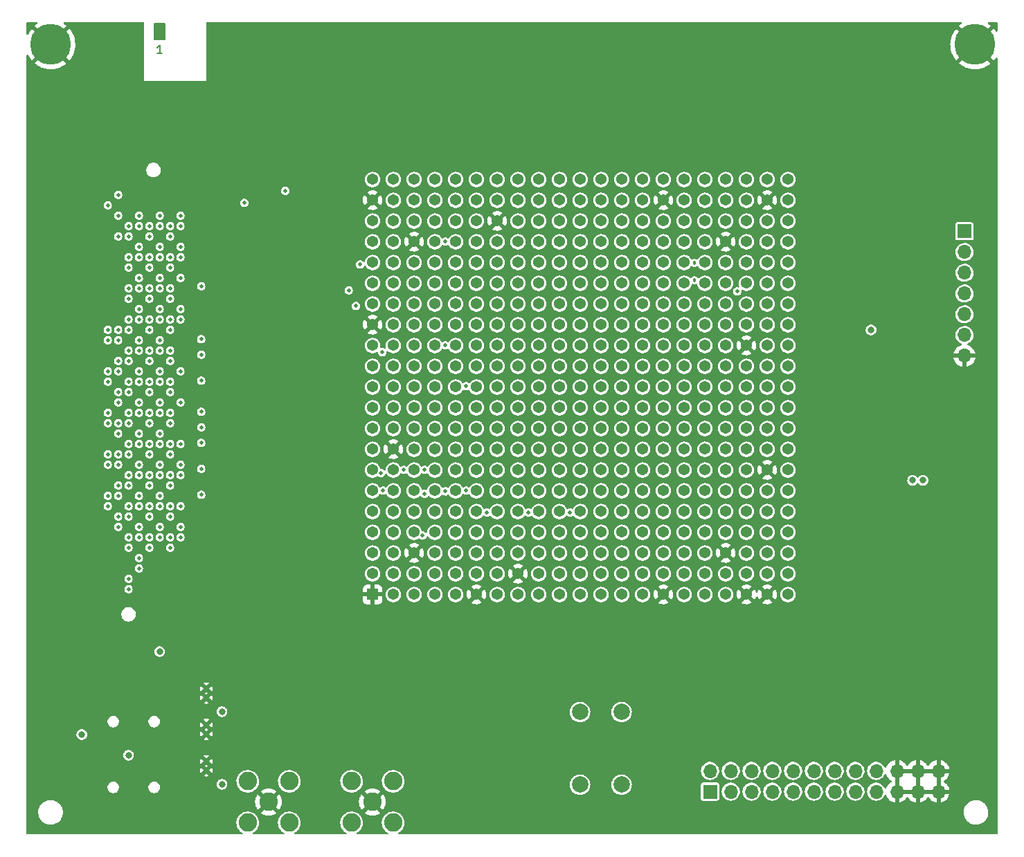
<source format=gbr>
G04 #@! TF.GenerationSoftware,KiCad,Pcbnew,(6.0.9-0)*
G04 #@! TF.CreationDate,2022-12-20T12:29:30-05:00*
G04 #@! TF.ProjectId,ember-pcb,656d6265-722d-4706-9362-2e6b69636164,rev?*
G04 #@! TF.SameCoordinates,Original*
G04 #@! TF.FileFunction,Copper,L3,Inr*
G04 #@! TF.FilePolarity,Positive*
%FSLAX46Y46*%
G04 Gerber Fmt 4.6, Leading zero omitted, Abs format (unit mm)*
G04 Created by KiCad (PCBNEW (6.0.9-0)) date 2022-12-20 12:29:30*
%MOMM*%
%LPD*%
G01*
G04 APERTURE LIST*
G04 #@! TA.AperFunction,NonConductor*
%ADD10C,0.200000*%
G04 #@! TD*
%ADD11C,0.150000*%
G04 #@! TA.AperFunction,NonConductor*
%ADD12C,0.150000*%
G04 #@! TD*
G04 #@! TA.AperFunction,ComponentPad*
%ADD13C,5.000000*%
G04 #@! TD*
G04 #@! TA.AperFunction,ComponentPad*
%ADD14R,1.700000X1.700000*%
G04 #@! TD*
G04 #@! TA.AperFunction,ComponentPad*
%ADD15O,1.700000X1.700000*%
G04 #@! TD*
G04 #@! TA.AperFunction,ComponentPad*
%ADD16C,2.000000*%
G04 #@! TD*
G04 #@! TA.AperFunction,ComponentPad*
%ADD17C,2.250000*%
G04 #@! TD*
G04 #@! TA.AperFunction,ComponentPad*
%ADD18C,0.500000*%
G04 #@! TD*
G04 #@! TA.AperFunction,ComponentPad*
%ADD19R,1.368000X1.368000*%
G04 #@! TD*
G04 #@! TA.AperFunction,ComponentPad*
%ADD20C,1.368000*%
G04 #@! TD*
G04 #@! TA.AperFunction,ViaPad*
%ADD21C,0.800000*%
G04 #@! TD*
G04 #@! TA.AperFunction,ViaPad*
%ADD22C,0.508000*%
G04 #@! TD*
G04 #@! TA.AperFunction,ViaPad*
%ADD23C,0.457200*%
G04 #@! TD*
G04 APERTURE END LIST*
D10*
X85120000Y-48470000D02*
X86390000Y-48470000D01*
X86390000Y-48470000D02*
X86390000Y-50375000D01*
X86390000Y-50375000D02*
X85120000Y-50375000D01*
X85120000Y-50375000D02*
X85120000Y-48470000D01*
G36*
X85120000Y-48470000D02*
G01*
X86390000Y-48470000D01*
X86390000Y-50375000D01*
X85120000Y-50375000D01*
X85120000Y-48470000D01*
G37*
D11*
D12*
X86040714Y-52097380D02*
X85469285Y-52097380D01*
X85755000Y-52097380D02*
X85755000Y-51097380D01*
X85659761Y-51240238D01*
X85564523Y-51335476D01*
X85469285Y-51383095D01*
D13*
G04 #@! TO.N,GND*
G04 #@! TO.C,H1*
X72420000Y-51010000D03*
G04 #@! TD*
D14*
G04 #@! TO.N,/core_pwr*
G04 #@! TO.C,J3*
X153060000Y-142455000D03*
D15*
G04 #@! TO.N,/core_pwr_o*
X153060000Y-139915000D03*
G04 #@! TO.N,/core_pwr*
X155600000Y-142455000D03*
G04 #@! TO.N,/core_pwr_o*
X155600000Y-139915000D03*
G04 #@! TO.N,/core_pwr*
X158140000Y-142455000D03*
G04 #@! TO.N,/core_pwr_o*
X158140000Y-139915000D03*
G04 #@! TO.N,/core_pwr*
X160680000Y-142455000D03*
G04 #@! TO.N,/core_pwr_o*
X160680000Y-139915000D03*
G04 #@! TO.N,unconnected-(J3-Pad9)*
X163220000Y-142455000D03*
G04 #@! TO.N,unconnected-(J3-Pad10)*
X163220000Y-139915000D03*
G04 #@! TO.N,/io_pwr*
X165760000Y-142455000D03*
G04 #@! TO.N,/io_pwr_o*
X165760000Y-139915000D03*
G04 #@! TO.N,/io_pwr*
X168300000Y-142455000D03*
G04 #@! TO.N,/io_pwr_o*
X168300000Y-139915000D03*
G04 #@! TO.N,/io_pwr*
X170840000Y-142455000D03*
G04 #@! TO.N,/io_pwr_o*
X170840000Y-139915000D03*
G04 #@! TO.N,unconnected-(J3-Pad17)*
X173380000Y-142455000D03*
G04 #@! TO.N,unconnected-(J3-Pad18)*
X173380000Y-139915000D03*
G04 #@! TO.N,GND*
X175920000Y-142455000D03*
X175920000Y-139915000D03*
X178460000Y-142455000D03*
X178460000Y-139915000D03*
X181000000Y-142455000D03*
X181000000Y-139915000D03*
G04 #@! TD*
D16*
G04 #@! TO.N,Net-(C1-Pad1)*
G04 #@! TO.C,FB1*
X137165000Y-132710000D03*
G04 #@! TO.N,/core_pwr*
X142245000Y-132710000D03*
G04 #@! TD*
D14*
G04 #@! TO.N,/wl_source_pin*
G04 #@! TO.C,J4*
X184180000Y-73865000D03*
D15*
G04 #@! TO.N,/bl_source_pin*
X184180000Y-76405000D03*
G04 #@! TO.N,/sl_source_pin*
X184180000Y-78945000D03*
G04 #@! TO.N,/iref_test*
X184180000Y-81485000D03*
G04 #@! TO.N,/vdd_test*
X184180000Y-84025000D03*
G04 #@! TO.N,unconnected-(J4-Pad6)*
X184180000Y-86565000D03*
G04 #@! TO.N,GND*
X184180000Y-89105000D03*
G04 #@! TD*
D16*
G04 #@! TO.N,Net-(C6-Pad1)*
G04 #@! TO.C,FB2*
X137165000Y-141600000D03*
G04 #@! TO.N,/io_pwr*
X142245000Y-141600000D03*
G04 #@! TD*
D17*
G04 #@! TO.N,GND*
G04 #@! TO.C,J5*
X99065000Y-143720000D03*
G04 #@! TO.N,Net-(J5-Pad2)*
X101605000Y-146260000D03*
X96525000Y-141180000D03*
X96525000Y-146260000D03*
X101605000Y-141180000D03*
G04 #@! TD*
D18*
G04 #@! TO.N,GND*
G04 #@! TO.C,U4*
X91475000Y-139835000D03*
X91475000Y-138735000D03*
G04 #@! TD*
D17*
G04 #@! TO.N,GND*
G04 #@! TO.C,J2*
X111765000Y-143720000D03*
G04 #@! TO.N,Net-(J2-Pad2)*
X114305000Y-141180000D03*
X114305000Y-146260000D03*
X109225000Y-141180000D03*
X109225000Y-146260000D03*
G04 #@! TD*
D19*
G04 #@! TO.N,GND*
G04 #@! TO.C,U1*
X111790000Y-118320000D03*
D20*
G04 #@! TO.N,/di_36*
X114330000Y-118320000D03*
G04 #@! TO.N,/io_pwr_o*
X116870000Y-118320000D03*
G04 #@! TO.N,/iref_test*
X119410000Y-118320000D03*
G04 #@! TO.N,/core_pwr_o*
X121950000Y-118320000D03*
G04 #@! TO.N,GND*
X124490000Y-118320000D03*
G04 #@! TO.N,/di_47*
X127030000Y-118320000D03*
G04 #@! TO.N,/core_pwr_o*
X129570000Y-118320000D03*
G04 #@! TO.N,/io_pwr_o*
X132110000Y-118320000D03*
X134650000Y-118320000D03*
G04 #@! TO.N,/core_pwr_o*
X137190000Y-118320000D03*
G04 #@! TO.N,/read_ref_4*
X139730000Y-118320000D03*
G04 #@! TO.N,/rram_addr_0*
X142270000Y-118320000D03*
G04 #@! TO.N,/rram_addr_2*
X144810000Y-118320000D03*
G04 #@! TO.N,GND*
X147350000Y-118320000D03*
G04 #@! TO.N,/core_pwr_o*
X149890000Y-118320000D03*
G04 #@! TO.N,/rram_addr_10*
X152430000Y-118320000D03*
G04 #@! TO.N,/io_pwr_o*
X154970000Y-118320000D03*
G04 #@! TO.N,GND*
X157510000Y-118320000D03*
X160050000Y-118320000D03*
G04 #@! TO.N,unconnected-(U1-PadA21)*
X162590000Y-118320000D03*
G04 #@! TO.N,/io_pwr_o*
X111790000Y-115780000D03*
G04 #@! TO.N,/di_34*
X114330000Y-115780000D03*
G04 #@! TO.N,/io_pwr_o*
X116870000Y-115780000D03*
X119410000Y-115780000D03*
G04 #@! TO.N,/core_pwr_o*
X121950000Y-115780000D03*
G04 #@! TO.N,/vdd_test*
X124490000Y-115780000D03*
G04 #@! TO.N,/io_pwr_o*
X127030000Y-115780000D03*
G04 #@! TO.N,GND*
X129570000Y-115780000D03*
G04 #@! TO.N,/sa_en*
X132110000Y-115780000D03*
G04 #@! TO.N,/read_ref_1*
X134650000Y-115780000D03*
G04 #@! TO.N,/read_ref_2*
X137190000Y-115780000D03*
G04 #@! TO.N,/rram_addr_1*
X139730000Y-115780000D03*
G04 #@! TO.N,/io_pwr_o*
X142270000Y-115780000D03*
G04 #@! TO.N,/rram_addr_6*
X144810000Y-115780000D03*
G04 #@! TO.N,/core_pwr_o*
X147350000Y-115780000D03*
G04 #@! TO.N,/io_pwr_o*
X149890000Y-115780000D03*
X152430000Y-115780000D03*
G04 #@! TO.N,/sl_en*
X154970000Y-115780000D03*
G04 #@! TO.N,/read_dac_config_0*
X157510000Y-115780000D03*
G04 #@! TO.N,/core_pwr_o*
X160050000Y-115780000D03*
G04 #@! TO.N,unconnected-(U1-PadB21)*
X162590000Y-115780000D03*
G04 #@! TO.N,/io_pwr_o*
X111790000Y-113240000D03*
G04 #@! TO.N,/core_pwr_o*
X114330000Y-113240000D03*
G04 #@! TO.N,GND*
X116870000Y-113240000D03*
G04 #@! TO.N,/di_37*
X119410000Y-113240000D03*
G04 #@! TO.N,/di_39*
X121950000Y-113240000D03*
G04 #@! TO.N,/di_41*
X124490000Y-113240000D03*
G04 #@! TO.N,/di_42*
X127030000Y-113240000D03*
G04 #@! TO.N,/di_44*
X129570000Y-113240000D03*
G04 #@! TO.N,/di_45*
X132110000Y-113240000D03*
G04 #@! TO.N,/set_rst*
X134650000Y-113240000D03*
G04 #@! TO.N,/read_ref_5*
X137190000Y-113240000D03*
G04 #@! TO.N,/rram_addr_4*
X139730000Y-113240000D03*
G04 #@! TO.N,/rram_addr_5*
X142270000Y-113240000D03*
G04 #@! TO.N,/rram_addr_8*
X144810000Y-113240000D03*
G04 #@! TO.N,/rram_addr_11*
X147350000Y-113240000D03*
G04 #@! TO.N,/rram_addr_13*
X149890000Y-113240000D03*
G04 #@! TO.N,/rram_addr_15*
X152430000Y-113240000D03*
G04 #@! TO.N,GND*
X154970000Y-113240000D03*
G04 #@! TO.N,/io_pwr_o*
X157510000Y-113240000D03*
G04 #@! TO.N,/core_pwr_o*
X160050000Y-113240000D03*
G04 #@! TO.N,unconnected-(U1-PadC21)*
X162590000Y-113240000D03*
G04 #@! TO.N,/di_27*
X111790000Y-110700000D03*
G04 #@! TO.N,/core_pwr_o*
X114330000Y-110700000D03*
G04 #@! TO.N,/di_32*
X116870000Y-110700000D03*
G04 #@! TO.N,/di_33*
X119410000Y-110700000D03*
G04 #@! TO.N,/di_35*
X121950000Y-110700000D03*
G04 #@! TO.N,/di_38*
X124490000Y-110700000D03*
G04 #@! TO.N,/di_40*
X127030000Y-110700000D03*
G04 #@! TO.N,/di_43*
X129570000Y-110700000D03*
G04 #@! TO.N,/di_46*
X132110000Y-110700000D03*
G04 #@! TO.N,/read_ref_0*
X134650000Y-110700000D03*
G04 #@! TO.N,/read_ref_3*
X137190000Y-110700000D03*
G04 #@! TO.N,/rram_addr_3*
X139730000Y-110700000D03*
G04 #@! TO.N,/rram_addr_7*
X142270000Y-110700000D03*
G04 #@! TO.N,/rram_addr_9*
X144810000Y-110700000D03*
G04 #@! TO.N,/rram_addr_12*
X147350000Y-110700000D03*
G04 #@! TO.N,/rram_addr_14*
X149890000Y-110700000D03*
G04 #@! TO.N,/we*
X152430000Y-110700000D03*
G04 #@! TO.N,/read_dac_config_2*
X154970000Y-110700000D03*
G04 #@! TO.N,/io_pwr_o*
X157510000Y-110700000D03*
X160050000Y-110700000D03*
G04 #@! TO.N,unconnected-(U1-PadD21)*
X162590000Y-110700000D03*
G04 #@! TO.N,/di_23*
X111790000Y-108160000D03*
G04 #@! TO.N,/io_pwr_o*
X114330000Y-108160000D03*
G04 #@! TO.N,/di_30*
X116870000Y-108160000D03*
G04 #@! TO.N,/di_31*
X119410000Y-108160000D03*
G04 #@! TO.N,unconnected-(U1-PadE5)*
X121950000Y-108160000D03*
G04 #@! TO.N,unconnected-(U1-PadE6)*
X124490000Y-108160000D03*
G04 #@! TO.N,unconnected-(U1-PadE7)*
X127030000Y-108160000D03*
G04 #@! TO.N,unconnected-(U1-PadE8)*
X129570000Y-108160000D03*
G04 #@! TO.N,unconnected-(U1-PadE9)*
X132110000Y-108160000D03*
G04 #@! TO.N,unconnected-(U1-PadE10)*
X134650000Y-108160000D03*
G04 #@! TO.N,unconnected-(U1-PadE11)*
X137190000Y-108160000D03*
G04 #@! TO.N,unconnected-(U1-PadE12)*
X139730000Y-108160000D03*
G04 #@! TO.N,unconnected-(U1-PadE13)*
X142270000Y-108160000D03*
G04 #@! TO.N,unconnected-(U1-PadE14)*
X144810000Y-108160000D03*
G04 #@! TO.N,unconnected-(U1-PadE15)*
X147350000Y-108160000D03*
G04 #@! TO.N,unconnected-(U1-PadE16)*
X149890000Y-108160000D03*
G04 #@! TO.N,/read_dac_config_1*
X152430000Y-108160000D03*
G04 #@! TO.N,/wl_dac_config_0*
X154970000Y-108160000D03*
G04 #@! TO.N,/wl_dac_config_3*
X157510000Y-108160000D03*
G04 #@! TO.N,/wl_dac_config_5*
X160050000Y-108160000D03*
G04 #@! TO.N,unconnected-(U1-PadE21)*
X162590000Y-108160000D03*
G04 #@! TO.N,/io_pwr_o*
X111790000Y-105620000D03*
G04 #@! TO.N,/di_25*
X114330000Y-105620000D03*
G04 #@! TO.N,/di_28*
X116870000Y-105620000D03*
G04 #@! TO.N,/di_29*
X119410000Y-105620000D03*
G04 #@! TO.N,unconnected-(U1-PadF5)*
X121950000Y-105620000D03*
G04 #@! TO.N,unconnected-(U1-PadF6)*
X124490000Y-105620000D03*
G04 #@! TO.N,unconnected-(U1-PadF7)*
X127030000Y-105620000D03*
G04 #@! TO.N,unconnected-(U1-PadF8)*
X129570000Y-105620000D03*
G04 #@! TO.N,unconnected-(U1-PadF9)*
X132110000Y-105620000D03*
G04 #@! TO.N,unconnected-(U1-PadF10)*
X134650000Y-105620000D03*
G04 #@! TO.N,unconnected-(U1-PadF11)*
X137190000Y-105620000D03*
G04 #@! TO.N,unconnected-(U1-PadF12)*
X139730000Y-105620000D03*
G04 #@! TO.N,unconnected-(U1-PadF13)*
X142270000Y-105620000D03*
G04 #@! TO.N,unconnected-(U1-PadF14)*
X144810000Y-105620000D03*
G04 #@! TO.N,unconnected-(U1-PadF15)*
X147350000Y-105620000D03*
G04 #@! TO.N,unconnected-(U1-PadF16)*
X149890000Y-105620000D03*
G04 #@! TO.N,/read_dac_config_3*
X152430000Y-105620000D03*
G04 #@! TO.N,/wl_dac_config_2*
X154970000Y-105620000D03*
G04 #@! TO.N,/wl_dac_config_7*
X157510000Y-105620000D03*
G04 #@! TO.N,/core_pwr_o*
X160050000Y-105620000D03*
G04 #@! TO.N,unconnected-(U1-PadF21)*
X162590000Y-105620000D03*
G04 #@! TO.N,/di_18*
X111790000Y-103080000D03*
G04 #@! TO.N,/core_pwr_o*
X114330000Y-103080000D03*
G04 #@! TO.N,/di_24*
X116870000Y-103080000D03*
G04 #@! TO.N,/di_26*
X119410000Y-103080000D03*
G04 #@! TO.N,unconnected-(U1-PadG5)*
X121950000Y-103080000D03*
G04 #@! TO.N,unconnected-(U1-PadG6)*
X124490000Y-103080000D03*
G04 #@! TO.N,unconnected-(U1-PadG7)*
X127030000Y-103080000D03*
G04 #@! TO.N,unconnected-(U1-PadG8)*
X129570000Y-103080000D03*
G04 #@! TO.N,unconnected-(U1-PadG9)*
X132110000Y-103080000D03*
G04 #@! TO.N,unconnected-(U1-PadG10)*
X134650000Y-103080000D03*
G04 #@! TO.N,unconnected-(U1-PadG11)*
X137190000Y-103080000D03*
G04 #@! TO.N,unconnected-(U1-PadG12)*
X139730000Y-103080000D03*
G04 #@! TO.N,unconnected-(U1-PadG13)*
X142270000Y-103080000D03*
G04 #@! TO.N,unconnected-(U1-PadG14)*
X144810000Y-103080000D03*
G04 #@! TO.N,unconnected-(U1-PadG15)*
X147350000Y-103080000D03*
G04 #@! TO.N,unconnected-(U1-PadG16)*
X149890000Y-103080000D03*
G04 #@! TO.N,/wl_dac_config_1*
X152430000Y-103080000D03*
G04 #@! TO.N,/wl_dac_config_4*
X154970000Y-103080000D03*
G04 #@! TO.N,/io_pwr_o*
X157510000Y-103080000D03*
G04 #@! TO.N,GND*
X160050000Y-103080000D03*
G04 #@! TO.N,unconnected-(U1-PadG21)*
X162590000Y-103080000D03*
G04 #@! TO.N,/di_16*
X111790000Y-100540000D03*
G04 #@! TO.N,GND*
X114330000Y-100540000D03*
G04 #@! TO.N,/di_21*
X116870000Y-100540000D03*
G04 #@! TO.N,/di_22*
X119410000Y-100540000D03*
G04 #@! TO.N,unconnected-(U1-PadH5)*
X121950000Y-100540000D03*
G04 #@! TO.N,unconnected-(U1-PadH6)*
X124490000Y-100540000D03*
G04 #@! TO.N,unconnected-(U1-PadH7)*
X127030000Y-100540000D03*
G04 #@! TO.N,unconnected-(U1-PadH8)*
X129570000Y-100540000D03*
G04 #@! TO.N,unconnected-(U1-PadH9)*
X132110000Y-100540000D03*
G04 #@! TO.N,unconnected-(U1-PadH10)*
X134650000Y-100540000D03*
G04 #@! TO.N,unconnected-(U1-PadH11)*
X137190000Y-100540000D03*
G04 #@! TO.N,unconnected-(U1-PadH12)*
X139730000Y-100540000D03*
G04 #@! TO.N,unconnected-(U1-PadH13)*
X142270000Y-100540000D03*
G04 #@! TO.N,unconnected-(U1-PadH14)*
X144810000Y-100540000D03*
G04 #@! TO.N,unconnected-(U1-PadH15)*
X147350000Y-100540000D03*
G04 #@! TO.N,unconnected-(U1-PadH16)*
X149890000Y-100540000D03*
G04 #@! TO.N,/wl_dac_config_6*
X152430000Y-100540000D03*
G04 #@! TO.N,/wl_dac_en*
X154970000Y-100540000D03*
G04 #@! TO.N,/wl_source_pin*
X157510000Y-100540000D03*
G04 #@! TO.N,/sa_do_2*
X160050000Y-100540000D03*
G04 #@! TO.N,unconnected-(U1-PadH21)*
X162590000Y-100540000D03*
G04 #@! TO.N,/di_14*
X111790000Y-98000000D03*
G04 #@! TO.N,/di_17*
X114330000Y-98000000D03*
G04 #@! TO.N,/di_20*
X116870000Y-98000000D03*
G04 #@! TO.N,/di_19*
X119410000Y-98000000D03*
G04 #@! TO.N,unconnected-(U1-PadJ5)*
X121950000Y-98000000D03*
G04 #@! TO.N,unconnected-(U1-PadJ6)*
X124490000Y-98000000D03*
G04 #@! TO.N,unconnected-(U1-PadJ7)*
X127030000Y-98000000D03*
G04 #@! TO.N,unconnected-(U1-PadJ8)*
X129570000Y-98000000D03*
G04 #@! TO.N,unconnected-(U1-PadJ9)*
X132110000Y-98000000D03*
G04 #@! TO.N,unconnected-(U1-PadJ10)*
X134650000Y-98000000D03*
G04 #@! TO.N,unconnected-(U1-PadJ11)*
X137190000Y-98000000D03*
G04 #@! TO.N,unconnected-(U1-PadJ12)*
X139730000Y-98000000D03*
G04 #@! TO.N,unconnected-(U1-PadJ13)*
X142270000Y-98000000D03*
G04 #@! TO.N,unconnected-(U1-PadJ14)*
X144810000Y-98000000D03*
G04 #@! TO.N,unconnected-(U1-PadJ15)*
X147350000Y-98000000D03*
G04 #@! TO.N,unconnected-(U1-PadJ16)*
X149890000Y-98000000D03*
G04 #@! TO.N,/bleed_en*
X152430000Y-98000000D03*
G04 #@! TO.N,/wl_en*
X154970000Y-98000000D03*
G04 #@! TO.N,/sa_do_0*
X157510000Y-98000000D03*
G04 #@! TO.N,/sa_do_4*
X160050000Y-98000000D03*
G04 #@! TO.N,unconnected-(U1-PadJ21)*
X162590000Y-98000000D03*
G04 #@! TO.N,/core_pwr_o*
X111790000Y-95460000D03*
G04 #@! TO.N,/di_12*
X114330000Y-95460000D03*
G04 #@! TO.N,/di_15*
X116870000Y-95460000D03*
G04 #@! TO.N,/di_13*
X119410000Y-95460000D03*
G04 #@! TO.N,unconnected-(U1-PadK5)*
X121950000Y-95460000D03*
G04 #@! TO.N,unconnected-(U1-PadK6)*
X124490000Y-95460000D03*
G04 #@! TO.N,unconnected-(U1-PadK7)*
X127030000Y-95460000D03*
G04 #@! TO.N,unconnected-(U1-PadK8)*
X129570000Y-95460000D03*
G04 #@! TO.N,unconnected-(U1-PadK9)*
X132110000Y-95460000D03*
G04 #@! TO.N,unconnected-(U1-PadK10)*
X134650000Y-95460000D03*
G04 #@! TO.N,unconnected-(U1-PadK11)*
X137190000Y-95460000D03*
G04 #@! TO.N,unconnected-(U1-PadK12)*
X139730000Y-95460000D03*
G04 #@! TO.N,unconnected-(U1-PadK13)*
X142270000Y-95460000D03*
G04 #@! TO.N,unconnected-(U1-PadK14)*
X144810000Y-95460000D03*
G04 #@! TO.N,unconnected-(U1-PadK15)*
X147350000Y-95460000D03*
G04 #@! TO.N,unconnected-(U1-PadK16)*
X149890000Y-95460000D03*
G04 #@! TO.N,/sa_do_3*
X152430000Y-95460000D03*
G04 #@! TO.N,/sa_do_1*
X154970000Y-95460000D03*
G04 #@! TO.N,/sa_do_5*
X157510000Y-95460000D03*
G04 #@! TO.N,/core_pwr_o*
X160050000Y-95460000D03*
G04 #@! TO.N,unconnected-(U1-PadK21)*
X162590000Y-95460000D03*
G04 #@! TO.N,/core_pwr_o*
X111790000Y-92920000D03*
G04 #@! TO.N,/di_11*
X114330000Y-92920000D03*
G04 #@! TO.N,/di_9*
X116870000Y-92920000D03*
G04 #@! TO.N,/di_10*
X119410000Y-92920000D03*
G04 #@! TO.N,unconnected-(U1-PadL5)*
X121950000Y-92920000D03*
G04 #@! TO.N,unconnected-(U1-PadL6)*
X124490000Y-92920000D03*
G04 #@! TO.N,unconnected-(U1-PadL7)*
X127030000Y-92920000D03*
G04 #@! TO.N,unconnected-(U1-PadL8)*
X129570000Y-92920000D03*
G04 #@! TO.N,unconnected-(U1-PadL9)*
X132110000Y-92920000D03*
G04 #@! TO.N,unconnected-(U1-PadL10)*
X134650000Y-92920000D03*
G04 #@! TO.N,unconnected-(U1-PadL11)*
X137190000Y-92920000D03*
G04 #@! TO.N,unconnected-(U1-PadL12)*
X139730000Y-92920000D03*
G04 #@! TO.N,unconnected-(U1-PadL13)*
X142270000Y-92920000D03*
G04 #@! TO.N,unconnected-(U1-PadL14)*
X144810000Y-92920000D03*
G04 #@! TO.N,unconnected-(U1-PadL15)*
X147350000Y-92920000D03*
G04 #@! TO.N,unconnected-(U1-PadL16)*
X149890000Y-92920000D03*
G04 #@! TO.N,/sa_do_7*
X152430000Y-92920000D03*
G04 #@! TO.N,/sa_do_8*
X154970000Y-92920000D03*
G04 #@! TO.N,/sa_do_6*
X157510000Y-92920000D03*
G04 #@! TO.N,/core_pwr_o*
X160050000Y-92920000D03*
G04 #@! TO.N,unconnected-(U1-PadL21)*
X162590000Y-92920000D03*
G04 #@! TO.N,/io_pwr_o*
X111790000Y-90380000D03*
G04 #@! TO.N,/di_7*
X114330000Y-90380000D03*
G04 #@! TO.N,/di_5*
X116870000Y-90380000D03*
G04 #@! TO.N,/di_6*
X119410000Y-90380000D03*
G04 #@! TO.N,unconnected-(U1-PadM5)*
X121950000Y-90380000D03*
G04 #@! TO.N,unconnected-(U1-PadM6)*
X124490000Y-90380000D03*
G04 #@! TO.N,unconnected-(U1-PadM7)*
X127030000Y-90380000D03*
G04 #@! TO.N,unconnected-(U1-PadM8)*
X129570000Y-90380000D03*
G04 #@! TO.N,unconnected-(U1-PadM9)*
X132110000Y-90380000D03*
G04 #@! TO.N,unconnected-(U1-PadM10)*
X134650000Y-90380000D03*
G04 #@! TO.N,unconnected-(U1-PadM11)*
X137190000Y-90380000D03*
G04 #@! TO.N,unconnected-(U1-PadM12)*
X139730000Y-90380000D03*
G04 #@! TO.N,unconnected-(U1-PadM13)*
X142270000Y-90380000D03*
G04 #@! TO.N,unconnected-(U1-PadM14)*
X144810000Y-90380000D03*
G04 #@! TO.N,unconnected-(U1-PadM15)*
X147350000Y-90380000D03*
G04 #@! TO.N,unconnected-(U1-PadM16)*
X149890000Y-90380000D03*
G04 #@! TO.N,/sa_do_11*
X152430000Y-90380000D03*
G04 #@! TO.N,/sa_do_12*
X154970000Y-90380000D03*
G04 #@! TO.N,/sa_do_9*
X157510000Y-90380000D03*
G04 #@! TO.N,/io_pwr_o*
X160050000Y-90380000D03*
G04 #@! TO.N,unconnected-(U1-PadM21)*
X162590000Y-90380000D03*
G04 #@! TO.N,/io_pwr_o*
X111790000Y-87840000D03*
G04 #@! TO.N,/di_8*
X114330000Y-87840000D03*
G04 #@! TO.N,/di_4*
X116870000Y-87840000D03*
G04 #@! TO.N,/di_2*
X119410000Y-87840000D03*
G04 #@! TO.N,unconnected-(U1-PadN5)*
X121950000Y-87840000D03*
G04 #@! TO.N,unconnected-(U1-PadN6)*
X124490000Y-87840000D03*
G04 #@! TO.N,unconnected-(U1-PadN7)*
X127030000Y-87840000D03*
G04 #@! TO.N,unconnected-(U1-PadN8)*
X129570000Y-87840000D03*
G04 #@! TO.N,unconnected-(U1-PadN9)*
X132110000Y-87840000D03*
G04 #@! TO.N,unconnected-(U1-PadN10)*
X134650000Y-87840000D03*
G04 #@! TO.N,unconnected-(U1-PadN11)*
X137190000Y-87840000D03*
G04 #@! TO.N,unconnected-(U1-PadN12)*
X139730000Y-87840000D03*
G04 #@! TO.N,unconnected-(U1-PadN13)*
X142270000Y-87840000D03*
G04 #@! TO.N,unconnected-(U1-PadN14)*
X144810000Y-87840000D03*
G04 #@! TO.N,unconnected-(U1-PadN15)*
X147350000Y-87840000D03*
G04 #@! TO.N,unconnected-(U1-PadN16)*
X149890000Y-87840000D03*
G04 #@! TO.N,/sa_do_14*
X152430000Y-87840000D03*
G04 #@! TO.N,/sa_do_13*
X154970000Y-87840000D03*
G04 #@! TO.N,GND*
X157510000Y-87840000D03*
G04 #@! TO.N,/io_pwr_o*
X160050000Y-87840000D03*
G04 #@! TO.N,unconnected-(U1-PadN21)*
X162590000Y-87840000D03*
G04 #@! TO.N,GND*
X111790000Y-85300000D03*
G04 #@! TO.N,/io_pwr_o*
X114330000Y-85300000D03*
G04 #@! TO.N,/di_0*
X116870000Y-85300000D03*
G04 #@! TO.N,/clamp_ref_5*
X119410000Y-85300000D03*
G04 #@! TO.N,unconnected-(U1-PadP5)*
X121950000Y-85300000D03*
G04 #@! TO.N,unconnected-(U1-PadP6)*
X124490000Y-85300000D03*
G04 #@! TO.N,unconnected-(U1-PadP7)*
X127030000Y-85300000D03*
G04 #@! TO.N,unconnected-(U1-PadP8)*
X129570000Y-85300000D03*
G04 #@! TO.N,unconnected-(U1-PadP9)*
X132110000Y-85300000D03*
G04 #@! TO.N,unconnected-(U1-PadP10)*
X134650000Y-85300000D03*
G04 #@! TO.N,unconnected-(U1-PadP11)*
X137190000Y-85300000D03*
G04 #@! TO.N,unconnected-(U1-PadP12)*
X139730000Y-85300000D03*
G04 #@! TO.N,unconnected-(U1-PadP13)*
X142270000Y-85300000D03*
G04 #@! TO.N,unconnected-(U1-PadP14)*
X144810000Y-85300000D03*
G04 #@! TO.N,unconnected-(U1-PadP15)*
X147350000Y-85300000D03*
G04 #@! TO.N,unconnected-(U1-PadP16)*
X149890000Y-85300000D03*
G04 #@! TO.N,/sa_do_18*
X152430000Y-85300000D03*
G04 #@! TO.N,/sa_do_16*
X154970000Y-85300000D03*
G04 #@! TO.N,/core_pwr_o*
X157510000Y-85300000D03*
G04 #@! TO.N,/sa_do_10*
X160050000Y-85300000D03*
G04 #@! TO.N,unconnected-(U1-PadP21)*
X162590000Y-85300000D03*
G04 #@! TO.N,/core_pwr_o*
X111790000Y-82760000D03*
G04 #@! TO.N,/di_3*
X114330000Y-82760000D03*
G04 #@! TO.N,/rst_n*
X116870000Y-82760000D03*
G04 #@! TO.N,/clamp_ref_3*
X119410000Y-82760000D03*
G04 #@! TO.N,unconnected-(U1-PadR5)*
X121950000Y-82760000D03*
G04 #@! TO.N,unconnected-(U1-PadR6)*
X124490000Y-82760000D03*
G04 #@! TO.N,unconnected-(U1-PadR7)*
X127030000Y-82760000D03*
G04 #@! TO.N,unconnected-(U1-PadR8)*
X129570000Y-82760000D03*
G04 #@! TO.N,unconnected-(U1-PadR9)*
X132110000Y-82760000D03*
G04 #@! TO.N,unconnected-(U1-PadR10)*
X134650000Y-82760000D03*
G04 #@! TO.N,unconnected-(U1-PadR11)*
X137190000Y-82760000D03*
G04 #@! TO.N,unconnected-(U1-PadR12)*
X139730000Y-82760000D03*
G04 #@! TO.N,unconnected-(U1-PadR13)*
X142270000Y-82760000D03*
G04 #@! TO.N,unconnected-(U1-PadR14)*
X144810000Y-82760000D03*
G04 #@! TO.N,unconnected-(U1-PadR15)*
X147350000Y-82760000D03*
G04 #@! TO.N,unconnected-(U1-PadR16)*
X149890000Y-82760000D03*
G04 #@! TO.N,/sa_do_21*
X152430000Y-82760000D03*
G04 #@! TO.N,/sa_do_20*
X154970000Y-82760000D03*
G04 #@! TO.N,/sa_do_17*
X157510000Y-82760000D03*
G04 #@! TO.N,/io_pwr_o*
X160050000Y-82760000D03*
G04 #@! TO.N,unconnected-(U1-PadR21)*
X162590000Y-82760000D03*
G04 #@! TO.N,/di_1*
X111790000Y-80220000D03*
G04 #@! TO.N,/bl_en*
X114330000Y-80220000D03*
G04 #@! TO.N,/clamp_ref_4*
X116870000Y-80220000D03*
G04 #@! TO.N,/clamp_ref_1*
X119410000Y-80220000D03*
G04 #@! TO.N,unconnected-(U1-PadS5)*
X121950000Y-80220000D03*
G04 #@! TO.N,unconnected-(U1-PadS6)*
X124490000Y-80220000D03*
G04 #@! TO.N,unconnected-(U1-PadS7)*
X127030000Y-80220000D03*
G04 #@! TO.N,unconnected-(U1-PadS8)*
X129570000Y-80220000D03*
G04 #@! TO.N,unconnected-(U1-PadS9)*
X132110000Y-80220000D03*
G04 #@! TO.N,unconnected-(U1-PadS10)*
X134650000Y-80220000D03*
G04 #@! TO.N,unconnected-(U1-PadS11)*
X137190000Y-80220000D03*
G04 #@! TO.N,unconnected-(U1-PadS12)*
X139730000Y-80220000D03*
G04 #@! TO.N,unconnected-(U1-PadS13)*
X142270000Y-80220000D03*
G04 #@! TO.N,unconnected-(U1-PadS14)*
X144810000Y-80220000D03*
G04 #@! TO.N,unconnected-(U1-PadS15)*
X147350000Y-80220000D03*
G04 #@! TO.N,unconnected-(U1-PadS16)*
X149890000Y-80220000D03*
G04 #@! TO.N,/sa_do_23*
X152430000Y-80220000D03*
G04 #@! TO.N,/sa_do_22*
X154970000Y-80220000D03*
G04 #@! TO.N,/io_pwr_o*
X157510000Y-80220000D03*
G04 #@! TO.N,/sa_do_15*
X160050000Y-80220000D03*
G04 #@! TO.N,unconnected-(U1-PadS21)*
X162590000Y-80220000D03*
G04 #@! TO.N,/io_pwr_o*
X111790000Y-77680000D03*
X114330000Y-77680000D03*
G04 #@! TO.N,/clamp_ref_2*
X116870000Y-77680000D03*
G04 #@! TO.N,/bsl_dac_en*
X119410000Y-77680000D03*
G04 #@! TO.N,/bsl_dac_config_4*
X121950000Y-77680000D03*
G04 #@! TO.N,/bsl_dac_config_2*
X124490000Y-77680000D03*
G04 #@! TO.N,/bsl_dac_config_0*
X127030000Y-77680000D03*
G04 #@! TO.N,/mclk_pause*
X129570000Y-77680000D03*
G04 #@! TO.N,/mosi*
X132110000Y-77680000D03*
G04 #@! TO.N,/heartbeat*
X134650000Y-77680000D03*
G04 #@! TO.N,/sa_do_45*
X137190000Y-77680000D03*
G04 #@! TO.N,/sa_do_39*
X139730000Y-77680000D03*
G04 #@! TO.N,/sa_do_36*
X142270000Y-77680000D03*
G04 #@! TO.N,/sa_do_32*
X144810000Y-77680000D03*
G04 #@! TO.N,/sa_do_29*
X147350000Y-77680000D03*
G04 #@! TO.N,/sa_do_27*
X149890000Y-77680000D03*
G04 #@! TO.N,/sa_do_25*
X152430000Y-77680000D03*
G04 #@! TO.N,/sa_do_24*
X154970000Y-77680000D03*
G04 #@! TO.N,/core_pwr_o*
X157510000Y-77680000D03*
G04 #@! TO.N,/sa_do_19*
X160050000Y-77680000D03*
G04 #@! TO.N,unconnected-(U1-PadT21)*
X162590000Y-77680000D03*
G04 #@! TO.N,/core_pwr_o*
X111790000Y-75140000D03*
G04 #@! TO.N,/io_pwr_o*
X114330000Y-75140000D03*
G04 #@! TO.N,GND*
X116870000Y-75140000D03*
G04 #@! TO.N,/read_dac_en*
X119410000Y-75140000D03*
G04 #@! TO.N,/bsl_dac_config_3*
X121950000Y-75140000D03*
G04 #@! TO.N,/bsl_dac_config_1*
X124490000Y-75140000D03*
G04 #@! TO.N,/aclk*
X127030000Y-75140000D03*
G04 #@! TO.N,/sclk*
X129570000Y-75140000D03*
G04 #@! TO.N,/sc*
X132110000Y-75140000D03*
G04 #@! TO.N,/man*
X134650000Y-75140000D03*
G04 #@! TO.N,/sa_do_43*
X137190000Y-75140000D03*
G04 #@! TO.N,/sa_do_38*
X139730000Y-75140000D03*
G04 #@! TO.N,/sa_do_37*
X142270000Y-75140000D03*
G04 #@! TO.N,/sa_do_34*
X144810000Y-75140000D03*
G04 #@! TO.N,/sa_do_33*
X147350000Y-75140000D03*
G04 #@! TO.N,/sa_do_30*
X149890000Y-75140000D03*
G04 #@! TO.N,/sa_do_28*
X152430000Y-75140000D03*
G04 #@! TO.N,GND*
X154970000Y-75140000D03*
G04 #@! TO.N,/core_pwr_o*
X157510000Y-75140000D03*
G04 #@! TO.N,/io_pwr_o*
X160050000Y-75140000D03*
G04 #@! TO.N,unconnected-(U1-PadU21)*
X162590000Y-75140000D03*
G04 #@! TO.N,/core_pwr_o*
X111790000Y-72600000D03*
G04 #@! TO.N,/clamp_ref_0*
X114330000Y-72600000D03*
G04 #@! TO.N,/io_pwr_o*
X116870000Y-72600000D03*
G04 #@! TO.N,/core_pwr_o*
X119410000Y-72600000D03*
X121950000Y-72600000D03*
G04 #@! TO.N,/sl_source_pin*
X124490000Y-72600000D03*
G04 #@! TO.N,GND*
X127030000Y-72600000D03*
G04 #@! TO.N,/io_pwr_o*
X129570000Y-72600000D03*
G04 #@! TO.N,/miso*
X132110000Y-72600000D03*
G04 #@! TO.N,/sa_rdy*
X134650000Y-72600000D03*
G04 #@! TO.N,/sa_do_47*
X137190000Y-72600000D03*
G04 #@! TO.N,/sa_do_41*
X139730000Y-72600000D03*
G04 #@! TO.N,/sa_do_42*
X142270000Y-72600000D03*
G04 #@! TO.N,/core_pwr_o*
X144810000Y-72600000D03*
G04 #@! TO.N,/io_pwr_o*
X147350000Y-72600000D03*
X149890000Y-72600000D03*
G04 #@! TO.N,/sa_do_31*
X152430000Y-72600000D03*
G04 #@! TO.N,/io_pwr_o*
X154970000Y-72600000D03*
G04 #@! TO.N,/sa_do_26*
X157510000Y-72600000D03*
G04 #@! TO.N,/io_pwr_o*
X160050000Y-72600000D03*
G04 #@! TO.N,unconnected-(U1-PadV21)*
X162590000Y-72600000D03*
G04 #@! TO.N,GND*
X111790000Y-70060000D03*
G04 #@! TO.N,/io_pwr_o*
X114330000Y-70060000D03*
G04 #@! TO.N,/bl_source_pin*
X116870000Y-70060000D03*
G04 #@! TO.N,/io_pwr_o*
X119410000Y-70060000D03*
X121950000Y-70060000D03*
G04 #@! TO.N,/core_pwr_o*
X124490000Y-70060000D03*
G04 #@! TO.N,/sa_clk*
X127030000Y-70060000D03*
G04 #@! TO.N,/byp*
X129570000Y-70060000D03*
G04 #@! TO.N,/core_pwr_o*
X132110000Y-70060000D03*
G04 #@! TO.N,/io_pwr_o*
X134650000Y-70060000D03*
X137190000Y-70060000D03*
G04 #@! TO.N,/sa_do_46*
X139730000Y-70060000D03*
G04 #@! TO.N,/sa_do_44*
X142270000Y-70060000D03*
G04 #@! TO.N,/sa_do_40*
X144810000Y-70060000D03*
G04 #@! TO.N,GND*
X147350000Y-70060000D03*
G04 #@! TO.N,/sa_do_35*
X149890000Y-70060000D03*
G04 #@! TO.N,/core_pwr_o*
X152430000Y-70060000D03*
X154970000Y-70060000D03*
G04 #@! TO.N,/io_pwr_o*
X157510000Y-70060000D03*
G04 #@! TO.N,GND*
X160050000Y-70060000D03*
G04 #@! TO.N,unconnected-(U1-PadW21)*
X162590000Y-70060000D03*
G04 #@! TO.N,unconnected-(U1-PadX1)*
X111790000Y-67520000D03*
G04 #@! TO.N,unconnected-(U1-PadX2)*
X114330000Y-67520000D03*
G04 #@! TO.N,unconnected-(U1-PadX3)*
X116870000Y-67520000D03*
G04 #@! TO.N,unconnected-(U1-PadX4)*
X119410000Y-67520000D03*
G04 #@! TO.N,unconnected-(U1-PadX5)*
X121950000Y-67520000D03*
G04 #@! TO.N,unconnected-(U1-PadX6)*
X124490000Y-67520000D03*
G04 #@! TO.N,unconnected-(U1-PadX7)*
X127030000Y-67520000D03*
G04 #@! TO.N,unconnected-(U1-PadX8)*
X129570000Y-67520000D03*
G04 #@! TO.N,unconnected-(U1-PadX9)*
X132110000Y-67520000D03*
G04 #@! TO.N,unconnected-(U1-PadX10)*
X134650000Y-67520000D03*
G04 #@! TO.N,unconnected-(U1-PadX11)*
X137190000Y-67520000D03*
G04 #@! TO.N,unconnected-(U1-PadX12)*
X139730000Y-67520000D03*
G04 #@! TO.N,unconnected-(U1-PadX13)*
X142270000Y-67520000D03*
G04 #@! TO.N,unconnected-(U1-PadX14)*
X144810000Y-67520000D03*
G04 #@! TO.N,unconnected-(U1-PadX15)*
X147350000Y-67520000D03*
G04 #@! TO.N,unconnected-(U1-PadX16)*
X149890000Y-67520000D03*
G04 #@! TO.N,unconnected-(U1-PadX17)*
X152430000Y-67520000D03*
G04 #@! TO.N,unconnected-(U1-PadX18)*
X154970000Y-67520000D03*
G04 #@! TO.N,unconnected-(U1-PadX19)*
X157510000Y-67520000D03*
G04 #@! TO.N,unconnected-(U1-PadX20)*
X160050000Y-67520000D03*
G04 #@! TO.N,unconnected-(U1-PadX21)*
X162590000Y-67520000D03*
G04 #@! TD*
D18*
G04 #@! TO.N,GND*
G04 #@! TO.C,U2*
X91475000Y-129845000D03*
X91475000Y-130945000D03*
G04 #@! TD*
D13*
G04 #@! TO.N,GND*
G04 #@! TO.C,H2*
X185450000Y-51010000D03*
G04 #@! TD*
D18*
G04 #@! TO.N,GND*
G04 #@! TO.C,U3*
X91475000Y-134290000D03*
X91475000Y-135390000D03*
G04 #@! TD*
D21*
G04 #@! TO.N,Net-(J1-PadD1)*
X85755000Y-125305000D03*
G04 #@! TO.N,Net-(J2-Pad2)*
X76235000Y-135460000D03*
D22*
G04 #@! TO.N,GND*
X87025000Y-94825000D03*
X76865000Y-110065000D03*
X83215000Y-82125000D03*
D21*
X93380000Y-130395000D03*
D22*
X85755000Y-108795000D03*
X83215000Y-112605000D03*
X87025000Y-69425000D03*
X78135000Y-116415000D03*
X79405000Y-89745000D03*
D21*
X108215000Y-134595000D03*
D22*
X88295000Y-108795000D03*
X79405000Y-69425000D03*
X85755000Y-93555000D03*
X85755000Y-116415000D03*
X80675000Y-73235000D03*
X85755000Y-74505000D03*
X84485000Y-115145000D03*
X80675000Y-92285000D03*
X87025000Y-83395000D03*
X78135000Y-101175000D03*
X87025000Y-113875000D03*
X78135000Y-91015000D03*
X78135000Y-85935000D03*
X88295000Y-70695000D03*
D21*
X123225000Y-131650000D03*
D22*
X88295000Y-93555000D03*
X79405000Y-99905000D03*
X76865000Y-69425000D03*
X83215000Y-89745000D03*
X87025000Y-115145000D03*
X81945000Y-113875000D03*
X78135000Y-96095000D03*
X88295000Y-112605000D03*
X87025000Y-79585000D03*
X76865000Y-103715000D03*
X85755000Y-112605000D03*
X81945000Y-102445000D03*
X81945000Y-87205000D03*
X87025000Y-118955000D03*
X78135000Y-106255000D03*
X85755000Y-101175000D03*
X88295000Y-116415000D03*
X80675000Y-88475000D03*
X84485000Y-110065000D03*
X80675000Y-99905000D03*
X79405000Y-115145000D03*
X84485000Y-94825000D03*
X81945000Y-71965000D03*
X83215000Y-70695000D03*
X79405000Y-113875000D03*
X79405000Y-118955000D03*
D21*
X115200000Y-134595000D03*
D22*
X81945000Y-118955000D03*
X81945000Y-94825000D03*
X87025000Y-87205000D03*
X84485000Y-106255000D03*
X85755000Y-78315000D03*
X85755000Y-97365000D03*
X81945000Y-69425000D03*
X76865000Y-94825000D03*
X88295000Y-74505000D03*
X78135000Y-107525000D03*
X81945000Y-91015000D03*
X88295000Y-82125000D03*
X76865000Y-89745000D03*
X85755000Y-70695000D03*
X78135000Y-102445000D03*
X87025000Y-110065000D03*
X79405000Y-104985000D03*
X78135000Y-80855000D03*
X80675000Y-112605000D03*
D21*
X122820000Y-134595000D03*
X101865000Y-134595000D03*
X177830000Y-118320000D03*
X108620000Y-131650000D03*
D22*
X76865000Y-118955000D03*
X84485000Y-102445000D03*
X76865000Y-88475000D03*
X83215000Y-116415000D03*
X79405000Y-83395000D03*
X88295000Y-78315000D03*
X76865000Y-78315000D03*
X87025000Y-106255000D03*
X81945000Y-83395000D03*
X83215000Y-108795000D03*
X88295000Y-85935000D03*
X84485000Y-71965000D03*
X84485000Y-75775000D03*
X83215000Y-74505000D03*
X78135000Y-112605000D03*
X83215000Y-78315000D03*
X84485000Y-113875000D03*
X88295000Y-97365000D03*
X79405000Y-110065000D03*
X84485000Y-91015000D03*
X79405000Y-98635000D03*
D21*
X101000000Y-131650000D03*
D22*
X83215000Y-101175000D03*
X83215000Y-117685000D03*
X80675000Y-70695000D03*
X84485000Y-98635000D03*
X78135000Y-97365000D03*
X76865000Y-98635000D03*
X78135000Y-77045000D03*
X76865000Y-73235000D03*
X84485000Y-69425000D03*
X79405000Y-71965000D03*
X81945000Y-115145000D03*
X80675000Y-117685000D03*
X76865000Y-79585000D03*
X85755000Y-85935000D03*
X81945000Y-106255000D03*
X80675000Y-107525000D03*
X88295000Y-89745000D03*
X81945000Y-79585000D03*
X76865000Y-84665000D03*
X76865000Y-104985000D03*
X76865000Y-115145000D03*
X79405000Y-103715000D03*
X76865000Y-74505000D03*
X87025000Y-98635000D03*
X78135000Y-117685000D03*
X78135000Y-87205000D03*
X85755000Y-117685000D03*
X79405000Y-78315000D03*
X76865000Y-99905000D03*
X84485000Y-83395000D03*
X79405000Y-108795000D03*
X79405000Y-93555000D03*
X79405000Y-94825000D03*
X78135000Y-111335000D03*
X78135000Y-71965000D03*
X79405000Y-84665000D03*
X76865000Y-93555000D03*
X87025000Y-75775000D03*
X80675000Y-103715000D03*
X87025000Y-71965000D03*
X87025000Y-91015000D03*
X80675000Y-116415000D03*
X78135000Y-75775000D03*
X78135000Y-92285000D03*
X79405000Y-88475000D03*
D21*
X114970000Y-131650000D03*
D22*
X76865000Y-108795000D03*
D21*
X93380000Y-134825000D03*
D22*
X79405000Y-79585000D03*
D21*
X77500000Y-125305000D03*
X93380000Y-139270000D03*
D22*
X76865000Y-83395000D03*
X78135000Y-70695000D03*
X76865000Y-113875000D03*
X80675000Y-111335000D03*
X85755000Y-82125000D03*
X88295000Y-104985000D03*
X83215000Y-85935000D03*
X81945000Y-75775000D03*
X83215000Y-97365000D03*
X78135000Y-82125000D03*
X83215000Y-104985000D03*
X88295000Y-101175000D03*
X84485000Y-79585000D03*
X85755000Y-104985000D03*
X88295000Y-117685000D03*
X80675000Y-84665000D03*
X85755000Y-89745000D03*
X80675000Y-96095000D03*
X84485000Y-87205000D03*
X79405000Y-74505000D03*
X87025000Y-102445000D03*
X81945000Y-98635000D03*
X81945000Y-110065000D03*
X83215000Y-93555000D03*
X84485000Y-118955000D03*
D21*
G04 #@! TO.N,+3.3V*
X93380000Y-141557500D03*
D22*
X80675000Y-71965000D03*
X80675000Y-69425000D03*
X79405000Y-70695000D03*
D21*
X93380000Y-132667500D03*
D22*
X80675000Y-74505000D03*
D21*
X81950000Y-138000000D03*
D22*
G04 #@! TO.N,/sclk*
X101122000Y-68917000D03*
X88295000Y-84665000D03*
G04 #@! TO.N,/sc*
X81945000Y-77045000D03*
D23*
G04 #@! TO.N,/mosi*
X151160000Y-79839000D03*
X151160000Y-77723575D03*
D22*
X81945000Y-82125000D03*
G04 #@! TO.N,/read_dac_config_1*
X79405000Y-101175000D03*
G04 #@! TO.N,/rst_n*
X80675000Y-87205000D03*
G04 #@! TO.N,/read_dac_config_0*
X80675000Y-110065000D03*
D21*
G04 #@! TO.N,/byp*
X179100000Y-104350000D03*
G04 #@! TO.N,/man*
X177830000Y-104350000D03*
D22*
G04 #@! TO.N,/di_42*
X80675000Y-108795000D03*
G04 #@! TO.N,/clamp_ref_1*
X87025000Y-85935000D03*
G04 #@! TO.N,/clamp_ref_2*
X85755000Y-84665000D03*
G04 #@! TO.N,/clamp_ref_3*
X83215000Y-87205000D03*
G04 #@! TO.N,/clamp_ref_4*
X84485000Y-85935000D03*
G04 #@! TO.N,/wl_dac_config_0*
X80675000Y-101175000D03*
G04 #@! TO.N,/di_47*
X81945000Y-116415000D03*
G04 #@! TO.N,/di_21*
X80675000Y-97365000D03*
G04 #@! TO.N,/rram_addr_0*
X83215000Y-113875000D03*
G04 #@! TO.N,/di_8*
X80675000Y-89745000D03*
G04 #@! TO.N,/di_36*
X81945000Y-117685000D03*
G04 #@! TO.N,/rram_addr_2*
X81945000Y-112605000D03*
G04 #@! TO.N,/sa_en*
X81945000Y-111335000D03*
G04 #@! TO.N,/di_44*
X81945000Y-108795000D03*
G04 #@! TO.N,/di_43*
X81945000Y-104985000D03*
G04 #@! TO.N,/di_22*
X81945000Y-97365000D03*
G04 #@! TO.N,/rram_addr_6*
X87025000Y-111335000D03*
G04 #@! TO.N,/di_14*
X81945000Y-96095000D03*
G04 #@! TO.N,/di_4*
X81945000Y-89745000D03*
G04 #@! TO.N,/di_37*
X83215000Y-110065000D03*
G04 #@! TO.N,/di_39*
X85755000Y-110065000D03*
G04 #@! TO.N,/sa_do_13*
X81945000Y-88475000D03*
G04 #@! TO.N,/sa_do_36*
X81945000Y-80855000D03*
G04 #@! TO.N,/miso*
X81945000Y-74505000D03*
G04 #@! TO.N,/sa_do_41*
X81945000Y-73235000D03*
G04 #@! TO.N,/set_rst*
X87025000Y-108795000D03*
G04 #@! TO.N,/read_ref_5*
X79405000Y-107525000D03*
G04 #@! TO.N,/rram_addr_4*
X81945000Y-107525000D03*
G04 #@! TO.N,/rram_addr_5*
X83215000Y-107525000D03*
G04 #@! TO.N,/read_ref_4*
X83215000Y-115145000D03*
G04 #@! TO.N,/rram_addr_11*
X85755000Y-107525000D03*
G04 #@! TO.N,/read_ref_1*
X83215000Y-111335000D03*
G04 #@! TO.N,/rram_addr_15*
X88295000Y-107525000D03*
G04 #@! TO.N,/di_27*
X79405000Y-106255000D03*
G04 #@! TO.N,/di_32*
X80675000Y-106255000D03*
G04 #@! TO.N,/di_33*
X83215000Y-106255000D03*
G04 #@! TO.N,/di_35*
X85755000Y-106255000D03*
X117908985Y-111103985D03*
G04 #@! TO.N,/di_38*
X118140000Y-106001000D03*
X90835000Y-106128000D03*
G04 #@! TO.N,/di_40*
X80675000Y-104985000D03*
X125760000Y-108287000D03*
G04 #@! TO.N,/rram_addr_3*
X83215000Y-103715000D03*
G04 #@! TO.N,/di_46*
X130840000Y-108287000D03*
X84485000Y-104985000D03*
G04 #@! TO.N,/read_ref_0*
X87025000Y-104985000D03*
G04 #@! TO.N,/read_ref_3*
X81945000Y-103715000D03*
X135920000Y-108287000D03*
G04 #@! TO.N,/di_23*
X113060000Y-105620000D03*
X83215000Y-102445000D03*
G04 #@! TO.N,/rram_addr_7*
X84485000Y-103715000D03*
G04 #@! TO.N,/rram_addr_9*
X85755000Y-103715000D03*
G04 #@! TO.N,/di_26*
X83215000Y-98635000D03*
G04 #@! TO.N,/di_0*
X83215000Y-88475000D03*
G04 #@! TO.N,/we*
X79405000Y-102445000D03*
G04 #@! TO.N,/read_dac_config_2*
X80675000Y-102445000D03*
G04 #@! TO.N,/bsl_dac_config_2*
X110266000Y-77934000D03*
X108869000Y-81109000D03*
X83215000Y-83395000D03*
G04 #@! TO.N,/sa_do_32*
X83215000Y-80855000D03*
G04 #@! TO.N,/sa_do_19*
X83215000Y-79585000D03*
G04 #@! TO.N,/sa_do_43*
X83215000Y-77045000D03*
G04 #@! TO.N,/sa_do_30*
X83215000Y-75775000D03*
G04 #@! TO.N,/wl_dac_config_3*
X81945000Y-101175000D03*
G04 #@! TO.N,/wl_dac_config_5*
X84485000Y-101175000D03*
G04 #@! TO.N,/di_25*
X112806000Y-103461000D03*
X87025000Y-101175000D03*
X90835000Y-102953000D03*
G04 #@! TO.N,/di_28*
X118140000Y-103080000D03*
X81945000Y-99905000D03*
G04 #@! TO.N,/di_29*
X115600000Y-103080000D03*
X83215000Y-99905000D03*
G04 #@! TO.N,/sa_do_42*
X83215000Y-73235000D03*
G04 #@! TO.N,/wl_dac_config_2*
X85755000Y-99905000D03*
G04 #@! TO.N,/sa_do_44*
X83215000Y-71965000D03*
G04 #@! TO.N,/di_18*
X88295000Y-99905000D03*
G04 #@! TO.N,/di_24*
X80675000Y-98635000D03*
G04 #@! TO.N,/rram_addr_10*
X84485000Y-112605000D03*
G04 #@! TO.N,/read_ref_2*
X84485000Y-111335000D03*
G04 #@! TO.N,/di_45*
X84485000Y-108795000D03*
G04 #@! TO.N,/di_16*
X79405000Y-97365000D03*
G04 #@! TO.N,/rram_addr_8*
X84485000Y-107525000D03*
G04 #@! TO.N,/read_dac_config_3*
X84485000Y-99905000D03*
G04 #@! TO.N,/wl_dac_config_6*
X84485000Y-97365000D03*
G04 #@! TO.N,/wl_dac_en*
X87025000Y-97365000D03*
G04 #@! TO.N,/sa_do_2*
X79405000Y-96095000D03*
G04 #@! TO.N,/di_2*
X84485000Y-89745000D03*
G04 #@! TO.N,/di_17*
X83215000Y-96095000D03*
G04 #@! TO.N,/di_20*
X84485000Y-96095000D03*
G04 #@! TO.N,/di_19*
X85755000Y-96095000D03*
G04 #@! TO.N,/bleed_en*
X87025000Y-96095000D03*
X90835000Y-97873000D03*
G04 #@! TO.N,/wl_en*
X90835000Y-95968000D03*
G04 #@! TO.N,/sa_do_0*
X80675000Y-94825000D03*
G04 #@! TO.N,/sa_do_4*
X83215000Y-94825000D03*
G04 #@! TO.N,/di_12*
X85755000Y-94825000D03*
G04 #@! TO.N,/di_15*
X88295000Y-94825000D03*
G04 #@! TO.N,/di_13*
X123220000Y-92832849D03*
X80675000Y-93555000D03*
G04 #@! TO.N,/sa_do_3*
X81945000Y-93555000D03*
G04 #@! TO.N,/sa_do_1*
X84485000Y-93555000D03*
G04 #@! TO.N,/clamp_ref_5*
X84485000Y-88475000D03*
G04 #@! TO.N,/di_11*
X79405000Y-92285000D03*
X112985600Y-88676400D03*
G04 #@! TO.N,/di_9*
X81945000Y-92285000D03*
G04 #@! TO.N,/di_10*
X83215000Y-92285000D03*
G04 #@! TO.N,/sa_do_7*
X84485000Y-92285000D03*
G04 #@! TO.N,/sa_do_10*
X84485000Y-78315000D03*
G04 #@! TO.N,/sa_do_6*
X87025000Y-92285000D03*
G04 #@! TO.N,/di_7*
X90835000Y-92158000D03*
G04 #@! TO.N,/di_5*
X120680000Y-87840000D03*
X79405000Y-91015000D03*
G04 #@! TO.N,/di_6*
X80675000Y-91015000D03*
G04 #@! TO.N,/sa_do_11*
X83215000Y-91015000D03*
G04 #@! TO.N,/sa_do_12*
X85755000Y-91015000D03*
G04 #@! TO.N,/sa_do_9*
X88295000Y-91015000D03*
G04 #@! TO.N,/sa_do_38*
X84485000Y-77045000D03*
G04 #@! TO.N,/sa_rdy*
X84485000Y-74505000D03*
G04 #@! TO.N,/sa_do_31*
X84485000Y-73235000D03*
G04 #@! TO.N,/rram_addr_1*
X85755000Y-111335000D03*
G04 #@! TO.N,/di_30*
X85755000Y-102445000D03*
X120680000Y-105707151D03*
G04 #@! TO.N,/wl_dac_config_1*
X85755000Y-98635000D03*
G04 #@! TO.N,/sa_do_18*
X85755000Y-88475000D03*
G04 #@! TO.N,/sa_do_16*
X90835000Y-88983000D03*
X87025000Y-88475000D03*
G04 #@! TO.N,/sa_do_8*
X85755000Y-92285000D03*
G04 #@! TO.N,/di_3*
X79405000Y-87205000D03*
G04 #@! TO.N,/sa_do_21*
X85755000Y-87205000D03*
G04 #@! TO.N,/sa_do_20*
X90835000Y-87078000D03*
G04 #@! TO.N,/sa_do_17*
X79405000Y-85935000D03*
G04 #@! TO.N,/di_1*
X80675000Y-85935000D03*
G04 #@! TO.N,/bl_en*
X81945000Y-85935000D03*
G04 #@! TO.N,/sa_do_23*
X81945000Y-84665000D03*
X156367000Y-81236000D03*
G04 #@! TO.N,/sa_do_22*
X83215000Y-84665000D03*
G04 #@! TO.N,/sa_do_15*
X84485000Y-84665000D03*
G04 #@! TO.N,/bsl_dac_en*
X87025000Y-84665000D03*
X109758000Y-83014000D03*
G04 #@! TO.N,/bsl_dac_config_4*
X120680000Y-75140000D03*
X87025000Y-78315000D03*
G04 #@! TO.N,/sa_do_27*
X85755000Y-80855000D03*
G04 #@! TO.N,/bsl_dac_config_0*
X85755000Y-83395000D03*
G04 #@! TO.N,/sa_do_45*
X84485000Y-82125000D03*
G04 #@! TO.N,/sa_do_39*
X87025000Y-82125000D03*
G04 #@! TO.N,/read_dac_en*
X85755000Y-79585000D03*
G04 #@! TO.N,/sa_do_37*
X85755000Y-77045000D03*
G04 #@! TO.N,/sa_do_29*
X84485000Y-80855000D03*
G04 #@! TO.N,/sa_do_28*
X85755000Y-75775000D03*
G04 #@! TO.N,/sa_do_26*
X85755000Y-73235000D03*
G04 #@! TO.N,/sa_do_24*
X90835000Y-80601000D03*
G04 #@! TO.N,/sa_do_40*
X85755000Y-71965000D03*
G04 #@! TO.N,/di_34*
X87025000Y-112605000D03*
G04 #@! TO.N,/bsl_dac_config_3*
X88295000Y-79585000D03*
G04 #@! TO.N,/bsl_dac_config_1*
X81945000Y-78315000D03*
G04 #@! TO.N,/aclk*
X96101182Y-70381818D03*
G04 #@! TO.N,/rram_addr_13*
X87025000Y-107525000D03*
G04 #@! TO.N,/rram_addr_12*
X87025000Y-103715000D03*
G04 #@! TO.N,/wl_dac_config_7*
X87025000Y-99905000D03*
G04 #@! TO.N,/sa_do_5*
X87025000Y-93555000D03*
G04 #@! TO.N,/sa_do_14*
X87025000Y-89745000D03*
G04 #@! TO.N,/sa_do_25*
X87025000Y-80855000D03*
G04 #@! TO.N,/sa_do_34*
X87025000Y-77045000D03*
G04 #@! TO.N,/sa_do_47*
X87025000Y-74505000D03*
G04 #@! TO.N,/sa_do_46*
X87025000Y-73235000D03*
G04 #@! TO.N,/sl_en*
X88295000Y-111335000D03*
G04 #@! TO.N,/di_41*
X88295000Y-110065000D03*
G04 #@! TO.N,/rram_addr_14*
X88295000Y-103715000D03*
G04 #@! TO.N,/di_31*
X88295000Y-102445000D03*
X123220000Y-105620000D03*
G04 #@! TO.N,/wl_dac_config_4*
X90835000Y-99778000D03*
G04 #@! TO.N,/mclk_pause*
X88295000Y-83395000D03*
G04 #@! TO.N,/sa_do_33*
X88295000Y-77045000D03*
G04 #@! TO.N,/clamp_ref_0*
X88295000Y-75775000D03*
G04 #@! TO.N,/sa_do_35*
X88295000Y-71965000D03*
D21*
G04 #@! TO.N,/heartbeat*
X172750000Y-85935000D03*
D22*
G04 #@! TO.N,/sa_clk*
X88295000Y-73235000D03*
G04 #@! TD*
G04 #@! TA.AperFunction,Conductor*
G04 #@! TO.N,GND*
G36*
X70772503Y-48280502D02*
G01*
X70818996Y-48334158D01*
X70829100Y-48404432D01*
X70799606Y-48469012D01*
X70771338Y-48493237D01*
X70677654Y-48552005D01*
X70671731Y-48556214D01*
X70493601Y-48698923D01*
X70485132Y-48711048D01*
X70491527Y-48722316D01*
X72407190Y-50637980D01*
X72421131Y-50645592D01*
X72422966Y-50645461D01*
X72429580Y-50641210D01*
X74347074Y-48723716D01*
X74354466Y-48710179D01*
X74347679Y-48700479D01*
X74244476Y-48612335D01*
X74238693Y-48607945D01*
X74064782Y-48491081D01*
X74019397Y-48436485D01*
X74010734Y-48366019D01*
X74041542Y-48302056D01*
X74102042Y-48264903D01*
X74135058Y-48260500D01*
X83762384Y-48260500D01*
X83830505Y-48280502D01*
X83876998Y-48334158D01*
X83887102Y-48404432D01*
X83857609Y-48469011D01*
X83856752Y-48470000D01*
X83850000Y-48470000D01*
X83850000Y-55455000D01*
X91470000Y-55455000D01*
X91470000Y-53311681D01*
X183513860Y-53311681D01*
X183513878Y-53311933D01*
X183519793Y-53320677D01*
X183551111Y-53349174D01*
X183556748Y-53353738D01*
X183832544Y-53551918D01*
X183838682Y-53555813D01*
X184135435Y-53720984D01*
X184141955Y-53724136D01*
X184455738Y-53854109D01*
X184462589Y-53856495D01*
X184789212Y-53949536D01*
X184796301Y-53951120D01*
X185131465Y-54006006D01*
X185138671Y-54006763D01*
X185477926Y-54022762D01*
X185485176Y-54022686D01*
X185824010Y-53999587D01*
X185831219Y-53998676D01*
X186165160Y-53936784D01*
X186172190Y-53935057D01*
X186496819Y-53835187D01*
X186503597Y-53832667D01*
X186814603Y-53696145D01*
X186821043Y-53692864D01*
X187114293Y-53521502D01*
X187120326Y-53517493D01*
X187378828Y-53323405D01*
X187387282Y-53312078D01*
X187380537Y-53299748D01*
X185462810Y-51382020D01*
X185448869Y-51374408D01*
X185447034Y-51374539D01*
X185440420Y-51378790D01*
X183521474Y-53297737D01*
X183513860Y-53311681D01*
X91470000Y-53311681D01*
X91470000Y-50918987D01*
X182438484Y-50918987D01*
X182447374Y-51258505D01*
X182447980Y-51265721D01*
X182495835Y-51601963D01*
X182497269Y-51609074D01*
X182583455Y-51937595D01*
X182585692Y-51944478D01*
X182709064Y-52260914D01*
X182712081Y-52267503D01*
X182871002Y-52567652D01*
X182874761Y-52573860D01*
X183067129Y-52853757D01*
X183071574Y-52859486D01*
X183138743Y-52936484D01*
X183151917Y-52944888D01*
X183161769Y-52939020D01*
X185077980Y-51022810D01*
X185085592Y-51008869D01*
X185085461Y-51007034D01*
X185081210Y-51000420D01*
X183162374Y-49081585D01*
X183149581Y-49074599D01*
X183138827Y-49082464D01*
X182978037Y-49287527D01*
X182973902Y-49293476D01*
X182796440Y-49583068D01*
X182793019Y-49589447D01*
X182650016Y-49897522D01*
X182647356Y-49904241D01*
X182540711Y-50226707D01*
X182538834Y-50233711D01*
X182469961Y-50566288D01*
X182468904Y-50573449D01*
X182438712Y-50911735D01*
X182438484Y-50918987D01*
X91470000Y-50918987D01*
X91470000Y-48470000D01*
X91464681Y-48470000D01*
X91461718Y-48459909D01*
X91437354Y-48421997D01*
X91437354Y-48351001D01*
X91475738Y-48291275D01*
X91540319Y-48261782D01*
X91558250Y-48260500D01*
X183734382Y-48260500D01*
X183802503Y-48280502D01*
X183848996Y-48334158D01*
X183859100Y-48404432D01*
X183829606Y-48469012D01*
X183801338Y-48493237D01*
X183707654Y-48552005D01*
X183701731Y-48556214D01*
X183523601Y-48698923D01*
X183515132Y-48711048D01*
X183521527Y-48722316D01*
X185437190Y-50637980D01*
X185451131Y-50645592D01*
X185452966Y-50645461D01*
X185459580Y-50641210D01*
X187377074Y-48723716D01*
X187384466Y-48710179D01*
X187377679Y-48700479D01*
X187274476Y-48612335D01*
X187268693Y-48607945D01*
X187094782Y-48491081D01*
X187049397Y-48436485D01*
X187040734Y-48366019D01*
X187071542Y-48302056D01*
X187132042Y-48264903D01*
X187165058Y-48260500D01*
X188087500Y-48260500D01*
X188155621Y-48280502D01*
X188202114Y-48334158D01*
X188213500Y-48386500D01*
X188213500Y-49308371D01*
X188193498Y-49376492D01*
X188139842Y-49422985D01*
X188069568Y-49433089D01*
X188004988Y-49403595D01*
X187981330Y-49374786D01*
X187980774Y-49375147D01*
X187974856Y-49366034D01*
X187773774Y-49092295D01*
X187769166Y-49086726D01*
X187763830Y-49080984D01*
X187750178Y-49072866D01*
X187749570Y-49072887D01*
X187741092Y-49078119D01*
X185822020Y-50997190D01*
X185814408Y-51011131D01*
X185814539Y-51012966D01*
X185818790Y-51019580D01*
X187736268Y-52937057D01*
X187749622Y-52944349D01*
X187759594Y-52937295D01*
X187866641Y-52809267D01*
X187870957Y-52803456D01*
X187982188Y-52634122D01*
X188036306Y-52588168D01*
X188106677Y-52578767D01*
X188170960Y-52608904D01*
X188208745Y-52669011D01*
X188213500Y-52703299D01*
X188213500Y-147574500D01*
X188193498Y-147642621D01*
X188139842Y-147689114D01*
X188087500Y-147700500D01*
X115044002Y-147700500D01*
X114975881Y-147680498D01*
X114929388Y-147626842D01*
X114919284Y-147556568D01*
X114948778Y-147491988D01*
X114988569Y-147461349D01*
X114993159Y-147459100D01*
X115013784Y-147448996D01*
X115017988Y-147445998D01*
X115017992Y-147445995D01*
X115095670Y-147390588D01*
X115198461Y-147317268D01*
X115359143Y-147157146D01*
X115416351Y-147077533D01*
X115488497Y-146977130D01*
X115491515Y-146972930D01*
X115592023Y-146769568D01*
X115657966Y-146552522D01*
X115665613Y-146494436D01*
X115687138Y-146330941D01*
X115687139Y-146330935D01*
X115687575Y-146327619D01*
X115688357Y-146295647D01*
X115689146Y-146263364D01*
X115689146Y-146263360D01*
X115689228Y-146260000D01*
X115670641Y-146033920D01*
X115615378Y-145813911D01*
X115562592Y-145692510D01*
X115526985Y-145610619D01*
X115526983Y-145610616D01*
X115524925Y-145605882D01*
X115401710Y-145415420D01*
X115374158Y-145385140D01*
X115252519Y-145251462D01*
X115252518Y-145251461D01*
X115249041Y-145247640D01*
X115244990Y-145244441D01*
X115244986Y-145244437D01*
X115075075Y-145110249D01*
X115075071Y-145110247D01*
X115071020Y-145107047D01*
X114954414Y-145042677D01*
X184068524Y-145042677D01*
X184069105Y-145047697D01*
X184069105Y-145047701D01*
X184073846Y-145088676D01*
X184096351Y-145283176D01*
X184097730Y-145288050D01*
X184097731Y-145288054D01*
X184133772Y-145415420D01*
X184162271Y-145516133D01*
X184264589Y-145735553D01*
X184267430Y-145739734D01*
X184267431Y-145739735D01*
X184302172Y-145790854D01*
X184301556Y-145791272D01*
X184302720Y-145792420D01*
X184302905Y-145792281D01*
X184302935Y-145792321D01*
X184303597Y-145793203D01*
X184303797Y-145793482D01*
X184303834Y-145793519D01*
X184305393Y-145795595D01*
X184306809Y-145797679D01*
X184306898Y-145797820D01*
X184307035Y-145798011D01*
X184400671Y-145935793D01*
X184404148Y-145939470D01*
X184404153Y-145939476D01*
X184449137Y-145987044D01*
X184448584Y-145987567D01*
X184450601Y-145988994D01*
X184451083Y-145989636D01*
X184454809Y-145993197D01*
X184455140Y-145993570D01*
X184458516Y-145996963D01*
X184498346Y-146039081D01*
X184567018Y-146111699D01*
X184571035Y-146114770D01*
X184571038Y-146114773D01*
X184625578Y-146156472D01*
X184626084Y-146156870D01*
X184629468Y-146160104D01*
X184633740Y-146163018D01*
X184634645Y-146163636D01*
X184640166Y-146167626D01*
X184755327Y-146255674D01*
X184755338Y-146255681D01*
X184759348Y-146258747D01*
X184823786Y-146293298D01*
X184826421Y-146294754D01*
X184829029Y-146296236D01*
X184833300Y-146299149D01*
X184837986Y-146301324D01*
X184837989Y-146301326D01*
X184840427Y-146302458D01*
X184846912Y-146305699D01*
X184972715Y-146373153D01*
X184977500Y-146374801D01*
X184977501Y-146374801D01*
X185044084Y-146397727D01*
X185047543Y-146399121D01*
X185047561Y-146399071D01*
X185052403Y-146400853D01*
X185057104Y-146403035D01*
X185065723Y-146405425D01*
X185073036Y-146407697D01*
X185201629Y-146451975D01*
X185206618Y-146452837D01*
X185206619Y-146452837D01*
X185280145Y-146465537D01*
X185285988Y-146466848D01*
X185289888Y-146467592D01*
X185294871Y-146468974D01*
X185304403Y-146469993D01*
X185312428Y-146471113D01*
X185440200Y-146493183D01*
X185444161Y-146493363D01*
X185444162Y-146493363D01*
X185467784Y-146494436D01*
X185467803Y-146494436D01*
X185469203Y-146494500D01*
X185637841Y-146494500D01*
X185640349Y-146494298D01*
X185640354Y-146494298D01*
X185813283Y-146480385D01*
X185813288Y-146480384D01*
X185818324Y-146479979D01*
X185823232Y-146478774D01*
X185823235Y-146478773D01*
X186048525Y-146423436D01*
X186053439Y-146422229D01*
X186058091Y-146420254D01*
X186058095Y-146420253D01*
X186271642Y-146329607D01*
X186271643Y-146329607D01*
X186276297Y-146327631D01*
X186481163Y-146198620D01*
X186662768Y-146038514D01*
X186816439Y-145851432D01*
X186938222Y-145642188D01*
X186965168Y-145571992D01*
X187023169Y-145420894D01*
X187023170Y-145420891D01*
X187024984Y-145416165D01*
X187074493Y-145179177D01*
X187085476Y-144937323D01*
X187082901Y-144915063D01*
X187058231Y-144701857D01*
X187057649Y-144696824D01*
X187050960Y-144673183D01*
X186993107Y-144468736D01*
X186993106Y-144468734D01*
X186991729Y-144463867D01*
X186889411Y-144244447D01*
X186851828Y-144189146D01*
X186852444Y-144188728D01*
X186851280Y-144187580D01*
X186851095Y-144187719D01*
X186850991Y-144187580D01*
X186850403Y-144186797D01*
X186850203Y-144186518D01*
X186850166Y-144186481D01*
X186848607Y-144184405D01*
X186847191Y-144182321D01*
X186847102Y-144182180D01*
X186846965Y-144181989D01*
X186753329Y-144044207D01*
X186749852Y-144040530D01*
X186749847Y-144040524D01*
X186704863Y-143992956D01*
X186705416Y-143992433D01*
X186703399Y-143991006D01*
X186702917Y-143990364D01*
X186699191Y-143986803D01*
X186698860Y-143986430D01*
X186695484Y-143983037D01*
X186590458Y-143871977D01*
X186586982Y-143868301D01*
X186582965Y-143865230D01*
X186582962Y-143865227D01*
X186528422Y-143823528D01*
X186527916Y-143823130D01*
X186524532Y-143819896D01*
X186520260Y-143816982D01*
X186519355Y-143816364D01*
X186513834Y-143812374D01*
X186398673Y-143724326D01*
X186398662Y-143724319D01*
X186394652Y-143721253D01*
X186330214Y-143686702D01*
X186327579Y-143685246D01*
X186324971Y-143683764D01*
X186320700Y-143680851D01*
X186316014Y-143678676D01*
X186316011Y-143678674D01*
X186313573Y-143677542D01*
X186307081Y-143674298D01*
X186271216Y-143655067D01*
X186181285Y-143606847D01*
X186109913Y-143582272D01*
X186106457Y-143580879D01*
X186106439Y-143580929D01*
X186101597Y-143579147D01*
X186096896Y-143576965D01*
X186088277Y-143574575D01*
X186080964Y-143572303D01*
X185952371Y-143528025D01*
X185947382Y-143527163D01*
X185947381Y-143527163D01*
X185873855Y-143514463D01*
X185868012Y-143513152D01*
X185864112Y-143512408D01*
X185859129Y-143511026D01*
X185849597Y-143510007D01*
X185841572Y-143508887D01*
X185713800Y-143486817D01*
X185709839Y-143486637D01*
X185709838Y-143486637D01*
X185686216Y-143485564D01*
X185686197Y-143485564D01*
X185684797Y-143485500D01*
X185516159Y-143485500D01*
X185513651Y-143485702D01*
X185513646Y-143485702D01*
X185340717Y-143499615D01*
X185340712Y-143499616D01*
X185335676Y-143500021D01*
X185330768Y-143501226D01*
X185330765Y-143501227D01*
X185199032Y-143533584D01*
X185100561Y-143557771D01*
X185095909Y-143559746D01*
X185095905Y-143559747D01*
X184979308Y-143609240D01*
X184877703Y-143652369D01*
X184672837Y-143781380D01*
X184491232Y-143941486D01*
X184337561Y-144128568D01*
X184215778Y-144337812D01*
X184213965Y-144342535D01*
X184169149Y-144459286D01*
X184129016Y-144563835D01*
X184079507Y-144800823D01*
X184068524Y-145042677D01*
X114954414Y-145042677D01*
X114872427Y-144997418D01*
X114867558Y-144995694D01*
X114867554Y-144995692D01*
X114663470Y-144923422D01*
X114663466Y-144923421D01*
X114658595Y-144921696D01*
X114653502Y-144920789D01*
X114653499Y-144920788D01*
X114440356Y-144882821D01*
X114440350Y-144882820D01*
X114435267Y-144881915D01*
X114361724Y-144881017D01*
X114213611Y-144879207D01*
X114213609Y-144879207D01*
X114208441Y-144879144D01*
X113984208Y-144913456D01*
X113833968Y-144962562D01*
X113773509Y-144982323D01*
X113773507Y-144982324D01*
X113768590Y-144983931D01*
X113764004Y-144986318D01*
X113764000Y-144986320D01*
X113571971Y-145086285D01*
X113567378Y-145088676D01*
X113563236Y-145091786D01*
X113440244Y-145184131D01*
X113385975Y-145224877D01*
X113229253Y-145388877D01*
X113226339Y-145393149D01*
X113226338Y-145393150D01*
X113104340Y-145571992D01*
X113104337Y-145571997D01*
X113101421Y-145576272D01*
X113005912Y-145782029D01*
X112945290Y-146000622D01*
X112921185Y-146226180D01*
X112921482Y-146231332D01*
X112921482Y-146231336D01*
X112927225Y-146330941D01*
X112934243Y-146452647D01*
X112935380Y-146457693D01*
X112935381Y-146457699D01*
X112943675Y-146494500D01*
X112984114Y-146673941D01*
X113069458Y-146884117D01*
X113187983Y-147077533D01*
X113336506Y-147248993D01*
X113511039Y-147393893D01*
X113633944Y-147465713D01*
X113682666Y-147517351D01*
X113695737Y-147587134D01*
X113669005Y-147652906D01*
X113610958Y-147693784D01*
X113570372Y-147700500D01*
X109964002Y-147700500D01*
X109895881Y-147680498D01*
X109849388Y-147626842D01*
X109839284Y-147556568D01*
X109868778Y-147491988D01*
X109908569Y-147461349D01*
X109913159Y-147459100D01*
X109933784Y-147448996D01*
X109937988Y-147445998D01*
X109937992Y-147445995D01*
X110015670Y-147390588D01*
X110118461Y-147317268D01*
X110279143Y-147157146D01*
X110336351Y-147077533D01*
X110408497Y-146977130D01*
X110411515Y-146972930D01*
X110512023Y-146769568D01*
X110577966Y-146552522D01*
X110585613Y-146494436D01*
X110607138Y-146330941D01*
X110607139Y-146330935D01*
X110607575Y-146327619D01*
X110608357Y-146295647D01*
X110609146Y-146263364D01*
X110609146Y-146263360D01*
X110609228Y-146260000D01*
X110590641Y-146033920D01*
X110535378Y-145813911D01*
X110482592Y-145692510D01*
X110446985Y-145610619D01*
X110446983Y-145610616D01*
X110444925Y-145605882D01*
X110321710Y-145415420D01*
X110294158Y-145385140D01*
X110172519Y-145251462D01*
X110172518Y-145251461D01*
X110169041Y-145247640D01*
X110164990Y-145244441D01*
X110164986Y-145244437D01*
X109995075Y-145110249D01*
X109995071Y-145110247D01*
X109991020Y-145107047D01*
X109877664Y-145044471D01*
X110805884Y-145044471D01*
X110809570Y-145049740D01*
X111017121Y-145176927D01*
X111025915Y-145181408D01*
X111254242Y-145275984D01*
X111263627Y-145279033D01*
X111503940Y-145336728D01*
X111513687Y-145338271D01*
X111760070Y-145357662D01*
X111769930Y-145357662D01*
X112016313Y-145338271D01*
X112026060Y-145336728D01*
X112266373Y-145279033D01*
X112275758Y-145275984D01*
X112504085Y-145181408D01*
X112512879Y-145176927D01*
X112718928Y-145050660D01*
X112724190Y-145042599D01*
X112718183Y-145032393D01*
X111777812Y-144092022D01*
X111763868Y-144084408D01*
X111762035Y-144084539D01*
X111755420Y-144088790D01*
X110813276Y-145030934D01*
X110805884Y-145044471D01*
X109877664Y-145044471D01*
X109792427Y-144997418D01*
X109787558Y-144995694D01*
X109787554Y-144995692D01*
X109583470Y-144923422D01*
X109583466Y-144923421D01*
X109578595Y-144921696D01*
X109573502Y-144920789D01*
X109573499Y-144920788D01*
X109360356Y-144882821D01*
X109360350Y-144882820D01*
X109355267Y-144881915D01*
X109281724Y-144881017D01*
X109133611Y-144879207D01*
X109133609Y-144879207D01*
X109128441Y-144879144D01*
X108904208Y-144913456D01*
X108753968Y-144962562D01*
X108693509Y-144982323D01*
X108693507Y-144982324D01*
X108688590Y-144983931D01*
X108684004Y-144986318D01*
X108684000Y-144986320D01*
X108491971Y-145086285D01*
X108487378Y-145088676D01*
X108483236Y-145091786D01*
X108360244Y-145184131D01*
X108305975Y-145224877D01*
X108149253Y-145388877D01*
X108146339Y-145393149D01*
X108146338Y-145393150D01*
X108024340Y-145571992D01*
X108024337Y-145571997D01*
X108021421Y-145576272D01*
X107925912Y-145782029D01*
X107865290Y-146000622D01*
X107841185Y-146226180D01*
X107841482Y-146231332D01*
X107841482Y-146231336D01*
X107847225Y-146330941D01*
X107854243Y-146452647D01*
X107855380Y-146457693D01*
X107855381Y-146457699D01*
X107863675Y-146494500D01*
X107904114Y-146673941D01*
X107989458Y-146884117D01*
X108107983Y-147077533D01*
X108256506Y-147248993D01*
X108431039Y-147393893D01*
X108553944Y-147465713D01*
X108602666Y-147517351D01*
X108615737Y-147587134D01*
X108589005Y-147652906D01*
X108530958Y-147693784D01*
X108490372Y-147700500D01*
X102344002Y-147700500D01*
X102275881Y-147680498D01*
X102229388Y-147626842D01*
X102219284Y-147556568D01*
X102248778Y-147491988D01*
X102288569Y-147461349D01*
X102293159Y-147459100D01*
X102313784Y-147448996D01*
X102317988Y-147445998D01*
X102317992Y-147445995D01*
X102395670Y-147390588D01*
X102498461Y-147317268D01*
X102659143Y-147157146D01*
X102716351Y-147077533D01*
X102788497Y-146977130D01*
X102791515Y-146972930D01*
X102892023Y-146769568D01*
X102957966Y-146552522D01*
X102965613Y-146494436D01*
X102987138Y-146330941D01*
X102987139Y-146330935D01*
X102987575Y-146327619D01*
X102988357Y-146295647D01*
X102989146Y-146263364D01*
X102989146Y-146263360D01*
X102989228Y-146260000D01*
X102970641Y-146033920D01*
X102915378Y-145813911D01*
X102862592Y-145692510D01*
X102826985Y-145610619D01*
X102826983Y-145610616D01*
X102824925Y-145605882D01*
X102701710Y-145415420D01*
X102674158Y-145385140D01*
X102552519Y-145251462D01*
X102552518Y-145251461D01*
X102549041Y-145247640D01*
X102544990Y-145244441D01*
X102544986Y-145244437D01*
X102375075Y-145110249D01*
X102375071Y-145110247D01*
X102371020Y-145107047D01*
X102172427Y-144997418D01*
X102167558Y-144995694D01*
X102167554Y-144995692D01*
X101963470Y-144923422D01*
X101963466Y-144923421D01*
X101958595Y-144921696D01*
X101953502Y-144920789D01*
X101953499Y-144920788D01*
X101740356Y-144882821D01*
X101740350Y-144882820D01*
X101735267Y-144881915D01*
X101661724Y-144881017D01*
X101513611Y-144879207D01*
X101513609Y-144879207D01*
X101508441Y-144879144D01*
X101284208Y-144913456D01*
X101133968Y-144962562D01*
X101073509Y-144982323D01*
X101073507Y-144982324D01*
X101068590Y-144983931D01*
X101064004Y-144986318D01*
X101064000Y-144986320D01*
X100871971Y-145086285D01*
X100867378Y-145088676D01*
X100863236Y-145091786D01*
X100740244Y-145184131D01*
X100685975Y-145224877D01*
X100529253Y-145388877D01*
X100526339Y-145393149D01*
X100526338Y-145393150D01*
X100404340Y-145571992D01*
X100404337Y-145571997D01*
X100401421Y-145576272D01*
X100305912Y-145782029D01*
X100245290Y-146000622D01*
X100221185Y-146226180D01*
X100221482Y-146231332D01*
X100221482Y-146231336D01*
X100227225Y-146330941D01*
X100234243Y-146452647D01*
X100235380Y-146457693D01*
X100235381Y-146457699D01*
X100243675Y-146494500D01*
X100284114Y-146673941D01*
X100369458Y-146884117D01*
X100487983Y-147077533D01*
X100636506Y-147248993D01*
X100811039Y-147393893D01*
X100933944Y-147465713D01*
X100982666Y-147517351D01*
X100995737Y-147587134D01*
X100969005Y-147652906D01*
X100910958Y-147693784D01*
X100870372Y-147700500D01*
X97264002Y-147700500D01*
X97195881Y-147680498D01*
X97149388Y-147626842D01*
X97139284Y-147556568D01*
X97168778Y-147491988D01*
X97208569Y-147461349D01*
X97213159Y-147459100D01*
X97233784Y-147448996D01*
X97237988Y-147445998D01*
X97237992Y-147445995D01*
X97315670Y-147390588D01*
X97418461Y-147317268D01*
X97579143Y-147157146D01*
X97636351Y-147077533D01*
X97708497Y-146977130D01*
X97711515Y-146972930D01*
X97812023Y-146769568D01*
X97877966Y-146552522D01*
X97885613Y-146494436D01*
X97907138Y-146330941D01*
X97907139Y-146330935D01*
X97907575Y-146327619D01*
X97908357Y-146295647D01*
X97909146Y-146263364D01*
X97909146Y-146263360D01*
X97909228Y-146260000D01*
X97890641Y-146033920D01*
X97835378Y-145813911D01*
X97782592Y-145692510D01*
X97746985Y-145610619D01*
X97746983Y-145610616D01*
X97744925Y-145605882D01*
X97621710Y-145415420D01*
X97594158Y-145385140D01*
X97472519Y-145251462D01*
X97472518Y-145251461D01*
X97469041Y-145247640D01*
X97464990Y-145244441D01*
X97464986Y-145244437D01*
X97295075Y-145110249D01*
X97295071Y-145110247D01*
X97291020Y-145107047D01*
X97177664Y-145044471D01*
X98105884Y-145044471D01*
X98109570Y-145049740D01*
X98317121Y-145176927D01*
X98325915Y-145181408D01*
X98554242Y-145275984D01*
X98563627Y-145279033D01*
X98803940Y-145336728D01*
X98813687Y-145338271D01*
X99060070Y-145357662D01*
X99069930Y-145357662D01*
X99316313Y-145338271D01*
X99326060Y-145336728D01*
X99566373Y-145279033D01*
X99575758Y-145275984D01*
X99804085Y-145181408D01*
X99812879Y-145176927D01*
X100018928Y-145050660D01*
X100024190Y-145042599D01*
X100018183Y-145032393D01*
X99077812Y-144092022D01*
X99063868Y-144084408D01*
X99062035Y-144084539D01*
X99055420Y-144088790D01*
X98113276Y-145030934D01*
X98105884Y-145044471D01*
X97177664Y-145044471D01*
X97092427Y-144997418D01*
X97087558Y-144995694D01*
X97087554Y-144995692D01*
X96883470Y-144923422D01*
X96883466Y-144923421D01*
X96878595Y-144921696D01*
X96873502Y-144920789D01*
X96873499Y-144920788D01*
X96660356Y-144882821D01*
X96660350Y-144882820D01*
X96655267Y-144881915D01*
X96581724Y-144881017D01*
X96433611Y-144879207D01*
X96433609Y-144879207D01*
X96428441Y-144879144D01*
X96204208Y-144913456D01*
X96053968Y-144962562D01*
X95993509Y-144982323D01*
X95993507Y-144982324D01*
X95988590Y-144983931D01*
X95984004Y-144986318D01*
X95984000Y-144986320D01*
X95791971Y-145086285D01*
X95787378Y-145088676D01*
X95783236Y-145091786D01*
X95660244Y-145184131D01*
X95605975Y-145224877D01*
X95449253Y-145388877D01*
X95446339Y-145393149D01*
X95446338Y-145393150D01*
X95324340Y-145571992D01*
X95324337Y-145571997D01*
X95321421Y-145576272D01*
X95225912Y-145782029D01*
X95165290Y-146000622D01*
X95141185Y-146226180D01*
X95141482Y-146231332D01*
X95141482Y-146231336D01*
X95147225Y-146330941D01*
X95154243Y-146452647D01*
X95155380Y-146457693D01*
X95155381Y-146457699D01*
X95163675Y-146494500D01*
X95204114Y-146673941D01*
X95289458Y-146884117D01*
X95407983Y-147077533D01*
X95556506Y-147248993D01*
X95731039Y-147393893D01*
X95853944Y-147465713D01*
X95902666Y-147517351D01*
X95915737Y-147587134D01*
X95889005Y-147652906D01*
X95830958Y-147693784D01*
X95790372Y-147700500D01*
X69595500Y-147700500D01*
X69527379Y-147680498D01*
X69480886Y-147626842D01*
X69469500Y-147574500D01*
X69469500Y-145042677D01*
X70911524Y-145042677D01*
X70912105Y-145047697D01*
X70912105Y-145047701D01*
X70916846Y-145088676D01*
X70939351Y-145283176D01*
X70940730Y-145288050D01*
X70940731Y-145288054D01*
X70976772Y-145415420D01*
X71005271Y-145516133D01*
X71107589Y-145735553D01*
X71110430Y-145739734D01*
X71110431Y-145739735D01*
X71145172Y-145790854D01*
X71144556Y-145791272D01*
X71145720Y-145792420D01*
X71145905Y-145792281D01*
X71145935Y-145792321D01*
X71146597Y-145793203D01*
X71146797Y-145793482D01*
X71146834Y-145793519D01*
X71148393Y-145795595D01*
X71149809Y-145797679D01*
X71149898Y-145797820D01*
X71150035Y-145798011D01*
X71243671Y-145935793D01*
X71247148Y-145939470D01*
X71247153Y-145939476D01*
X71292137Y-145987044D01*
X71291584Y-145987567D01*
X71293601Y-145988994D01*
X71294083Y-145989636D01*
X71297809Y-145993197D01*
X71298140Y-145993570D01*
X71301516Y-145996963D01*
X71341346Y-146039081D01*
X71410018Y-146111699D01*
X71414035Y-146114770D01*
X71414038Y-146114773D01*
X71468578Y-146156472D01*
X71469084Y-146156870D01*
X71472468Y-146160104D01*
X71476740Y-146163018D01*
X71477645Y-146163636D01*
X71483166Y-146167626D01*
X71598327Y-146255674D01*
X71598338Y-146255681D01*
X71602348Y-146258747D01*
X71666786Y-146293298D01*
X71669421Y-146294754D01*
X71672029Y-146296236D01*
X71676300Y-146299149D01*
X71680986Y-146301324D01*
X71680989Y-146301326D01*
X71683427Y-146302458D01*
X71689912Y-146305699D01*
X71815715Y-146373153D01*
X71820500Y-146374801D01*
X71820501Y-146374801D01*
X71887084Y-146397727D01*
X71890543Y-146399121D01*
X71890561Y-146399071D01*
X71895403Y-146400853D01*
X71900104Y-146403035D01*
X71908723Y-146405425D01*
X71916036Y-146407697D01*
X72044629Y-146451975D01*
X72049618Y-146452837D01*
X72049619Y-146452837D01*
X72123145Y-146465537D01*
X72128988Y-146466848D01*
X72132888Y-146467592D01*
X72137871Y-146468974D01*
X72147403Y-146469993D01*
X72155428Y-146471113D01*
X72283200Y-146493183D01*
X72287161Y-146493363D01*
X72287162Y-146493363D01*
X72310784Y-146494436D01*
X72310803Y-146494436D01*
X72312203Y-146494500D01*
X72480841Y-146494500D01*
X72483349Y-146494298D01*
X72483354Y-146494298D01*
X72656283Y-146480385D01*
X72656288Y-146480384D01*
X72661324Y-146479979D01*
X72666232Y-146478774D01*
X72666235Y-146478773D01*
X72891525Y-146423436D01*
X72896439Y-146422229D01*
X72901091Y-146420254D01*
X72901095Y-146420253D01*
X73114642Y-146329607D01*
X73114643Y-146329607D01*
X73119297Y-146327631D01*
X73324163Y-146198620D01*
X73505768Y-146038514D01*
X73659439Y-145851432D01*
X73781222Y-145642188D01*
X73808168Y-145571992D01*
X73866169Y-145420894D01*
X73866170Y-145420891D01*
X73867984Y-145416165D01*
X73917493Y-145179177D01*
X73928476Y-144937323D01*
X73925901Y-144915063D01*
X73901231Y-144701857D01*
X73900649Y-144696824D01*
X73893960Y-144673183D01*
X73836107Y-144468736D01*
X73836106Y-144468734D01*
X73834729Y-144463867D01*
X73732411Y-144244447D01*
X73694828Y-144189146D01*
X73695444Y-144188728D01*
X73694280Y-144187580D01*
X73694095Y-144187719D01*
X73693991Y-144187580D01*
X73693403Y-144186797D01*
X73693203Y-144186518D01*
X73693166Y-144186481D01*
X73691607Y-144184405D01*
X73690191Y-144182321D01*
X73690102Y-144182180D01*
X73689965Y-144181989D01*
X73596329Y-144044207D01*
X73592852Y-144040530D01*
X73592847Y-144040524D01*
X73547863Y-143992956D01*
X73548416Y-143992433D01*
X73546399Y-143991006D01*
X73545917Y-143990364D01*
X73542191Y-143986803D01*
X73541860Y-143986430D01*
X73538484Y-143983037D01*
X73433458Y-143871977D01*
X73429982Y-143868301D01*
X73425965Y-143865230D01*
X73425962Y-143865227D01*
X73371422Y-143823528D01*
X73370916Y-143823130D01*
X73367532Y-143819896D01*
X73363260Y-143816982D01*
X73362355Y-143816364D01*
X73356834Y-143812374D01*
X73242463Y-143724930D01*
X97427338Y-143724930D01*
X97446729Y-143971313D01*
X97448272Y-143981060D01*
X97505967Y-144221373D01*
X97509016Y-144230758D01*
X97603592Y-144459085D01*
X97608073Y-144467879D01*
X97734340Y-144673928D01*
X97742401Y-144679190D01*
X97752607Y-144673183D01*
X98692978Y-143732812D01*
X98699356Y-143721132D01*
X99429408Y-143721132D01*
X99429539Y-143722965D01*
X99433790Y-143729580D01*
X100375934Y-144671724D01*
X100389471Y-144679116D01*
X100394740Y-144675430D01*
X100521927Y-144467879D01*
X100526408Y-144459085D01*
X100620984Y-144230758D01*
X100624033Y-144221373D01*
X100681728Y-143981060D01*
X100683271Y-143971313D01*
X100702662Y-143724930D01*
X110127338Y-143724930D01*
X110146729Y-143971313D01*
X110148272Y-143981060D01*
X110205967Y-144221373D01*
X110209016Y-144230758D01*
X110303592Y-144459085D01*
X110308073Y-144467879D01*
X110434340Y-144673928D01*
X110442401Y-144679190D01*
X110452607Y-144673183D01*
X111392978Y-143732812D01*
X111399356Y-143721132D01*
X112129408Y-143721132D01*
X112129539Y-143722965D01*
X112133790Y-143729580D01*
X113075934Y-144671724D01*
X113089471Y-144679116D01*
X113094740Y-144675430D01*
X113221927Y-144467879D01*
X113226408Y-144459085D01*
X113320984Y-144230758D01*
X113324033Y-144221373D01*
X113381728Y-143981060D01*
X113383271Y-143971313D01*
X113402662Y-143724930D01*
X113402662Y-143715070D01*
X113383271Y-143468687D01*
X113381728Y-143458940D01*
X113324033Y-143218627D01*
X113320984Y-143209242D01*
X113226408Y-142980915D01*
X113221927Y-142972121D01*
X113095660Y-142766072D01*
X113087599Y-142760810D01*
X113077393Y-142766817D01*
X112137022Y-143707188D01*
X112129408Y-143721132D01*
X111399356Y-143721132D01*
X111400592Y-143718868D01*
X111400461Y-143717035D01*
X111396210Y-143710420D01*
X110454066Y-142768276D01*
X110440529Y-142760884D01*
X110435260Y-142764570D01*
X110308073Y-142972121D01*
X110303592Y-142980915D01*
X110209016Y-143209242D01*
X110205967Y-143218627D01*
X110148272Y-143458940D01*
X110146729Y-143468687D01*
X110127338Y-143715070D01*
X110127338Y-143724930D01*
X100702662Y-143724930D01*
X100702662Y-143715070D01*
X100683271Y-143468687D01*
X100681728Y-143458940D01*
X100624033Y-143218627D01*
X100620984Y-143209242D01*
X100526408Y-142980915D01*
X100521927Y-142972121D01*
X100395660Y-142766072D01*
X100387599Y-142760810D01*
X100377393Y-142766817D01*
X99437022Y-143707188D01*
X99429408Y-143721132D01*
X98699356Y-143721132D01*
X98700592Y-143718868D01*
X98700461Y-143717035D01*
X98696210Y-143710420D01*
X97754066Y-142768276D01*
X97740529Y-142760884D01*
X97735260Y-142764570D01*
X97608073Y-142972121D01*
X97603592Y-142980915D01*
X97509016Y-143209242D01*
X97505967Y-143218627D01*
X97448272Y-143458940D01*
X97446729Y-143468687D01*
X97427338Y-143715070D01*
X97427338Y-143724930D01*
X73242463Y-143724930D01*
X73241673Y-143724326D01*
X73241662Y-143724319D01*
X73237652Y-143721253D01*
X73173214Y-143686702D01*
X73170579Y-143685246D01*
X73167971Y-143683764D01*
X73163700Y-143680851D01*
X73159014Y-143678676D01*
X73159011Y-143678674D01*
X73156573Y-143677542D01*
X73150081Y-143674298D01*
X73114216Y-143655067D01*
X73024285Y-143606847D01*
X72952913Y-143582272D01*
X72949457Y-143580879D01*
X72949439Y-143580929D01*
X72944597Y-143579147D01*
X72939896Y-143576965D01*
X72931277Y-143574575D01*
X72923964Y-143572303D01*
X72795371Y-143528025D01*
X72790382Y-143527163D01*
X72790381Y-143527163D01*
X72716855Y-143514463D01*
X72711012Y-143513152D01*
X72707112Y-143512408D01*
X72702129Y-143511026D01*
X72692597Y-143510007D01*
X72684572Y-143508887D01*
X72556800Y-143486817D01*
X72552839Y-143486637D01*
X72552838Y-143486637D01*
X72529216Y-143485564D01*
X72529197Y-143485564D01*
X72527797Y-143485500D01*
X72359159Y-143485500D01*
X72356651Y-143485702D01*
X72356646Y-143485702D01*
X72183717Y-143499615D01*
X72183712Y-143499616D01*
X72178676Y-143500021D01*
X72173768Y-143501226D01*
X72173765Y-143501227D01*
X72042032Y-143533584D01*
X71943561Y-143557771D01*
X71938909Y-143559746D01*
X71938905Y-143559747D01*
X71822308Y-143609240D01*
X71720703Y-143652369D01*
X71515837Y-143781380D01*
X71334232Y-143941486D01*
X71180561Y-144128568D01*
X71058778Y-144337812D01*
X71056965Y-144342535D01*
X71012149Y-144459286D01*
X70972016Y-144563835D01*
X70922507Y-144800823D01*
X70911524Y-145042677D01*
X69469500Y-145042677D01*
X69469500Y-142011568D01*
X79380029Y-142011568D01*
X79381801Y-142018948D01*
X79381801Y-142018950D01*
X79401675Y-142101729D01*
X79419835Y-142177373D01*
X79437449Y-142211499D01*
X79488593Y-142310588D01*
X79498042Y-142328896D01*
X79503034Y-142334618D01*
X79503035Y-142334620D01*
X79604826Y-142451305D01*
X79610135Y-142457391D01*
X79749643Y-142555438D01*
X79845512Y-142592816D01*
X79901431Y-142614618D01*
X79901434Y-142614619D01*
X79908511Y-142617378D01*
X79916044Y-142618370D01*
X79916045Y-142618370D01*
X80034477Y-142633962D01*
X80034478Y-142633962D01*
X80038564Y-142634500D01*
X80127756Y-142634500D01*
X80254281Y-142619189D01*
X80413789Y-142558916D01*
X80425206Y-142551069D01*
X80548057Y-142466636D01*
X80548058Y-142466635D01*
X80554316Y-142462334D01*
X80559369Y-142456663D01*
X80662695Y-142340693D01*
X80662697Y-142340690D01*
X80667748Y-142335021D01*
X80711251Y-142252859D01*
X80743984Y-142191037D01*
X80743985Y-142191035D01*
X80747538Y-142184324D01*
X80750525Y-142172434D01*
X80787227Y-142026317D01*
X80787227Y-142026313D01*
X80789078Y-142018946D01*
X80789117Y-142011568D01*
X84380029Y-142011568D01*
X84381801Y-142018948D01*
X84381801Y-142018950D01*
X84401675Y-142101729D01*
X84419835Y-142177373D01*
X84437449Y-142211499D01*
X84488593Y-142310588D01*
X84498042Y-142328896D01*
X84503034Y-142334618D01*
X84503035Y-142334620D01*
X84604826Y-142451305D01*
X84610135Y-142457391D01*
X84749643Y-142555438D01*
X84845512Y-142592816D01*
X84901431Y-142614618D01*
X84901434Y-142614619D01*
X84908511Y-142617378D01*
X84916044Y-142618370D01*
X84916045Y-142618370D01*
X85034477Y-142633962D01*
X85034478Y-142633962D01*
X85038564Y-142634500D01*
X85127756Y-142634500D01*
X85254281Y-142619189D01*
X85413789Y-142558916D01*
X85425206Y-142551069D01*
X85548057Y-142466636D01*
X85548058Y-142466635D01*
X85554316Y-142462334D01*
X85559369Y-142456663D01*
X85662695Y-142340693D01*
X85662697Y-142340690D01*
X85667748Y-142335021D01*
X85711251Y-142252859D01*
X85743984Y-142191037D01*
X85743985Y-142191035D01*
X85747538Y-142184324D01*
X85750525Y-142172434D01*
X85787227Y-142026317D01*
X85787227Y-142026313D01*
X85789078Y-142018946D01*
X85789157Y-142003974D01*
X85789802Y-141880609D01*
X85789971Y-141848432D01*
X85780431Y-141808695D01*
X85751937Y-141690006D01*
X85751936Y-141690002D01*
X85750165Y-141682627D01*
X85682019Y-141550596D01*
X92720729Y-141550596D01*
X92726374Y-141601727D01*
X92736585Y-141694210D01*
X92738113Y-141708053D01*
X92740723Y-141715184D01*
X92740723Y-141715186D01*
X92789484Y-141848432D01*
X92792553Y-141856819D01*
X92796789Y-141863122D01*
X92796789Y-141863123D01*
X92816819Y-141892930D01*
X92880908Y-141988305D01*
X92886527Y-141993418D01*
X92886528Y-141993419D01*
X92989769Y-142087360D01*
X92998076Y-142094919D01*
X93137293Y-142170508D01*
X93290522Y-142210707D01*
X93374477Y-142212026D01*
X93441319Y-142213076D01*
X93441322Y-142213076D01*
X93448916Y-142213195D01*
X93603332Y-142177829D01*
X93673742Y-142142417D01*
X93738072Y-142110063D01*
X93738075Y-142110061D01*
X93744855Y-142106651D01*
X93750626Y-142101722D01*
X93750629Y-142101720D01*
X93859536Y-142008704D01*
X93859536Y-142008703D01*
X93865314Y-142003769D01*
X93957755Y-141875124D01*
X94016842Y-141728141D01*
X94032267Y-141619757D01*
X94038581Y-141575391D01*
X94038581Y-141575388D01*
X94039162Y-141571307D01*
X94039307Y-141557500D01*
X94020276Y-141400233D01*
X93964280Y-141252046D01*
X93946349Y-141225956D01*
X93891521Y-141146180D01*
X95141185Y-141146180D01*
X95141482Y-141151332D01*
X95141482Y-141151336D01*
X95147699Y-141259149D01*
X95154243Y-141372647D01*
X95155380Y-141377693D01*
X95155381Y-141377699D01*
X95173202Y-141456776D01*
X95204114Y-141593941D01*
X95206056Y-141598723D01*
X95206057Y-141598727D01*
X95268684Y-141752957D01*
X95289458Y-141804117D01*
X95407983Y-141997533D01*
X95556506Y-142168993D01*
X95731039Y-142313893D01*
X95926895Y-142428342D01*
X95931715Y-142430182D01*
X95931720Y-142430185D01*
X96032829Y-142468794D01*
X96138813Y-142509265D01*
X96143881Y-142510296D01*
X96143884Y-142510297D01*
X96252980Y-142532493D01*
X96361102Y-142554491D01*
X96366275Y-142554681D01*
X96366278Y-142554681D01*
X96582629Y-142562614D01*
X96582633Y-142562614D01*
X96587793Y-142562803D01*
X96592913Y-142562147D01*
X96592915Y-142562147D01*
X96679390Y-142551069D01*
X96812797Y-142533979D01*
X96817746Y-142532494D01*
X96817752Y-142532493D01*
X96944475Y-142494474D01*
X97030073Y-142468794D01*
X97043260Y-142462334D01*
X97175803Y-142397401D01*
X98105810Y-142397401D01*
X98111817Y-142407607D01*
X99052188Y-143347978D01*
X99066132Y-143355592D01*
X99067965Y-143355461D01*
X99074580Y-143351210D01*
X100016724Y-142409066D01*
X100024116Y-142395529D01*
X100020430Y-142390260D01*
X99812879Y-142263073D01*
X99804085Y-142258592D01*
X99575758Y-142164016D01*
X99566373Y-142160967D01*
X99326060Y-142103272D01*
X99316313Y-142101729D01*
X99069930Y-142082338D01*
X99060070Y-142082338D01*
X98813687Y-142101729D01*
X98803940Y-142103272D01*
X98563627Y-142160967D01*
X98554242Y-142164016D01*
X98325915Y-142258592D01*
X98317121Y-142263073D01*
X98111072Y-142389340D01*
X98105810Y-142397401D01*
X97175803Y-142397401D01*
X97229142Y-142371270D01*
X97233784Y-142368996D01*
X97237988Y-142365998D01*
X97237992Y-142365995D01*
X97388536Y-142258613D01*
X97418461Y-142237268D01*
X97436933Y-142218861D01*
X97549535Y-142106651D01*
X97579143Y-142077146D01*
X97593270Y-142057487D01*
X97708497Y-141897130D01*
X97711515Y-141892930D01*
X97717605Y-141880609D01*
X97809729Y-141694210D01*
X97809730Y-141694208D01*
X97812023Y-141689568D01*
X97861907Y-141525380D01*
X97876464Y-141477466D01*
X97876464Y-141477465D01*
X97877966Y-141472522D01*
X97886416Y-141408336D01*
X97907138Y-141250941D01*
X97907139Y-141250935D01*
X97907575Y-141247619D01*
X97909228Y-141180000D01*
X97906448Y-141146180D01*
X100221185Y-141146180D01*
X100221482Y-141151332D01*
X100221482Y-141151336D01*
X100227699Y-141259149D01*
X100234243Y-141372647D01*
X100235380Y-141377693D01*
X100235381Y-141377699D01*
X100253202Y-141456776D01*
X100284114Y-141593941D01*
X100286056Y-141598723D01*
X100286057Y-141598727D01*
X100348684Y-141752957D01*
X100369458Y-141804117D01*
X100487983Y-141997533D01*
X100636506Y-142168993D01*
X100811039Y-142313893D01*
X101006895Y-142428342D01*
X101011715Y-142430182D01*
X101011720Y-142430185D01*
X101112829Y-142468794D01*
X101218813Y-142509265D01*
X101223881Y-142510296D01*
X101223884Y-142510297D01*
X101332980Y-142532493D01*
X101441102Y-142554491D01*
X101446275Y-142554681D01*
X101446278Y-142554681D01*
X101662629Y-142562614D01*
X101662633Y-142562614D01*
X101667793Y-142562803D01*
X101672913Y-142562147D01*
X101672915Y-142562147D01*
X101759390Y-142551069D01*
X101892797Y-142533979D01*
X101897746Y-142532494D01*
X101897752Y-142532493D01*
X102024475Y-142494474D01*
X102110073Y-142468794D01*
X102123260Y-142462334D01*
X102309142Y-142371270D01*
X102313784Y-142368996D01*
X102317988Y-142365998D01*
X102317992Y-142365995D01*
X102468536Y-142258613D01*
X102498461Y-142237268D01*
X102516933Y-142218861D01*
X102629535Y-142106651D01*
X102659143Y-142077146D01*
X102673270Y-142057487D01*
X102788497Y-141897130D01*
X102791515Y-141892930D01*
X102797605Y-141880609D01*
X102889729Y-141694210D01*
X102889730Y-141694208D01*
X102892023Y-141689568D01*
X102941907Y-141525380D01*
X102956464Y-141477466D01*
X102956464Y-141477465D01*
X102957966Y-141472522D01*
X102966416Y-141408336D01*
X102987138Y-141250941D01*
X102987139Y-141250935D01*
X102987575Y-141247619D01*
X102989228Y-141180000D01*
X102986448Y-141146180D01*
X107841185Y-141146180D01*
X107841482Y-141151332D01*
X107841482Y-141151336D01*
X107847699Y-141259149D01*
X107854243Y-141372647D01*
X107855380Y-141377693D01*
X107855381Y-141377699D01*
X107873202Y-141456776D01*
X107904114Y-141593941D01*
X107906056Y-141598723D01*
X107906057Y-141598727D01*
X107968684Y-141752957D01*
X107989458Y-141804117D01*
X108107983Y-141997533D01*
X108256506Y-142168993D01*
X108431039Y-142313893D01*
X108626895Y-142428342D01*
X108631715Y-142430182D01*
X108631720Y-142430185D01*
X108732829Y-142468794D01*
X108838813Y-142509265D01*
X108843881Y-142510296D01*
X108843884Y-142510297D01*
X108952980Y-142532493D01*
X109061102Y-142554491D01*
X109066275Y-142554681D01*
X109066278Y-142554681D01*
X109282629Y-142562614D01*
X109282633Y-142562614D01*
X109287793Y-142562803D01*
X109292913Y-142562147D01*
X109292915Y-142562147D01*
X109379390Y-142551069D01*
X109512797Y-142533979D01*
X109517746Y-142532494D01*
X109517752Y-142532493D01*
X109644475Y-142494474D01*
X109730073Y-142468794D01*
X109743260Y-142462334D01*
X109875803Y-142397401D01*
X110805810Y-142397401D01*
X110811817Y-142407607D01*
X111752188Y-143347978D01*
X111766132Y-143355592D01*
X111767965Y-143355461D01*
X111774580Y-143351210D01*
X112716724Y-142409066D01*
X112724116Y-142395529D01*
X112720430Y-142390260D01*
X112512879Y-142263073D01*
X112504085Y-142258592D01*
X112275758Y-142164016D01*
X112266373Y-142160967D01*
X112026060Y-142103272D01*
X112016313Y-142101729D01*
X111769930Y-142082338D01*
X111760070Y-142082338D01*
X111513687Y-142101729D01*
X111503940Y-142103272D01*
X111263627Y-142160967D01*
X111254242Y-142164016D01*
X111025915Y-142258592D01*
X111017121Y-142263073D01*
X110811072Y-142389340D01*
X110805810Y-142397401D01*
X109875803Y-142397401D01*
X109929142Y-142371270D01*
X109933784Y-142368996D01*
X109937988Y-142365998D01*
X109937992Y-142365995D01*
X110088536Y-142258613D01*
X110118461Y-142237268D01*
X110136933Y-142218861D01*
X110249535Y-142106651D01*
X110279143Y-142077146D01*
X110293270Y-142057487D01*
X110408497Y-141897130D01*
X110411515Y-141892930D01*
X110417605Y-141880609D01*
X110509729Y-141694210D01*
X110509730Y-141694208D01*
X110512023Y-141689568D01*
X110561907Y-141525380D01*
X110576464Y-141477466D01*
X110576464Y-141477465D01*
X110577966Y-141472522D01*
X110586416Y-141408336D01*
X110607138Y-141250941D01*
X110607139Y-141250935D01*
X110607575Y-141247619D01*
X110609228Y-141180000D01*
X110606448Y-141146180D01*
X112921185Y-141146180D01*
X112921482Y-141151332D01*
X112921482Y-141151336D01*
X112927699Y-141259149D01*
X112934243Y-141372647D01*
X112935380Y-141377693D01*
X112935381Y-141377699D01*
X112953202Y-141456776D01*
X112984114Y-141593941D01*
X112986056Y-141598723D01*
X112986057Y-141598727D01*
X113048684Y-141752957D01*
X113069458Y-141804117D01*
X113187983Y-141997533D01*
X113336506Y-142168993D01*
X113511039Y-142313893D01*
X113706895Y-142428342D01*
X113711715Y-142430182D01*
X113711720Y-142430185D01*
X113812829Y-142468794D01*
X113918813Y-142509265D01*
X113923881Y-142510296D01*
X113923884Y-142510297D01*
X114032980Y-142532493D01*
X114141102Y-142554491D01*
X114146275Y-142554681D01*
X114146278Y-142554681D01*
X114362629Y-142562614D01*
X114362633Y-142562614D01*
X114367793Y-142562803D01*
X114372913Y-142562147D01*
X114372915Y-142562147D01*
X114459390Y-142551069D01*
X114592797Y-142533979D01*
X114597746Y-142532494D01*
X114597752Y-142532493D01*
X114724475Y-142494474D01*
X114810073Y-142468794D01*
X114823260Y-142462334D01*
X115009142Y-142371270D01*
X115013784Y-142368996D01*
X115017988Y-142365998D01*
X115017992Y-142365995D01*
X115168536Y-142258613D01*
X115198461Y-142237268D01*
X115216933Y-142218861D01*
X115329535Y-142106651D01*
X115359143Y-142077146D01*
X115373270Y-142057487D01*
X115488497Y-141897130D01*
X115491515Y-141892930D01*
X115497605Y-141880609D01*
X115589729Y-141694210D01*
X115589730Y-141694208D01*
X115592023Y-141689568D01*
X115619236Y-141600000D01*
X135905708Y-141600000D01*
X135924839Y-141818674D01*
X135981653Y-142030703D01*
X136011597Y-142094919D01*
X136072095Y-142224659D01*
X136072098Y-142224664D01*
X136074421Y-142229646D01*
X136077577Y-142234153D01*
X136077578Y-142234155D01*
X136190574Y-142395529D01*
X136200326Y-142409457D01*
X136355543Y-142564674D01*
X136360051Y-142567831D01*
X136360054Y-142567833D01*
X136530845Y-142687422D01*
X136535354Y-142690579D01*
X136540336Y-142692902D01*
X136540341Y-142692905D01*
X136597191Y-142719414D01*
X136734297Y-142783347D01*
X136946326Y-142840161D01*
X137165000Y-142859292D01*
X137383674Y-142840161D01*
X137595703Y-142783347D01*
X137732809Y-142719414D01*
X137789659Y-142692905D01*
X137789664Y-142692902D01*
X137794646Y-142690579D01*
X137799155Y-142687422D01*
X137969946Y-142567833D01*
X137969949Y-142567831D01*
X137974457Y-142564674D01*
X138129674Y-142409457D01*
X138139427Y-142395529D01*
X138252422Y-142234155D01*
X138252423Y-142234153D01*
X138255579Y-142229646D01*
X138257902Y-142224664D01*
X138257905Y-142224659D01*
X138318403Y-142094919D01*
X138348347Y-142030703D01*
X138405161Y-141818674D01*
X138424292Y-141600000D01*
X140985708Y-141600000D01*
X141004839Y-141818674D01*
X141061653Y-142030703D01*
X141091597Y-142094919D01*
X141152095Y-142224659D01*
X141152098Y-142224664D01*
X141154421Y-142229646D01*
X141157577Y-142234153D01*
X141157578Y-142234155D01*
X141270574Y-142395529D01*
X141280326Y-142409457D01*
X141435543Y-142564674D01*
X141440051Y-142567831D01*
X141440054Y-142567833D01*
X141610845Y-142687422D01*
X141615354Y-142690579D01*
X141620336Y-142692902D01*
X141620341Y-142692905D01*
X141677191Y-142719414D01*
X141814297Y-142783347D01*
X142026326Y-142840161D01*
X142245000Y-142859292D01*
X142463674Y-142840161D01*
X142675703Y-142783347D01*
X142812809Y-142719414D01*
X142869659Y-142692905D01*
X142869664Y-142692902D01*
X142874646Y-142690579D01*
X142879155Y-142687422D01*
X143049946Y-142567833D01*
X143049949Y-142567831D01*
X143054457Y-142564674D01*
X143209674Y-142409457D01*
X143219427Y-142395529D01*
X143332422Y-142234155D01*
X143332423Y-142234153D01*
X143335579Y-142229646D01*
X143337902Y-142224664D01*
X143337905Y-142224659D01*
X143398403Y-142094919D01*
X143428347Y-142030703D01*
X143485161Y-141818674D01*
X143504292Y-141600000D01*
X143502536Y-141579933D01*
X151955500Y-141579933D01*
X151955501Y-143330066D01*
X151970266Y-143404301D01*
X151977161Y-143414620D01*
X151977162Y-143414622D01*
X152017516Y-143475015D01*
X152026516Y-143488484D01*
X152110699Y-143544734D01*
X152184933Y-143559500D01*
X153059858Y-143559500D01*
X153935066Y-143559499D01*
X153970818Y-143552388D01*
X153997126Y-143547156D01*
X153997128Y-143547155D01*
X154009301Y-143544734D01*
X154019621Y-143537839D01*
X154019622Y-143537838D01*
X154083168Y-143495377D01*
X154093484Y-143488484D01*
X154149734Y-143404301D01*
X154164500Y-143330067D01*
X154164499Y-142425964D01*
X154491148Y-142425964D01*
X154504424Y-142628522D01*
X154505845Y-142634118D01*
X154505846Y-142634123D01*
X154543745Y-142783347D01*
X154554392Y-142825269D01*
X154556809Y-142830512D01*
X154594010Y-142911208D01*
X154639377Y-143009616D01*
X154642710Y-143014332D01*
X154746384Y-143161028D01*
X154756533Y-143175389D01*
X154901938Y-143317035D01*
X155070720Y-143429812D01*
X155076023Y-143432090D01*
X155076026Y-143432092D01*
X155233191Y-143499615D01*
X155257228Y-143509942D01*
X155330244Y-143526464D01*
X155449579Y-143553467D01*
X155449584Y-143553468D01*
X155455216Y-143554742D01*
X155460987Y-143554969D01*
X155460989Y-143554969D01*
X155520756Y-143557317D01*
X155658053Y-143562712D01*
X155765348Y-143547155D01*
X155853231Y-143534413D01*
X155853236Y-143534412D01*
X155858945Y-143533584D01*
X155864409Y-143531729D01*
X155864414Y-143531728D01*
X156045693Y-143470192D01*
X156045698Y-143470190D01*
X156051165Y-143468334D01*
X156067940Y-143458940D01*
X156129138Y-143424667D01*
X156228276Y-143369147D01*
X156267969Y-143336135D01*
X156355696Y-143263172D01*
X156384345Y-143239345D01*
X156488697Y-143113876D01*
X156510453Y-143087718D01*
X156510455Y-143087715D01*
X156514147Y-143083276D01*
X156613334Y-142906165D01*
X156615190Y-142900698D01*
X156615192Y-142900693D01*
X156676728Y-142719414D01*
X156676729Y-142719409D01*
X156678584Y-142713945D01*
X156679412Y-142708236D01*
X156679413Y-142708231D01*
X156700227Y-142564674D01*
X156707712Y-142513053D01*
X156709232Y-142455000D01*
X156706564Y-142425964D01*
X157031148Y-142425964D01*
X157044424Y-142628522D01*
X157045845Y-142634118D01*
X157045846Y-142634123D01*
X157083745Y-142783347D01*
X157094392Y-142825269D01*
X157096809Y-142830512D01*
X157134010Y-142911208D01*
X157179377Y-143009616D01*
X157182710Y-143014332D01*
X157286384Y-143161028D01*
X157296533Y-143175389D01*
X157441938Y-143317035D01*
X157610720Y-143429812D01*
X157616023Y-143432090D01*
X157616026Y-143432092D01*
X157773191Y-143499615D01*
X157797228Y-143509942D01*
X157870244Y-143526464D01*
X157989579Y-143553467D01*
X157989584Y-143553468D01*
X157995216Y-143554742D01*
X158000987Y-143554969D01*
X158000989Y-143554969D01*
X158060756Y-143557317D01*
X158198053Y-143562712D01*
X158305348Y-143547155D01*
X158393231Y-143534413D01*
X158393236Y-143534412D01*
X158398945Y-143533584D01*
X158404409Y-143531729D01*
X158404414Y-143531728D01*
X158585693Y-143470192D01*
X158585698Y-143470190D01*
X158591165Y-143468334D01*
X158607940Y-143458940D01*
X158669138Y-143424667D01*
X158768276Y-143369147D01*
X158807969Y-143336135D01*
X158895696Y-143263172D01*
X158924345Y-143239345D01*
X159028697Y-143113876D01*
X159050453Y-143087718D01*
X159050455Y-143087715D01*
X159054147Y-143083276D01*
X159153334Y-142906165D01*
X159155190Y-142900698D01*
X159155192Y-142900693D01*
X159216728Y-142719414D01*
X159216729Y-142719409D01*
X159218584Y-142713945D01*
X159219412Y-142708236D01*
X159219413Y-142708231D01*
X159240227Y-142564674D01*
X159247712Y-142513053D01*
X159249232Y-142455000D01*
X159246564Y-142425964D01*
X159571148Y-142425964D01*
X159584424Y-142628522D01*
X159585845Y-142634118D01*
X159585846Y-142634123D01*
X159623745Y-142783347D01*
X159634392Y-142825269D01*
X159636809Y-142830512D01*
X159674010Y-142911208D01*
X159719377Y-143009616D01*
X159722710Y-143014332D01*
X159826384Y-143161028D01*
X159836533Y-143175389D01*
X159981938Y-143317035D01*
X160150720Y-143429812D01*
X160156023Y-143432090D01*
X160156026Y-143432092D01*
X160313191Y-143499615D01*
X160337228Y-143509942D01*
X160410244Y-143526464D01*
X160529579Y-143553467D01*
X160529584Y-143553468D01*
X160535216Y-143554742D01*
X160540987Y-143554969D01*
X160540989Y-143554969D01*
X160600756Y-143557317D01*
X160738053Y-143562712D01*
X160845348Y-143547155D01*
X160933231Y-143534413D01*
X160933236Y-143534412D01*
X160938945Y-143533584D01*
X160944409Y-143531729D01*
X160944414Y-143531728D01*
X161125693Y-143470192D01*
X161125698Y-143470190D01*
X161131165Y-143468334D01*
X161147940Y-143458940D01*
X161209138Y-143424667D01*
X161308276Y-143369147D01*
X161347969Y-143336135D01*
X161435696Y-143263172D01*
X161464345Y-143239345D01*
X161568697Y-143113876D01*
X161590453Y-143087718D01*
X161590455Y-143087715D01*
X161594147Y-143083276D01*
X161693334Y-142906165D01*
X161695190Y-142900698D01*
X161695192Y-142900693D01*
X161756728Y-142719414D01*
X161756729Y-142719409D01*
X161758584Y-142713945D01*
X161759412Y-142708236D01*
X161759413Y-142708231D01*
X161780227Y-142564674D01*
X161787712Y-142513053D01*
X161789232Y-142455000D01*
X161786564Y-142425964D01*
X162111148Y-142425964D01*
X162124424Y-142628522D01*
X162125845Y-142634118D01*
X162125846Y-142634123D01*
X162163745Y-142783347D01*
X162174392Y-142825269D01*
X162176809Y-142830512D01*
X162214010Y-142911208D01*
X162259377Y-143009616D01*
X162262710Y-143014332D01*
X162366384Y-143161028D01*
X162376533Y-143175389D01*
X162521938Y-143317035D01*
X162690720Y-143429812D01*
X162696023Y-143432090D01*
X162696026Y-143432092D01*
X162853191Y-143499615D01*
X162877228Y-143509942D01*
X162950244Y-143526464D01*
X163069579Y-143553467D01*
X163069584Y-143553468D01*
X163075216Y-143554742D01*
X163080987Y-143554969D01*
X163080989Y-143554969D01*
X163140756Y-143557317D01*
X163278053Y-143562712D01*
X163385348Y-143547155D01*
X163473231Y-143534413D01*
X163473236Y-143534412D01*
X163478945Y-143533584D01*
X163484409Y-143531729D01*
X163484414Y-143531728D01*
X163665693Y-143470192D01*
X163665698Y-143470190D01*
X163671165Y-143468334D01*
X163687940Y-143458940D01*
X163749138Y-143424667D01*
X163848276Y-143369147D01*
X163887969Y-143336135D01*
X163975696Y-143263172D01*
X164004345Y-143239345D01*
X164108697Y-143113876D01*
X164130453Y-143087718D01*
X164130455Y-143087715D01*
X164134147Y-143083276D01*
X164233334Y-142906165D01*
X164235190Y-142900698D01*
X164235192Y-142900693D01*
X164296728Y-142719414D01*
X164296729Y-142719409D01*
X164298584Y-142713945D01*
X164299412Y-142708236D01*
X164299413Y-142708231D01*
X164320227Y-142564674D01*
X164327712Y-142513053D01*
X164329232Y-142455000D01*
X164326564Y-142425964D01*
X164651148Y-142425964D01*
X164664424Y-142628522D01*
X164665845Y-142634118D01*
X164665846Y-142634123D01*
X164703745Y-142783347D01*
X164714392Y-142825269D01*
X164716809Y-142830512D01*
X164754010Y-142911208D01*
X164799377Y-143009616D01*
X164802710Y-143014332D01*
X164906384Y-143161028D01*
X164916533Y-143175389D01*
X165061938Y-143317035D01*
X165230720Y-143429812D01*
X165236023Y-143432090D01*
X165236026Y-143432092D01*
X165393191Y-143499615D01*
X165417228Y-143509942D01*
X165490244Y-143526464D01*
X165609579Y-143553467D01*
X165609584Y-143553468D01*
X165615216Y-143554742D01*
X165620987Y-143554969D01*
X165620989Y-143554969D01*
X165680756Y-143557317D01*
X165818053Y-143562712D01*
X165925348Y-143547155D01*
X166013231Y-143534413D01*
X166013236Y-143534412D01*
X166018945Y-143533584D01*
X166024409Y-143531729D01*
X166024414Y-143531728D01*
X166205693Y-143470192D01*
X166205698Y-143470190D01*
X166211165Y-143468334D01*
X166227940Y-143458940D01*
X166289138Y-143424667D01*
X166388276Y-143369147D01*
X166427969Y-143336135D01*
X166515696Y-143263172D01*
X166544345Y-143239345D01*
X166648697Y-143113876D01*
X166670453Y-143087718D01*
X166670455Y-143087715D01*
X166674147Y-143083276D01*
X166773334Y-142906165D01*
X166775190Y-142900698D01*
X166775192Y-142900693D01*
X166836728Y-142719414D01*
X166836729Y-142719409D01*
X166838584Y-142713945D01*
X166839412Y-142708236D01*
X166839413Y-142708231D01*
X166860227Y-142564674D01*
X166867712Y-142513053D01*
X166869232Y-142455000D01*
X166866564Y-142425964D01*
X167191148Y-142425964D01*
X167204424Y-142628522D01*
X167205845Y-142634118D01*
X167205846Y-142634123D01*
X167243745Y-142783347D01*
X167254392Y-142825269D01*
X167256809Y-142830512D01*
X167294010Y-142911208D01*
X167339377Y-143009616D01*
X167342710Y-143014332D01*
X167446384Y-143161028D01*
X167456533Y-143175389D01*
X167601938Y-143317035D01*
X167770720Y-143429812D01*
X167776023Y-143432090D01*
X167776026Y-143432092D01*
X167933191Y-143499615D01*
X167957228Y-143509942D01*
X168030244Y-143526464D01*
X168149579Y-143553467D01*
X168149584Y-143553468D01*
X168155216Y-143554742D01*
X168160987Y-143554969D01*
X168160989Y-143554969D01*
X168220756Y-143557317D01*
X168358053Y-143562712D01*
X168465348Y-143547155D01*
X168553231Y-143534413D01*
X168553236Y-143534412D01*
X168558945Y-143533584D01*
X168564409Y-143531729D01*
X168564414Y-143531728D01*
X168745693Y-143470192D01*
X168745698Y-143470190D01*
X168751165Y-143468334D01*
X168767940Y-143458940D01*
X168829138Y-143424667D01*
X168928276Y-143369147D01*
X168967969Y-143336135D01*
X169055696Y-143263172D01*
X169084345Y-143239345D01*
X169188697Y-143113876D01*
X169210453Y-143087718D01*
X169210455Y-143087715D01*
X169214147Y-143083276D01*
X169313334Y-142906165D01*
X169315190Y-142900698D01*
X169315192Y-142900693D01*
X169376728Y-142719414D01*
X169376729Y-142719409D01*
X169378584Y-142713945D01*
X169379412Y-142708236D01*
X169379413Y-142708231D01*
X169400227Y-142564674D01*
X169407712Y-142513053D01*
X169409232Y-142455000D01*
X169406564Y-142425964D01*
X169731148Y-142425964D01*
X169744424Y-142628522D01*
X169745845Y-142634118D01*
X169745846Y-142634123D01*
X169783745Y-142783347D01*
X169794392Y-142825269D01*
X169796809Y-142830512D01*
X169834010Y-142911208D01*
X169879377Y-143009616D01*
X169882710Y-143014332D01*
X169986384Y-143161028D01*
X169996533Y-143175389D01*
X170141938Y-143317035D01*
X170310720Y-143429812D01*
X170316023Y-143432090D01*
X170316026Y-143432092D01*
X170473191Y-143499615D01*
X170497228Y-143509942D01*
X170570244Y-143526464D01*
X170689579Y-143553467D01*
X170689584Y-143553468D01*
X170695216Y-143554742D01*
X170700987Y-143554969D01*
X170700989Y-143554969D01*
X170760756Y-143557317D01*
X170898053Y-143562712D01*
X171005348Y-143547155D01*
X171093231Y-143534413D01*
X171093236Y-143534412D01*
X171098945Y-143533584D01*
X171104409Y-143531729D01*
X171104414Y-143531728D01*
X171285693Y-143470192D01*
X171285698Y-143470190D01*
X171291165Y-143468334D01*
X171307940Y-143458940D01*
X171369138Y-143424667D01*
X171468276Y-143369147D01*
X171507969Y-143336135D01*
X171595696Y-143263172D01*
X171624345Y-143239345D01*
X171728697Y-143113876D01*
X171750453Y-143087718D01*
X171750455Y-143087715D01*
X171754147Y-143083276D01*
X171853334Y-142906165D01*
X171855190Y-142900698D01*
X171855192Y-142900693D01*
X171916728Y-142719414D01*
X171916729Y-142719409D01*
X171918584Y-142713945D01*
X171919412Y-142708236D01*
X171919413Y-142708231D01*
X171940227Y-142564674D01*
X171947712Y-142513053D01*
X171949232Y-142455000D01*
X171946564Y-142425964D01*
X172271148Y-142425964D01*
X172284424Y-142628522D01*
X172285845Y-142634118D01*
X172285846Y-142634123D01*
X172323745Y-142783347D01*
X172334392Y-142825269D01*
X172336809Y-142830512D01*
X172374010Y-142911208D01*
X172419377Y-143009616D01*
X172422710Y-143014332D01*
X172526384Y-143161028D01*
X172536533Y-143175389D01*
X172681938Y-143317035D01*
X172850720Y-143429812D01*
X172856023Y-143432090D01*
X172856026Y-143432092D01*
X173013191Y-143499615D01*
X173037228Y-143509942D01*
X173110244Y-143526464D01*
X173229579Y-143553467D01*
X173229584Y-143553468D01*
X173235216Y-143554742D01*
X173240987Y-143554969D01*
X173240989Y-143554969D01*
X173300756Y-143557317D01*
X173438053Y-143562712D01*
X173545348Y-143547155D01*
X173633231Y-143534413D01*
X173633236Y-143534412D01*
X173638945Y-143533584D01*
X173644409Y-143531729D01*
X173644414Y-143531728D01*
X173825693Y-143470192D01*
X173825698Y-143470190D01*
X173831165Y-143468334D01*
X173847940Y-143458940D01*
X173909138Y-143424667D01*
X174008276Y-143369147D01*
X174047969Y-143336135D01*
X174135696Y-143263172D01*
X174164345Y-143239345D01*
X174268697Y-143113876D01*
X174290453Y-143087718D01*
X174290455Y-143087715D01*
X174294147Y-143083276D01*
X174393334Y-142906165D01*
X174395720Y-142899135D01*
X174396170Y-142898496D01*
X174397541Y-142895416D01*
X174398146Y-142895685D01*
X174436553Y-142841059D01*
X174502305Y-142814278D01*
X174572098Y-142827295D01*
X174623773Y-142875980D01*
X174631777Y-142892229D01*
X174701770Y-143064603D01*
X174706413Y-143073794D01*
X174817694Y-143255388D01*
X174823777Y-143263699D01*
X174963213Y-143424667D01*
X174970580Y-143431883D01*
X175134434Y-143567916D01*
X175142881Y-143573831D01*
X175326756Y-143681279D01*
X175336042Y-143685729D01*
X175535001Y-143761703D01*
X175544899Y-143764579D01*
X175648250Y-143785606D01*
X175662299Y-143784410D01*
X175666000Y-143774065D01*
X175666000Y-143773517D01*
X176174000Y-143773517D01*
X176178064Y-143787359D01*
X176191478Y-143789393D01*
X176198184Y-143788534D01*
X176208262Y-143786392D01*
X176412255Y-143725191D01*
X176421842Y-143721433D01*
X176613095Y-143627739D01*
X176621945Y-143622464D01*
X176795328Y-143498792D01*
X176803200Y-143492139D01*
X176954052Y-143341812D01*
X176960730Y-143333965D01*
X177088022Y-143156819D01*
X177089147Y-143157627D01*
X177136669Y-143113876D01*
X177206607Y-143101661D01*
X177272046Y-143129197D01*
X177299870Y-143161028D01*
X177357690Y-143255383D01*
X177363777Y-143263699D01*
X177503213Y-143424667D01*
X177510580Y-143431883D01*
X177674434Y-143567916D01*
X177682881Y-143573831D01*
X177866756Y-143681279D01*
X177876042Y-143685729D01*
X178075001Y-143761703D01*
X178084899Y-143764579D01*
X178188250Y-143785606D01*
X178202299Y-143784410D01*
X178206000Y-143774065D01*
X178206000Y-143773517D01*
X178714000Y-143773517D01*
X178718064Y-143787359D01*
X178731478Y-143789393D01*
X178738184Y-143788534D01*
X178748262Y-143786392D01*
X178952255Y-143725191D01*
X178961842Y-143721433D01*
X179153095Y-143627739D01*
X179161945Y-143622464D01*
X179335328Y-143498792D01*
X179343200Y-143492139D01*
X179494052Y-143341812D01*
X179500730Y-143333965D01*
X179628022Y-143156819D01*
X179629147Y-143157627D01*
X179676669Y-143113876D01*
X179746607Y-143101661D01*
X179812046Y-143129197D01*
X179839870Y-143161028D01*
X179897690Y-143255383D01*
X179903777Y-143263699D01*
X180043213Y-143424667D01*
X180050580Y-143431883D01*
X180214434Y-143567916D01*
X180222881Y-143573831D01*
X180406756Y-143681279D01*
X180416042Y-143685729D01*
X180615001Y-143761703D01*
X180624899Y-143764579D01*
X180728250Y-143785606D01*
X180742299Y-143784410D01*
X180746000Y-143774065D01*
X180746000Y-143773517D01*
X181254000Y-143773517D01*
X181258064Y-143787359D01*
X181271478Y-143789393D01*
X181278184Y-143788534D01*
X181288262Y-143786392D01*
X181492255Y-143725191D01*
X181501842Y-143721433D01*
X181693095Y-143627739D01*
X181701945Y-143622464D01*
X181875328Y-143498792D01*
X181883200Y-143492139D01*
X182034052Y-143341812D01*
X182040730Y-143333965D01*
X182165003Y-143161020D01*
X182170313Y-143152183D01*
X182264670Y-142961267D01*
X182268469Y-142951672D01*
X182330377Y-142747910D01*
X182332555Y-142737837D01*
X182333986Y-142726962D01*
X182331775Y-142712778D01*
X182318617Y-142709000D01*
X181272115Y-142709000D01*
X181256876Y-142713475D01*
X181255671Y-142714865D01*
X181254000Y-142722548D01*
X181254000Y-143773517D01*
X180746000Y-143773517D01*
X180746000Y-142727115D01*
X180741525Y-142711876D01*
X180740135Y-142710671D01*
X180732452Y-142709000D01*
X178732115Y-142709000D01*
X178716876Y-142713475D01*
X178715671Y-142714865D01*
X178714000Y-142722548D01*
X178714000Y-143773517D01*
X178206000Y-143773517D01*
X178206000Y-142727115D01*
X178201525Y-142711876D01*
X178200135Y-142710671D01*
X178192452Y-142709000D01*
X176192115Y-142709000D01*
X176176876Y-142713475D01*
X176175671Y-142714865D01*
X176174000Y-142722548D01*
X176174000Y-143773517D01*
X175666000Y-143773517D01*
X175666000Y-142182885D01*
X176174000Y-142182885D01*
X176178475Y-142198124D01*
X176179865Y-142199329D01*
X176187548Y-142201000D01*
X178187885Y-142201000D01*
X178203124Y-142196525D01*
X178204329Y-142195135D01*
X178206000Y-142187452D01*
X178206000Y-142182885D01*
X178714000Y-142182885D01*
X178718475Y-142198124D01*
X178719865Y-142199329D01*
X178727548Y-142201000D01*
X180727885Y-142201000D01*
X180743124Y-142196525D01*
X180744329Y-142195135D01*
X180746000Y-142187452D01*
X180746000Y-142182885D01*
X181254000Y-142182885D01*
X181258475Y-142198124D01*
X181259865Y-142199329D01*
X181267548Y-142201000D01*
X182318344Y-142201000D01*
X182331875Y-142197027D01*
X182333180Y-142187947D01*
X182291214Y-142020875D01*
X182287894Y-142011124D01*
X182202972Y-141815814D01*
X182198105Y-141806739D01*
X182082426Y-141627926D01*
X182076136Y-141619757D01*
X181932806Y-141462240D01*
X181925273Y-141455215D01*
X181758139Y-141323222D01*
X181749552Y-141317517D01*
X181712116Y-141296851D01*
X181662146Y-141246419D01*
X181647374Y-141176976D01*
X181672490Y-141110571D01*
X181699842Y-141083964D01*
X181875327Y-140958792D01*
X181883200Y-140952139D01*
X182034052Y-140801812D01*
X182040730Y-140793965D01*
X182165003Y-140621020D01*
X182170313Y-140612183D01*
X182264670Y-140421267D01*
X182268469Y-140411672D01*
X182330377Y-140207910D01*
X182332555Y-140197837D01*
X182333986Y-140186962D01*
X182331775Y-140172778D01*
X182318617Y-140169000D01*
X181272115Y-140169000D01*
X181256876Y-140173475D01*
X181255671Y-140174865D01*
X181254000Y-140182548D01*
X181254000Y-142182885D01*
X180746000Y-142182885D01*
X180746000Y-140187115D01*
X180741525Y-140171876D01*
X180740135Y-140170671D01*
X180732452Y-140169000D01*
X178732115Y-140169000D01*
X178716876Y-140173475D01*
X178715671Y-140174865D01*
X178714000Y-140182548D01*
X178714000Y-142182885D01*
X178206000Y-142182885D01*
X178206000Y-140187115D01*
X178201525Y-140171876D01*
X178200135Y-140170671D01*
X178192452Y-140169000D01*
X176192115Y-140169000D01*
X176176876Y-140173475D01*
X176175671Y-140174865D01*
X176174000Y-140182548D01*
X176174000Y-142182885D01*
X175666000Y-142182885D01*
X175666000Y-139642885D01*
X176174000Y-139642885D01*
X176178475Y-139658124D01*
X176179865Y-139659329D01*
X176187548Y-139661000D01*
X178187885Y-139661000D01*
X178203124Y-139656525D01*
X178204329Y-139655135D01*
X178206000Y-139647452D01*
X178206000Y-139642885D01*
X178714000Y-139642885D01*
X178718475Y-139658124D01*
X178719865Y-139659329D01*
X178727548Y-139661000D01*
X180727885Y-139661000D01*
X180743124Y-139656525D01*
X180744329Y-139655135D01*
X180746000Y-139647452D01*
X180746000Y-139642885D01*
X181254000Y-139642885D01*
X181258475Y-139658124D01*
X181259865Y-139659329D01*
X181267548Y-139661000D01*
X182318344Y-139661000D01*
X182331875Y-139657027D01*
X182333180Y-139647947D01*
X182291214Y-139480875D01*
X182287894Y-139471124D01*
X182202972Y-139275814D01*
X182198105Y-139266739D01*
X182082426Y-139087926D01*
X182076136Y-139079757D01*
X181932806Y-138922240D01*
X181925273Y-138915215D01*
X181758139Y-138783222D01*
X181749552Y-138777517D01*
X181563117Y-138674599D01*
X181553705Y-138670369D01*
X181352959Y-138599280D01*
X181342988Y-138596646D01*
X181271837Y-138583972D01*
X181258540Y-138585432D01*
X181254000Y-138599989D01*
X181254000Y-139642885D01*
X180746000Y-139642885D01*
X180746000Y-138598102D01*
X180742082Y-138584758D01*
X180727806Y-138582771D01*
X180689324Y-138588660D01*
X180679288Y-138591051D01*
X180476868Y-138657212D01*
X180467359Y-138661209D01*
X180278463Y-138759542D01*
X180269738Y-138765036D01*
X180099433Y-138892905D01*
X180091726Y-138899748D01*
X179944590Y-139053717D01*
X179938104Y-139061727D01*
X179833193Y-139215521D01*
X179778282Y-139260524D01*
X179707757Y-139268695D01*
X179644010Y-139237441D01*
X179623313Y-139212957D01*
X179542427Y-139087926D01*
X179536136Y-139079757D01*
X179392806Y-138922240D01*
X179385273Y-138915215D01*
X179218139Y-138783222D01*
X179209552Y-138777517D01*
X179023117Y-138674599D01*
X179013705Y-138670369D01*
X178812959Y-138599280D01*
X178802988Y-138596646D01*
X178731837Y-138583972D01*
X178718540Y-138585432D01*
X178714000Y-138599989D01*
X178714000Y-139642885D01*
X178206000Y-139642885D01*
X178206000Y-138598102D01*
X178202082Y-138584758D01*
X178187806Y-138582771D01*
X178149324Y-138588660D01*
X178139288Y-138591051D01*
X177936868Y-138657212D01*
X177927359Y-138661209D01*
X177738463Y-138759542D01*
X177729738Y-138765036D01*
X177559433Y-138892905D01*
X177551726Y-138899748D01*
X177404590Y-139053717D01*
X177398104Y-139061727D01*
X177293193Y-139215521D01*
X177238282Y-139260524D01*
X177167757Y-139268695D01*
X177104010Y-139237441D01*
X177083313Y-139212957D01*
X177002427Y-139087926D01*
X176996136Y-139079757D01*
X176852806Y-138922240D01*
X176845273Y-138915215D01*
X176678139Y-138783222D01*
X176669552Y-138777517D01*
X176483117Y-138674599D01*
X176473705Y-138670369D01*
X176272959Y-138599280D01*
X176262988Y-138596646D01*
X176191837Y-138583972D01*
X176178540Y-138585432D01*
X176174000Y-138599989D01*
X176174000Y-139642885D01*
X175666000Y-139642885D01*
X175666000Y-138598102D01*
X175662082Y-138584758D01*
X175647806Y-138582771D01*
X175609324Y-138588660D01*
X175599288Y-138591051D01*
X175396868Y-138657212D01*
X175387359Y-138661209D01*
X175198463Y-138759542D01*
X175189738Y-138765036D01*
X175019433Y-138892905D01*
X175011726Y-138899748D01*
X174864590Y-139053717D01*
X174858104Y-139061727D01*
X174738098Y-139237649D01*
X174733000Y-139246623D01*
X174643338Y-139439783D01*
X174639777Y-139449464D01*
X174635291Y-139465640D01*
X174597813Y-139525939D01*
X174533684Y-139556403D01*
X174463266Y-139547360D01*
X174408915Y-139501682D01*
X174400867Y-139487698D01*
X174328331Y-139340609D01*
X174325776Y-139335428D01*
X174204320Y-139172779D01*
X174055258Y-139034987D01*
X174050375Y-139031906D01*
X174050371Y-139031903D01*
X173888464Y-138929748D01*
X173883581Y-138926667D01*
X173695039Y-138851446D01*
X173689379Y-138850320D01*
X173689375Y-138850319D01*
X173501613Y-138812971D01*
X173501610Y-138812971D01*
X173495946Y-138811844D01*
X173490171Y-138811768D01*
X173490167Y-138811768D01*
X173388793Y-138810441D01*
X173292971Y-138809187D01*
X173287274Y-138810166D01*
X173287273Y-138810166D01*
X173098607Y-138842585D01*
X173092910Y-138843564D01*
X172902463Y-138913824D01*
X172728010Y-139017612D01*
X172723670Y-139021418D01*
X172723666Y-139021421D01*
X172641041Y-139093882D01*
X172575392Y-139151455D01*
X172449720Y-139310869D01*
X172447031Y-139315980D01*
X172447029Y-139315983D01*
X172434073Y-139340609D01*
X172355203Y-139490515D01*
X172295007Y-139684378D01*
X172271148Y-139885964D01*
X172284424Y-140088522D01*
X172285845Y-140094118D01*
X172285846Y-140094123D01*
X172311149Y-140193751D01*
X172334392Y-140285269D01*
X172336809Y-140290512D01*
X172374010Y-140371208D01*
X172419377Y-140469616D01*
X172441534Y-140500967D01*
X172526384Y-140621028D01*
X172536533Y-140635389D01*
X172681938Y-140777035D01*
X172850720Y-140889812D01*
X172856023Y-140892090D01*
X172856026Y-140892092D01*
X173011948Y-140959081D01*
X173037228Y-140969942D01*
X173110244Y-140986464D01*
X173229579Y-141013467D01*
X173229584Y-141013468D01*
X173235216Y-141014742D01*
X173240987Y-141014969D01*
X173240989Y-141014969D01*
X173297492Y-141017189D01*
X173438053Y-141022712D01*
X173538499Y-141008148D01*
X173633231Y-140994413D01*
X173633236Y-140994412D01*
X173638945Y-140993584D01*
X173644409Y-140991729D01*
X173644414Y-140991728D01*
X173825693Y-140930192D01*
X173825698Y-140930190D01*
X173831165Y-140928334D01*
X174008276Y-140829147D01*
X174070934Y-140777035D01*
X174135696Y-140723172D01*
X174164345Y-140699345D01*
X174236837Y-140612183D01*
X174290453Y-140547718D01*
X174290455Y-140547715D01*
X174294147Y-140543276D01*
X174393334Y-140366165D01*
X174395720Y-140359135D01*
X174396170Y-140358496D01*
X174397541Y-140355416D01*
X174398146Y-140355685D01*
X174436553Y-140301059D01*
X174502305Y-140274278D01*
X174572098Y-140287295D01*
X174623773Y-140335980D01*
X174631777Y-140352229D01*
X174701770Y-140524603D01*
X174706413Y-140533794D01*
X174817694Y-140715388D01*
X174823777Y-140723699D01*
X174963213Y-140884667D01*
X174970580Y-140891883D01*
X175134434Y-141027916D01*
X175142881Y-141033831D01*
X175212479Y-141074501D01*
X175261203Y-141126140D01*
X175274274Y-141195923D01*
X175247543Y-141261694D01*
X175207087Y-141295053D01*
X175198462Y-141299542D01*
X175189738Y-141305036D01*
X175019433Y-141432905D01*
X175011726Y-141439748D01*
X174864590Y-141593717D01*
X174858104Y-141601727D01*
X174738098Y-141777649D01*
X174733000Y-141786623D01*
X174643338Y-141979783D01*
X174639777Y-141989464D01*
X174635291Y-142005640D01*
X174597813Y-142065939D01*
X174533684Y-142096403D01*
X174463266Y-142087360D01*
X174408915Y-142041682D01*
X174400867Y-142027698D01*
X174328331Y-141880609D01*
X174325776Y-141875428D01*
X174316588Y-141863123D01*
X174207777Y-141717409D01*
X174204320Y-141712779D01*
X174055258Y-141574987D01*
X174050375Y-141571906D01*
X174050371Y-141571903D01*
X173888464Y-141469748D01*
X173883581Y-141466667D01*
X173695039Y-141391446D01*
X173689379Y-141390320D01*
X173689375Y-141390319D01*
X173501613Y-141352971D01*
X173501610Y-141352971D01*
X173495946Y-141351844D01*
X173490171Y-141351768D01*
X173490167Y-141351768D01*
X173388793Y-141350441D01*
X173292971Y-141349187D01*
X173287274Y-141350166D01*
X173287273Y-141350166D01*
X173136836Y-141376016D01*
X173092910Y-141383564D01*
X172902463Y-141453824D01*
X172728010Y-141557612D01*
X172723670Y-141561418D01*
X172723666Y-141561421D01*
X172601039Y-141668963D01*
X172575392Y-141691455D01*
X172449720Y-141850869D01*
X172447031Y-141855980D01*
X172447029Y-141855983D01*
X172434073Y-141880609D01*
X172355203Y-142030515D01*
X172295007Y-142224378D01*
X172271148Y-142425964D01*
X171946564Y-142425964D01*
X171930658Y-142252859D01*
X171925233Y-142233623D01*
X171877125Y-142063046D01*
X171877124Y-142063044D01*
X171875557Y-142057487D01*
X171864978Y-142036033D01*
X171788331Y-141880609D01*
X171785776Y-141875428D01*
X171776588Y-141863123D01*
X171667777Y-141717409D01*
X171664320Y-141712779D01*
X171515258Y-141574987D01*
X171510375Y-141571906D01*
X171510371Y-141571903D01*
X171348464Y-141469748D01*
X171343581Y-141466667D01*
X171155039Y-141391446D01*
X171149379Y-141390320D01*
X171149375Y-141390319D01*
X170961613Y-141352971D01*
X170961610Y-141352971D01*
X170955946Y-141351844D01*
X170950171Y-141351768D01*
X170950167Y-141351768D01*
X170848793Y-141350441D01*
X170752971Y-141349187D01*
X170747274Y-141350166D01*
X170747273Y-141350166D01*
X170596836Y-141376016D01*
X170552910Y-141383564D01*
X170362463Y-141453824D01*
X170188010Y-141557612D01*
X170183670Y-141561418D01*
X170183666Y-141561421D01*
X170061039Y-141668963D01*
X170035392Y-141691455D01*
X169909720Y-141850869D01*
X169907031Y-141855980D01*
X169907029Y-141855983D01*
X169894073Y-141880609D01*
X169815203Y-142030515D01*
X169755007Y-142224378D01*
X169731148Y-142425964D01*
X169406564Y-142425964D01*
X169390658Y-142252859D01*
X169385233Y-142233623D01*
X169337125Y-142063046D01*
X169337124Y-142063044D01*
X169335557Y-142057487D01*
X169324978Y-142036033D01*
X169248331Y-141880609D01*
X169245776Y-141875428D01*
X169236588Y-141863123D01*
X169127777Y-141717409D01*
X169124320Y-141712779D01*
X168975258Y-141574987D01*
X168970375Y-141571906D01*
X168970371Y-141571903D01*
X168808464Y-141469748D01*
X168803581Y-141466667D01*
X168615039Y-141391446D01*
X168609379Y-141390320D01*
X168609375Y-141390319D01*
X168421613Y-141352971D01*
X168421610Y-141352971D01*
X168415946Y-141351844D01*
X168410171Y-141351768D01*
X168410167Y-141351768D01*
X168308793Y-141350441D01*
X168212971Y-141349187D01*
X168207274Y-141350166D01*
X168207273Y-141350166D01*
X168056836Y-141376016D01*
X168012910Y-141383564D01*
X167822463Y-141453824D01*
X167648010Y-141557612D01*
X167643670Y-141561418D01*
X167643666Y-141561421D01*
X167521039Y-141668963D01*
X167495392Y-141691455D01*
X167369720Y-141850869D01*
X167367031Y-141855980D01*
X167367029Y-141855983D01*
X167354073Y-141880609D01*
X167275203Y-142030515D01*
X167215007Y-142224378D01*
X167191148Y-142425964D01*
X166866564Y-142425964D01*
X166850658Y-142252859D01*
X166845233Y-142233623D01*
X166797125Y-142063046D01*
X166797124Y-142063044D01*
X166795557Y-142057487D01*
X166784978Y-142036033D01*
X166708331Y-141880609D01*
X166705776Y-141875428D01*
X166696588Y-141863123D01*
X166587777Y-141717409D01*
X166584320Y-141712779D01*
X166435258Y-141574987D01*
X166430375Y-141571906D01*
X166430371Y-141571903D01*
X166268464Y-141469748D01*
X166263581Y-141466667D01*
X166075039Y-141391446D01*
X166069379Y-141390320D01*
X166069375Y-141390319D01*
X165881613Y-141352971D01*
X165881610Y-141352971D01*
X165875946Y-141351844D01*
X165870171Y-141351768D01*
X165870167Y-141351768D01*
X165768793Y-141350441D01*
X165672971Y-141349187D01*
X165667274Y-141350166D01*
X165667273Y-141350166D01*
X165516836Y-141376016D01*
X165472910Y-141383564D01*
X165282463Y-141453824D01*
X165108010Y-141557612D01*
X165103670Y-141561418D01*
X165103666Y-141561421D01*
X164981039Y-141668963D01*
X164955392Y-141691455D01*
X164829720Y-141850869D01*
X164827031Y-141855980D01*
X164827029Y-141855983D01*
X164814073Y-141880609D01*
X164735203Y-142030515D01*
X164675007Y-142224378D01*
X164651148Y-142425964D01*
X164326564Y-142425964D01*
X164310658Y-142252859D01*
X164305233Y-142233623D01*
X164257125Y-142063046D01*
X164257124Y-142063044D01*
X164255557Y-142057487D01*
X164244978Y-142036033D01*
X164168331Y-141880609D01*
X164165776Y-141875428D01*
X164156588Y-141863123D01*
X164047777Y-141717409D01*
X164044320Y-141712779D01*
X163895258Y-141574987D01*
X163890375Y-141571906D01*
X163890371Y-141571903D01*
X163728464Y-141469748D01*
X163723581Y-141466667D01*
X163535039Y-141391446D01*
X163529379Y-141390320D01*
X163529375Y-141390319D01*
X163341613Y-141352971D01*
X163341610Y-141352971D01*
X163335946Y-141351844D01*
X163330171Y-141351768D01*
X163330167Y-141351768D01*
X163228793Y-141350441D01*
X163132971Y-141349187D01*
X163127274Y-141350166D01*
X163127273Y-141350166D01*
X162976836Y-141376016D01*
X162932910Y-141383564D01*
X162742463Y-141453824D01*
X162568010Y-141557612D01*
X162563670Y-141561418D01*
X162563666Y-141561421D01*
X162441039Y-141668963D01*
X162415392Y-141691455D01*
X162289720Y-141850869D01*
X162287031Y-141855980D01*
X162287029Y-141855983D01*
X162274073Y-141880609D01*
X162195203Y-142030515D01*
X162135007Y-142224378D01*
X162111148Y-142425964D01*
X161786564Y-142425964D01*
X161770658Y-142252859D01*
X161765233Y-142233623D01*
X161717125Y-142063046D01*
X161717124Y-142063044D01*
X161715557Y-142057487D01*
X161704978Y-142036033D01*
X161628331Y-141880609D01*
X161625776Y-141875428D01*
X161616588Y-141863123D01*
X161507777Y-141717409D01*
X161504320Y-141712779D01*
X161355258Y-141574987D01*
X161350375Y-141571906D01*
X161350371Y-141571903D01*
X161188464Y-141469748D01*
X161183581Y-141466667D01*
X160995039Y-141391446D01*
X160989379Y-141390320D01*
X160989375Y-141390319D01*
X160801613Y-141352971D01*
X160801610Y-141352971D01*
X160795946Y-141351844D01*
X160790171Y-141351768D01*
X160790167Y-141351768D01*
X160688793Y-141350441D01*
X160592971Y-141349187D01*
X160587274Y-141350166D01*
X160587273Y-141350166D01*
X160436836Y-141376016D01*
X160392910Y-141383564D01*
X160202463Y-141453824D01*
X160028010Y-141557612D01*
X160023670Y-141561418D01*
X160023666Y-141561421D01*
X159901039Y-141668963D01*
X159875392Y-141691455D01*
X159749720Y-141850869D01*
X159747031Y-141855980D01*
X159747029Y-141855983D01*
X159734073Y-141880609D01*
X159655203Y-142030515D01*
X159595007Y-142224378D01*
X159571148Y-142425964D01*
X159246564Y-142425964D01*
X159230658Y-142252859D01*
X159225233Y-142233623D01*
X159177125Y-142063046D01*
X159177124Y-142063044D01*
X159175557Y-142057487D01*
X159164978Y-142036033D01*
X159088331Y-141880609D01*
X159085776Y-141875428D01*
X159076588Y-141863123D01*
X158967777Y-141717409D01*
X158964320Y-141712779D01*
X158815258Y-141574987D01*
X158810375Y-141571906D01*
X158810371Y-141571903D01*
X158648464Y-141469748D01*
X158643581Y-141466667D01*
X158455039Y-141391446D01*
X158449379Y-141390320D01*
X158449375Y-141390319D01*
X158261613Y-141352971D01*
X158261610Y-141352971D01*
X158255946Y-141351844D01*
X158250171Y-141351768D01*
X158250167Y-141351768D01*
X158148793Y-141350441D01*
X158052971Y-141349187D01*
X158047274Y-141350166D01*
X158047273Y-141350166D01*
X157896836Y-141376016D01*
X157852910Y-141383564D01*
X157662463Y-141453824D01*
X157488010Y-141557612D01*
X157483670Y-141561418D01*
X157483666Y-141561421D01*
X157361039Y-141668963D01*
X157335392Y-141691455D01*
X157209720Y-141850869D01*
X157207031Y-141855980D01*
X157207029Y-141855983D01*
X157194073Y-141880609D01*
X157115203Y-142030515D01*
X157055007Y-142224378D01*
X157031148Y-142425964D01*
X156706564Y-142425964D01*
X156690658Y-142252859D01*
X156685233Y-142233623D01*
X156637125Y-142063046D01*
X156637124Y-142063044D01*
X156635557Y-142057487D01*
X156624978Y-142036033D01*
X156548331Y-141880609D01*
X156545776Y-141875428D01*
X156536588Y-141863123D01*
X156427777Y-141717409D01*
X156424320Y-141712779D01*
X156275258Y-141574987D01*
X156270375Y-141571906D01*
X156270371Y-141571903D01*
X156108464Y-141469748D01*
X156103581Y-141466667D01*
X155915039Y-141391446D01*
X155909379Y-141390320D01*
X155909375Y-141390319D01*
X155721613Y-141352971D01*
X155721610Y-141352971D01*
X155715946Y-141351844D01*
X155710171Y-141351768D01*
X155710167Y-141351768D01*
X155608793Y-141350441D01*
X155512971Y-141349187D01*
X155507274Y-141350166D01*
X155507273Y-141350166D01*
X155356836Y-141376016D01*
X155312910Y-141383564D01*
X155122463Y-141453824D01*
X154948010Y-141557612D01*
X154943670Y-141561418D01*
X154943666Y-141561421D01*
X154821039Y-141668963D01*
X154795392Y-141691455D01*
X154669720Y-141850869D01*
X154667031Y-141855980D01*
X154667029Y-141855983D01*
X154654073Y-141880609D01*
X154575203Y-142030515D01*
X154515007Y-142224378D01*
X154491148Y-142425964D01*
X154164499Y-142425964D01*
X154164499Y-141579934D01*
X154154787Y-141531104D01*
X154152156Y-141517874D01*
X154152155Y-141517872D01*
X154149734Y-141505699D01*
X154124141Y-141467396D01*
X154100377Y-141431832D01*
X154093484Y-141421516D01*
X154009301Y-141365266D01*
X153935067Y-141350500D01*
X153060142Y-141350500D01*
X152184934Y-141350501D01*
X152149182Y-141357612D01*
X152122874Y-141362844D01*
X152122872Y-141362845D01*
X152110699Y-141365266D01*
X152100379Y-141372161D01*
X152100378Y-141372162D01*
X152061352Y-141398239D01*
X152026516Y-141421516D01*
X151970266Y-141505699D01*
X151955500Y-141579933D01*
X143502536Y-141579933D01*
X143485161Y-141381326D01*
X143428347Y-141169297D01*
X143365179Y-141033831D01*
X143337905Y-140975341D01*
X143337902Y-140975336D01*
X143335579Y-140970354D01*
X143322825Y-140952139D01*
X143212833Y-140795054D01*
X143212831Y-140795051D01*
X143209674Y-140790543D01*
X143054457Y-140635326D01*
X143049949Y-140632169D01*
X143049946Y-140632167D01*
X142879155Y-140512578D01*
X142879153Y-140512577D01*
X142874646Y-140509421D01*
X142869664Y-140507098D01*
X142869659Y-140507095D01*
X142768884Y-140460104D01*
X142675703Y-140416653D01*
X142463674Y-140359839D01*
X142245000Y-140340708D01*
X142026326Y-140359839D01*
X141814297Y-140416653D01*
X141721116Y-140460104D01*
X141620341Y-140507095D01*
X141620336Y-140507098D01*
X141615354Y-140509421D01*
X141610847Y-140512577D01*
X141610845Y-140512578D01*
X141440054Y-140632167D01*
X141440051Y-140632169D01*
X141435543Y-140635326D01*
X141280326Y-140790543D01*
X141277169Y-140795051D01*
X141277167Y-140795054D01*
X141167175Y-140952139D01*
X141154421Y-140970354D01*
X141152098Y-140975336D01*
X141152095Y-140975341D01*
X141124821Y-141033831D01*
X141061653Y-141169297D01*
X141004839Y-141381326D01*
X140985708Y-141600000D01*
X138424292Y-141600000D01*
X138405161Y-141381326D01*
X138348347Y-141169297D01*
X138285179Y-141033831D01*
X138257905Y-140975341D01*
X138257902Y-140975336D01*
X138255579Y-140970354D01*
X138242825Y-140952139D01*
X138132833Y-140795054D01*
X138132831Y-140795051D01*
X138129674Y-140790543D01*
X137974457Y-140635326D01*
X137969949Y-140632169D01*
X137969946Y-140632167D01*
X137799155Y-140512578D01*
X137799153Y-140512577D01*
X137794646Y-140509421D01*
X137789664Y-140507098D01*
X137789659Y-140507095D01*
X137688884Y-140460104D01*
X137595703Y-140416653D01*
X137383674Y-140359839D01*
X137165000Y-140340708D01*
X136946326Y-140359839D01*
X136734297Y-140416653D01*
X136641116Y-140460104D01*
X136540341Y-140507095D01*
X136540336Y-140507098D01*
X136535354Y-140509421D01*
X136530847Y-140512577D01*
X136530845Y-140512578D01*
X136360054Y-140632167D01*
X136360051Y-140632169D01*
X136355543Y-140635326D01*
X136200326Y-140790543D01*
X136197169Y-140795051D01*
X136197167Y-140795054D01*
X136087175Y-140952139D01*
X136074421Y-140970354D01*
X136072098Y-140975336D01*
X136072095Y-140975341D01*
X136044821Y-141033831D01*
X135981653Y-141169297D01*
X135924839Y-141381326D01*
X135905708Y-141600000D01*
X115619236Y-141600000D01*
X115641907Y-141525380D01*
X115656464Y-141477466D01*
X115656464Y-141477465D01*
X115657966Y-141472522D01*
X115666416Y-141408336D01*
X115687138Y-141250941D01*
X115687139Y-141250935D01*
X115687575Y-141247619D01*
X115689228Y-141180000D01*
X115670641Y-140953920D01*
X115615378Y-140733911D01*
X115552455Y-140589197D01*
X115526985Y-140530619D01*
X115526983Y-140530616D01*
X115524925Y-140525882D01*
X115401710Y-140335420D01*
X115374158Y-140305140D01*
X115252519Y-140171462D01*
X115252518Y-140171461D01*
X115249041Y-140167640D01*
X115244990Y-140164441D01*
X115244986Y-140164437D01*
X115075075Y-140030249D01*
X115075071Y-140030247D01*
X115071020Y-140027047D01*
X114872427Y-139917418D01*
X114867558Y-139915694D01*
X114867554Y-139915692D01*
X114783605Y-139885964D01*
X151951148Y-139885964D01*
X151964424Y-140088522D01*
X151965845Y-140094118D01*
X151965846Y-140094123D01*
X151991149Y-140193751D01*
X152014392Y-140285269D01*
X152016809Y-140290512D01*
X152054010Y-140371208D01*
X152099377Y-140469616D01*
X152121534Y-140500967D01*
X152206384Y-140621028D01*
X152216533Y-140635389D01*
X152361938Y-140777035D01*
X152530720Y-140889812D01*
X152536023Y-140892090D01*
X152536026Y-140892092D01*
X152691948Y-140959081D01*
X152717228Y-140969942D01*
X152790244Y-140986464D01*
X152909579Y-141013467D01*
X152909584Y-141013468D01*
X152915216Y-141014742D01*
X152920987Y-141014969D01*
X152920989Y-141014969D01*
X152977492Y-141017189D01*
X153118053Y-141022712D01*
X153218499Y-141008148D01*
X153313231Y-140994413D01*
X153313236Y-140994412D01*
X153318945Y-140993584D01*
X153324409Y-140991729D01*
X153324414Y-140991728D01*
X153505693Y-140930192D01*
X153505698Y-140930190D01*
X153511165Y-140928334D01*
X153688276Y-140829147D01*
X153750934Y-140777035D01*
X153815696Y-140723172D01*
X153844345Y-140699345D01*
X153916837Y-140612183D01*
X153970453Y-140547718D01*
X153970455Y-140547715D01*
X153974147Y-140543276D01*
X154073334Y-140366165D01*
X154075190Y-140360698D01*
X154075192Y-140360693D01*
X154136728Y-140179414D01*
X154136729Y-140179409D01*
X154138584Y-140173945D01*
X154139412Y-140168236D01*
X154139413Y-140168231D01*
X154160245Y-140024550D01*
X154167712Y-139973053D01*
X154169232Y-139915000D01*
X154166564Y-139885964D01*
X154491148Y-139885964D01*
X154504424Y-140088522D01*
X154505845Y-140094118D01*
X154505846Y-140094123D01*
X154531149Y-140193751D01*
X154554392Y-140285269D01*
X154556809Y-140290512D01*
X154594010Y-140371208D01*
X154639377Y-140469616D01*
X154661534Y-140500967D01*
X154746384Y-140621028D01*
X154756533Y-140635389D01*
X154901938Y-140777035D01*
X155070720Y-140889812D01*
X155076023Y-140892090D01*
X155076026Y-140892092D01*
X155231948Y-140959081D01*
X155257228Y-140969942D01*
X155330244Y-140986464D01*
X155449579Y-141013467D01*
X155449584Y-141013468D01*
X155455216Y-141014742D01*
X155460987Y-141014969D01*
X155460989Y-141014969D01*
X155517492Y-141017189D01*
X155658053Y-141022712D01*
X155758499Y-141008148D01*
X155853231Y-140994413D01*
X155853236Y-140994412D01*
X155858945Y-140993584D01*
X155864409Y-140991729D01*
X155864414Y-140991728D01*
X156045693Y-140930192D01*
X156045698Y-140930190D01*
X156051165Y-140928334D01*
X156228276Y-140829147D01*
X156290934Y-140777035D01*
X156355696Y-140723172D01*
X156384345Y-140699345D01*
X156456837Y-140612183D01*
X156510453Y-140547718D01*
X156510455Y-140547715D01*
X156514147Y-140543276D01*
X156613334Y-140366165D01*
X156615190Y-140360698D01*
X156615192Y-140360693D01*
X156676728Y-140179414D01*
X156676729Y-140179409D01*
X156678584Y-140173945D01*
X156679412Y-140168236D01*
X156679413Y-140168231D01*
X156700245Y-140024550D01*
X156707712Y-139973053D01*
X156709232Y-139915000D01*
X156706564Y-139885964D01*
X157031148Y-139885964D01*
X157044424Y-140088522D01*
X157045845Y-140094118D01*
X157045846Y-140094123D01*
X157071149Y-140193751D01*
X157094392Y-140285269D01*
X157096809Y-140290512D01*
X157134010Y-140371208D01*
X157179377Y-140469616D01*
X157201534Y-140500967D01*
X157286384Y-140621028D01*
X157296533Y-140635389D01*
X157441938Y-140777035D01*
X157610720Y-140889812D01*
X157616023Y-140892090D01*
X157616026Y-140892092D01*
X157771948Y-140959081D01*
X157797228Y-140969942D01*
X157870244Y-140986464D01*
X157989579Y-141013467D01*
X157989584Y-141013468D01*
X157995216Y-141014742D01*
X158000987Y-141014969D01*
X158000989Y-141014969D01*
X158057492Y-141017189D01*
X158198053Y-141022712D01*
X158298499Y-141008148D01*
X158393231Y-140994413D01*
X158393236Y-140994412D01*
X158398945Y-140993584D01*
X158404409Y-140991729D01*
X158404414Y-140991728D01*
X158585693Y-140930192D01*
X158585698Y-140930190D01*
X158591165Y-140928334D01*
X158768276Y-140829147D01*
X158830934Y-140777035D01*
X158895696Y-140723172D01*
X158924345Y-140699345D01*
X158996837Y-140612183D01*
X159050453Y-140547718D01*
X159050455Y-140547715D01*
X159054147Y-140543276D01*
X159153334Y-140366165D01*
X159155190Y-140360698D01*
X159155192Y-140360693D01*
X159216728Y-140179414D01*
X159216729Y-140179409D01*
X159218584Y-140173945D01*
X159219412Y-140168236D01*
X159219413Y-140168231D01*
X159240245Y-140024550D01*
X159247712Y-139973053D01*
X159249232Y-139915000D01*
X159246564Y-139885964D01*
X159571148Y-139885964D01*
X159584424Y-140088522D01*
X159585845Y-140094118D01*
X159585846Y-140094123D01*
X159611149Y-140193751D01*
X159634392Y-140285269D01*
X159636809Y-140290512D01*
X159674010Y-140371208D01*
X159719377Y-140469616D01*
X159741534Y-140500967D01*
X159826384Y-140621028D01*
X159836533Y-140635389D01*
X159981938Y-140777035D01*
X160150720Y-140889812D01*
X160156023Y-140892090D01*
X160156026Y-140892092D01*
X160311948Y-140959081D01*
X160337228Y-140969942D01*
X160410244Y-140986464D01*
X160529579Y-141013467D01*
X160529584Y-141013468D01*
X160535216Y-141014742D01*
X160540987Y-141014969D01*
X160540989Y-141014969D01*
X160597492Y-141017189D01*
X160738053Y-141022712D01*
X160838499Y-141008148D01*
X160933231Y-140994413D01*
X160933236Y-140994412D01*
X160938945Y-140993584D01*
X160944409Y-140991729D01*
X160944414Y-140991728D01*
X161125693Y-140930192D01*
X161125698Y-140930190D01*
X161131165Y-140928334D01*
X161308276Y-140829147D01*
X161370934Y-140777035D01*
X161435696Y-140723172D01*
X161464345Y-140699345D01*
X161536837Y-140612183D01*
X161590453Y-140547718D01*
X161590455Y-140547715D01*
X161594147Y-140543276D01*
X161693334Y-140366165D01*
X161695190Y-140360698D01*
X161695192Y-140360693D01*
X161756728Y-140179414D01*
X161756729Y-140179409D01*
X161758584Y-140173945D01*
X161759412Y-140168236D01*
X161759413Y-140168231D01*
X161780245Y-140024550D01*
X161787712Y-139973053D01*
X161789232Y-139915000D01*
X161786564Y-139885964D01*
X162111148Y-139885964D01*
X162124424Y-140088522D01*
X162125845Y-140094118D01*
X162125846Y-140094123D01*
X162151149Y-140193751D01*
X162174392Y-140285269D01*
X162176809Y-140290512D01*
X162214010Y-140371208D01*
X162259377Y-140469616D01*
X162281534Y-140500967D01*
X162366384Y-140621028D01*
X162376533Y-140635389D01*
X162521938Y-140777035D01*
X162690720Y-140889812D01*
X162696023Y-140892090D01*
X162696026Y-140892092D01*
X162851948Y-140959081D01*
X162877228Y-140969942D01*
X162950244Y-140986464D01*
X163069579Y-141013467D01*
X163069584Y-141013468D01*
X163075216Y-141014742D01*
X163080987Y-141014969D01*
X163080989Y-141014969D01*
X163137492Y-141017189D01*
X163278053Y-141022712D01*
X163378499Y-141008148D01*
X163473231Y-140994413D01*
X163473236Y-140994412D01*
X163478945Y-140993584D01*
X163484409Y-140991729D01*
X163484414Y-140991728D01*
X163665693Y-140930192D01*
X163665698Y-140930190D01*
X163671165Y-140928334D01*
X163848276Y-140829147D01*
X163910934Y-140777035D01*
X163975696Y-140723172D01*
X164004345Y-140699345D01*
X164076837Y-140612183D01*
X164130453Y-140547718D01*
X164130455Y-140547715D01*
X164134147Y-140543276D01*
X164233334Y-140366165D01*
X164235190Y-140360698D01*
X164235192Y-140360693D01*
X164296728Y-140179414D01*
X164296729Y-140179409D01*
X164298584Y-140173945D01*
X164299412Y-140168236D01*
X164299413Y-140168231D01*
X164320245Y-140024550D01*
X164327712Y-139973053D01*
X164329232Y-139915000D01*
X164326564Y-139885964D01*
X164651148Y-139885964D01*
X164664424Y-140088522D01*
X164665845Y-140094118D01*
X164665846Y-140094123D01*
X164691149Y-140193751D01*
X164714392Y-140285269D01*
X164716809Y-140290512D01*
X164754010Y-140371208D01*
X164799377Y-140469616D01*
X164821534Y-140500967D01*
X164906384Y-140621028D01*
X164916533Y-140635389D01*
X165061938Y-140777035D01*
X165230720Y-140889812D01*
X165236023Y-140892090D01*
X165236026Y-140892092D01*
X165391948Y-140959081D01*
X165417228Y-140969942D01*
X165490244Y-140986464D01*
X165609579Y-141013467D01*
X165609584Y-141013468D01*
X165615216Y-141014742D01*
X165620987Y-141014969D01*
X165620989Y-141014969D01*
X165677492Y-141017189D01*
X165818053Y-141022712D01*
X165918499Y-141008148D01*
X166013231Y-140994413D01*
X166013236Y-140994412D01*
X166018945Y-140993584D01*
X166024409Y-140991729D01*
X166024414Y-140991728D01*
X166205693Y-140930192D01*
X166205698Y-140930190D01*
X166211165Y-140928334D01*
X166388276Y-140829147D01*
X166450934Y-140777035D01*
X166515696Y-140723172D01*
X166544345Y-140699345D01*
X166616837Y-140612183D01*
X166670453Y-140547718D01*
X166670455Y-140547715D01*
X166674147Y-140543276D01*
X166773334Y-140366165D01*
X166775190Y-140360698D01*
X166775192Y-140360693D01*
X166836728Y-140179414D01*
X166836729Y-140179409D01*
X166838584Y-140173945D01*
X166839412Y-140168236D01*
X166839413Y-140168231D01*
X166860245Y-140024550D01*
X166867712Y-139973053D01*
X166869232Y-139915000D01*
X166866564Y-139885964D01*
X167191148Y-139885964D01*
X167204424Y-140088522D01*
X167205845Y-140094118D01*
X167205846Y-140094123D01*
X167231149Y-140193751D01*
X167254392Y-140285269D01*
X167256809Y-140290512D01*
X167294010Y-140371208D01*
X167339377Y-140469616D01*
X167361534Y-140500967D01*
X167446384Y-140621028D01*
X167456533Y-140635389D01*
X167601938Y-140777035D01*
X167770720Y-140889812D01*
X167776023Y-140892090D01*
X167776026Y-140892092D01*
X167931948Y-140959081D01*
X167957228Y-140969942D01*
X168030244Y-140986464D01*
X168149579Y-141013467D01*
X168149584Y-141013468D01*
X168155216Y-141014742D01*
X168160987Y-141014969D01*
X168160989Y-141014969D01*
X168217492Y-141017189D01*
X168358053Y-141022712D01*
X168458499Y-141008148D01*
X168553231Y-140994413D01*
X168553236Y-140994412D01*
X168558945Y-140993584D01*
X168564409Y-140991729D01*
X168564414Y-140991728D01*
X168745693Y-140930192D01*
X168745698Y-140930190D01*
X168751165Y-140928334D01*
X168928276Y-140829147D01*
X168990934Y-140777035D01*
X169055696Y-140723172D01*
X169084345Y-140699345D01*
X169156837Y-140612183D01*
X169210453Y-140547718D01*
X169210455Y-140547715D01*
X169214147Y-140543276D01*
X169313334Y-140366165D01*
X169315190Y-140360698D01*
X169315192Y-140360693D01*
X169376728Y-140179414D01*
X169376729Y-140179409D01*
X169378584Y-140173945D01*
X169379412Y-140168236D01*
X169379413Y-140168231D01*
X169400245Y-140024550D01*
X169407712Y-139973053D01*
X169409232Y-139915000D01*
X169406564Y-139885964D01*
X169731148Y-139885964D01*
X169744424Y-140088522D01*
X169745845Y-140094118D01*
X169745846Y-140094123D01*
X169771149Y-140193751D01*
X169794392Y-140285269D01*
X169796809Y-140290512D01*
X169834010Y-140371208D01*
X169879377Y-140469616D01*
X169901534Y-140500967D01*
X169986384Y-140621028D01*
X169996533Y-140635389D01*
X170141938Y-140777035D01*
X170310720Y-140889812D01*
X170316023Y-140892090D01*
X170316026Y-140892092D01*
X170471948Y-140959081D01*
X170497228Y-140969942D01*
X170570244Y-140986464D01*
X170689579Y-141013467D01*
X170689584Y-141013468D01*
X170695216Y-141014742D01*
X170700987Y-141014969D01*
X170700989Y-141014969D01*
X170757492Y-141017189D01*
X170898053Y-141022712D01*
X170998499Y-141008148D01*
X171093231Y-140994413D01*
X171093236Y-140994412D01*
X171098945Y-140993584D01*
X171104409Y-140991729D01*
X171104414Y-140991728D01*
X171285693Y-140930192D01*
X171285698Y-140930190D01*
X171291165Y-140928334D01*
X171468276Y-140829147D01*
X171530934Y-140777035D01*
X171595696Y-140723172D01*
X171624345Y-140699345D01*
X171696837Y-140612183D01*
X171750453Y-140547718D01*
X171750455Y-140547715D01*
X171754147Y-140543276D01*
X171853334Y-140366165D01*
X171855190Y-140360698D01*
X171855192Y-140360693D01*
X171916728Y-140179414D01*
X171916729Y-140179409D01*
X171918584Y-140173945D01*
X171919412Y-140168236D01*
X171919413Y-140168231D01*
X171940245Y-140024550D01*
X171947712Y-139973053D01*
X171949232Y-139915000D01*
X171930658Y-139712859D01*
X171929090Y-139707299D01*
X171877125Y-139523046D01*
X171877124Y-139523044D01*
X171875557Y-139517487D01*
X171864978Y-139496033D01*
X171788331Y-139340609D01*
X171785776Y-139335428D01*
X171664320Y-139172779D01*
X171515258Y-139034987D01*
X171510375Y-139031906D01*
X171510371Y-139031903D01*
X171348464Y-138929748D01*
X171343581Y-138926667D01*
X171155039Y-138851446D01*
X171149379Y-138850320D01*
X171149375Y-138850319D01*
X170961613Y-138812971D01*
X170961610Y-138812971D01*
X170955946Y-138811844D01*
X170950171Y-138811768D01*
X170950167Y-138811768D01*
X170848793Y-138810441D01*
X170752971Y-138809187D01*
X170747274Y-138810166D01*
X170747273Y-138810166D01*
X170558607Y-138842585D01*
X170552910Y-138843564D01*
X170362463Y-138913824D01*
X170188010Y-139017612D01*
X170183670Y-139021418D01*
X170183666Y-139021421D01*
X170101041Y-139093882D01*
X170035392Y-139151455D01*
X169909720Y-139310869D01*
X169907031Y-139315980D01*
X169907029Y-139315983D01*
X169894073Y-139340609D01*
X169815203Y-139490515D01*
X169755007Y-139684378D01*
X169731148Y-139885964D01*
X169406564Y-139885964D01*
X169390658Y-139712859D01*
X169389090Y-139707299D01*
X169337125Y-139523046D01*
X169337124Y-139523044D01*
X169335557Y-139517487D01*
X169324978Y-139496033D01*
X169248331Y-139340609D01*
X169245776Y-139335428D01*
X169124320Y-139172779D01*
X168975258Y-139034987D01*
X168970375Y-139031906D01*
X168970371Y-139031903D01*
X168808464Y-138929748D01*
X168803581Y-138926667D01*
X168615039Y-138851446D01*
X168609379Y-138850320D01*
X168609375Y-138850319D01*
X168421613Y-138812971D01*
X168421610Y-138812971D01*
X168415946Y-138811844D01*
X168410171Y-138811768D01*
X168410167Y-138811768D01*
X168308793Y-138810441D01*
X168212971Y-138809187D01*
X168207274Y-138810166D01*
X168207273Y-138810166D01*
X168018607Y-138842585D01*
X168012910Y-138843564D01*
X167822463Y-138913824D01*
X167648010Y-139017612D01*
X167643670Y-139021418D01*
X167643666Y-139021421D01*
X167561041Y-139093882D01*
X167495392Y-139151455D01*
X167369720Y-139310869D01*
X167367031Y-139315980D01*
X167367029Y-139315983D01*
X167354073Y-139340609D01*
X167275203Y-139490515D01*
X167215007Y-139684378D01*
X167191148Y-139885964D01*
X166866564Y-139885964D01*
X166850658Y-139712859D01*
X166849090Y-139707299D01*
X166797125Y-139523046D01*
X166797124Y-139523044D01*
X166795557Y-139517487D01*
X166784978Y-139496033D01*
X166708331Y-139340609D01*
X166705776Y-139335428D01*
X166584320Y-139172779D01*
X166435258Y-139034987D01*
X166430375Y-139031906D01*
X166430371Y-139031903D01*
X166268464Y-138929748D01*
X166263581Y-138926667D01*
X166075039Y-138851446D01*
X166069379Y-138850320D01*
X166069375Y-138850319D01*
X165881613Y-138812971D01*
X165881610Y-138812971D01*
X165875946Y-138811844D01*
X165870171Y-138811768D01*
X165870167Y-138811768D01*
X165768793Y-138810441D01*
X165672971Y-138809187D01*
X165667274Y-138810166D01*
X165667273Y-138810166D01*
X165478607Y-138842585D01*
X165472910Y-138843564D01*
X165282463Y-138913824D01*
X165108010Y-139017612D01*
X165103670Y-139021418D01*
X165103666Y-139021421D01*
X165021041Y-139093882D01*
X164955392Y-139151455D01*
X164829720Y-139310869D01*
X164827031Y-139315980D01*
X164827029Y-139315983D01*
X164814073Y-139340609D01*
X164735203Y-139490515D01*
X164675007Y-139684378D01*
X164651148Y-139885964D01*
X164326564Y-139885964D01*
X164310658Y-139712859D01*
X164309090Y-139707299D01*
X164257125Y-139523046D01*
X164257124Y-139523044D01*
X164255557Y-139517487D01*
X164244978Y-139496033D01*
X164168331Y-139340609D01*
X164165776Y-139335428D01*
X164044320Y-139172779D01*
X163895258Y-139034987D01*
X163890375Y-139031906D01*
X163890371Y-139031903D01*
X163728464Y-138929748D01*
X163723581Y-138926667D01*
X163535039Y-138851446D01*
X163529379Y-138850320D01*
X163529375Y-138850319D01*
X163341613Y-138812971D01*
X163341610Y-138812971D01*
X163335946Y-138811844D01*
X163330171Y-138811768D01*
X163330167Y-138811768D01*
X163228793Y-138810441D01*
X163132971Y-138809187D01*
X163127274Y-138810166D01*
X163127273Y-138810166D01*
X162938607Y-138842585D01*
X162932910Y-138843564D01*
X162742463Y-138913824D01*
X162568010Y-139017612D01*
X162563670Y-139021418D01*
X162563666Y-139021421D01*
X162481041Y-139093882D01*
X162415392Y-139151455D01*
X162289720Y-139310869D01*
X162287031Y-139315980D01*
X162287029Y-139315983D01*
X162274073Y-139340609D01*
X162195203Y-139490515D01*
X162135007Y-139684378D01*
X162111148Y-139885964D01*
X161786564Y-139885964D01*
X161770658Y-139712859D01*
X161769090Y-139707299D01*
X161717125Y-139523046D01*
X161717124Y-139523044D01*
X161715557Y-139517487D01*
X161704978Y-139496033D01*
X161628331Y-139340609D01*
X161625776Y-139335428D01*
X161504320Y-139172779D01*
X161355258Y-139034987D01*
X161350375Y-139031906D01*
X161350371Y-139031903D01*
X161188464Y-138929748D01*
X161183581Y-138926667D01*
X160995039Y-138851446D01*
X160989379Y-138850320D01*
X160989375Y-138850319D01*
X160801613Y-138812971D01*
X160801610Y-138812971D01*
X160795946Y-138811844D01*
X160790171Y-138811768D01*
X160790167Y-138811768D01*
X160688793Y-138810441D01*
X160592971Y-138809187D01*
X160587274Y-138810166D01*
X160587273Y-138810166D01*
X160398607Y-138842585D01*
X160392910Y-138843564D01*
X160202463Y-138913824D01*
X160028010Y-139017612D01*
X160023670Y-139021418D01*
X160023666Y-139021421D01*
X159941041Y-139093882D01*
X159875392Y-139151455D01*
X159749720Y-139310869D01*
X159747031Y-139315980D01*
X159747029Y-139315983D01*
X159734073Y-139340609D01*
X159655203Y-139490515D01*
X159595007Y-139684378D01*
X159571148Y-139885964D01*
X159246564Y-139885964D01*
X159230658Y-139712859D01*
X159229090Y-139707299D01*
X159177125Y-139523046D01*
X159177124Y-139523044D01*
X159175557Y-139517487D01*
X159164978Y-139496033D01*
X159088331Y-139340609D01*
X159085776Y-139335428D01*
X158964320Y-139172779D01*
X158815258Y-139034987D01*
X158810375Y-139031906D01*
X158810371Y-139031903D01*
X158648464Y-138929748D01*
X158643581Y-138926667D01*
X158455039Y-138851446D01*
X158449379Y-138850320D01*
X158449375Y-138850319D01*
X158261613Y-138812971D01*
X158261610Y-138812971D01*
X158255946Y-138811844D01*
X158250171Y-138811768D01*
X158250167Y-138811768D01*
X158148793Y-138810441D01*
X158052971Y-138809187D01*
X158047274Y-138810166D01*
X158047273Y-138810166D01*
X157858607Y-138842585D01*
X157852910Y-138843564D01*
X157662463Y-138913824D01*
X157488010Y-139017612D01*
X157483670Y-139021418D01*
X157483666Y-139021421D01*
X157401041Y-139093882D01*
X157335392Y-139151455D01*
X157209720Y-139310869D01*
X157207031Y-139315980D01*
X157207029Y-139315983D01*
X157194073Y-139340609D01*
X157115203Y-139490515D01*
X157055007Y-139684378D01*
X157031148Y-139885964D01*
X156706564Y-139885964D01*
X156690658Y-139712859D01*
X156689090Y-139707299D01*
X156637125Y-139523046D01*
X156637124Y-139523044D01*
X156635557Y-139517487D01*
X156624978Y-139496033D01*
X156548331Y-139340609D01*
X156545776Y-139335428D01*
X156424320Y-139172779D01*
X156275258Y-139034987D01*
X156270375Y-139031906D01*
X156270371Y-139031903D01*
X156108464Y-138929748D01*
X156103581Y-138926667D01*
X155915039Y-138851446D01*
X155909379Y-138850320D01*
X155909375Y-138850319D01*
X155721613Y-138812971D01*
X155721610Y-138812971D01*
X155715946Y-138811844D01*
X155710171Y-138811768D01*
X155710167Y-138811768D01*
X155608793Y-138810441D01*
X155512971Y-138809187D01*
X155507274Y-138810166D01*
X155507273Y-138810166D01*
X155318607Y-138842585D01*
X155312910Y-138843564D01*
X155122463Y-138913824D01*
X154948010Y-139017612D01*
X154943670Y-139021418D01*
X154943666Y-139021421D01*
X154861041Y-139093882D01*
X154795392Y-139151455D01*
X154669720Y-139310869D01*
X154667031Y-139315980D01*
X154667029Y-139315983D01*
X154654073Y-139340609D01*
X154575203Y-139490515D01*
X154515007Y-139684378D01*
X154491148Y-139885964D01*
X154166564Y-139885964D01*
X154150658Y-139712859D01*
X154149090Y-139707299D01*
X154097125Y-139523046D01*
X154097124Y-139523044D01*
X154095557Y-139517487D01*
X154084978Y-139496033D01*
X154008331Y-139340609D01*
X154005776Y-139335428D01*
X153884320Y-139172779D01*
X153735258Y-139034987D01*
X153730375Y-139031906D01*
X153730371Y-139031903D01*
X153568464Y-138929748D01*
X153563581Y-138926667D01*
X153375039Y-138851446D01*
X153369379Y-138850320D01*
X153369375Y-138850319D01*
X153181613Y-138812971D01*
X153181610Y-138812971D01*
X153175946Y-138811844D01*
X153170171Y-138811768D01*
X153170167Y-138811768D01*
X153068793Y-138810441D01*
X152972971Y-138809187D01*
X152967274Y-138810166D01*
X152967273Y-138810166D01*
X152778607Y-138842585D01*
X152772910Y-138843564D01*
X152582463Y-138913824D01*
X152408010Y-139017612D01*
X152403670Y-139021418D01*
X152403666Y-139021421D01*
X152321041Y-139093882D01*
X152255392Y-139151455D01*
X152129720Y-139310869D01*
X152127031Y-139315980D01*
X152127029Y-139315983D01*
X152114073Y-139340609D01*
X152035203Y-139490515D01*
X151975007Y-139684378D01*
X151951148Y-139885964D01*
X114783605Y-139885964D01*
X114663470Y-139843422D01*
X114663466Y-139843421D01*
X114658595Y-139841696D01*
X114653502Y-139840789D01*
X114653499Y-139840788D01*
X114440356Y-139802821D01*
X114440350Y-139802820D01*
X114435267Y-139801915D01*
X114361724Y-139801017D01*
X114213611Y-139799207D01*
X114213609Y-139799207D01*
X114208441Y-139799144D01*
X113984208Y-139833456D01*
X113902321Y-139860221D01*
X113773509Y-139902323D01*
X113773507Y-139902324D01*
X113768590Y-139903931D01*
X113764004Y-139906318D01*
X113764000Y-139906320D01*
X113628751Y-139976727D01*
X113567378Y-140008676D01*
X113385975Y-140144877D01*
X113371155Y-140160385D01*
X113262317Y-140274278D01*
X113229253Y-140308877D01*
X113226339Y-140313149D01*
X113226338Y-140313150D01*
X113104340Y-140491992D01*
X113104337Y-140491997D01*
X113101421Y-140496272D01*
X113079603Y-140543276D01*
X113035066Y-140639223D01*
X113005912Y-140702029D01*
X112945290Y-140920622D01*
X112921185Y-141146180D01*
X110606448Y-141146180D01*
X110590641Y-140953920D01*
X110535378Y-140733911D01*
X110472455Y-140589197D01*
X110446985Y-140530619D01*
X110446983Y-140530616D01*
X110444925Y-140525882D01*
X110321710Y-140335420D01*
X110294158Y-140305140D01*
X110172519Y-140171462D01*
X110172518Y-140171461D01*
X110169041Y-140167640D01*
X110164990Y-140164441D01*
X110164986Y-140164437D01*
X109995075Y-140030249D01*
X109995071Y-140030247D01*
X109991020Y-140027047D01*
X109792427Y-139917418D01*
X109787558Y-139915694D01*
X109787554Y-139915692D01*
X109583470Y-139843422D01*
X109583466Y-139843421D01*
X109578595Y-139841696D01*
X109573502Y-139840789D01*
X109573499Y-139840788D01*
X109360356Y-139802821D01*
X109360350Y-139802820D01*
X109355267Y-139801915D01*
X109281724Y-139801017D01*
X109133611Y-139799207D01*
X109133609Y-139799207D01*
X109128441Y-139799144D01*
X108904208Y-139833456D01*
X108822321Y-139860221D01*
X108693509Y-139902323D01*
X108693507Y-139902324D01*
X108688590Y-139903931D01*
X108684004Y-139906318D01*
X108684000Y-139906320D01*
X108548751Y-139976727D01*
X108487378Y-140008676D01*
X108305975Y-140144877D01*
X108291155Y-140160385D01*
X108182317Y-140274278D01*
X108149253Y-140308877D01*
X108146339Y-140313149D01*
X108146338Y-140313150D01*
X108024340Y-140491992D01*
X108024337Y-140491997D01*
X108021421Y-140496272D01*
X107999603Y-140543276D01*
X107955066Y-140639223D01*
X107925912Y-140702029D01*
X107865290Y-140920622D01*
X107841185Y-141146180D01*
X102986448Y-141146180D01*
X102970641Y-140953920D01*
X102915378Y-140733911D01*
X102852455Y-140589197D01*
X102826985Y-140530619D01*
X102826983Y-140530616D01*
X102824925Y-140525882D01*
X102701710Y-140335420D01*
X102674158Y-140305140D01*
X102552519Y-140171462D01*
X102552518Y-140171461D01*
X102549041Y-140167640D01*
X102544990Y-140164441D01*
X102544986Y-140164437D01*
X102375075Y-140030249D01*
X102375071Y-140030247D01*
X102371020Y-140027047D01*
X102172427Y-139917418D01*
X102167558Y-139915694D01*
X102167554Y-139915692D01*
X101963470Y-139843422D01*
X101963466Y-139843421D01*
X101958595Y-139841696D01*
X101953502Y-139840789D01*
X101953499Y-139840788D01*
X101740356Y-139802821D01*
X101740350Y-139802820D01*
X101735267Y-139801915D01*
X101661724Y-139801017D01*
X101513611Y-139799207D01*
X101513609Y-139799207D01*
X101508441Y-139799144D01*
X101284208Y-139833456D01*
X101202321Y-139860221D01*
X101073509Y-139902323D01*
X101073507Y-139902324D01*
X101068590Y-139903931D01*
X101064004Y-139906318D01*
X101064000Y-139906320D01*
X100928751Y-139976727D01*
X100867378Y-140008676D01*
X100685975Y-140144877D01*
X100671155Y-140160385D01*
X100562317Y-140274278D01*
X100529253Y-140308877D01*
X100526339Y-140313149D01*
X100526338Y-140313150D01*
X100404340Y-140491992D01*
X100404337Y-140491997D01*
X100401421Y-140496272D01*
X100379603Y-140543276D01*
X100335066Y-140639223D01*
X100305912Y-140702029D01*
X100245290Y-140920622D01*
X100221185Y-141146180D01*
X97906448Y-141146180D01*
X97890641Y-140953920D01*
X97835378Y-140733911D01*
X97772455Y-140589197D01*
X97746985Y-140530619D01*
X97746983Y-140530616D01*
X97744925Y-140525882D01*
X97621710Y-140335420D01*
X97594158Y-140305140D01*
X97472519Y-140171462D01*
X97472518Y-140171461D01*
X97469041Y-140167640D01*
X97464990Y-140164441D01*
X97464986Y-140164437D01*
X97295075Y-140030249D01*
X97295071Y-140030247D01*
X97291020Y-140027047D01*
X97092427Y-139917418D01*
X97087558Y-139915694D01*
X97087554Y-139915692D01*
X96883470Y-139843422D01*
X96883466Y-139843421D01*
X96878595Y-139841696D01*
X96873502Y-139840789D01*
X96873499Y-139840788D01*
X96660356Y-139802821D01*
X96660350Y-139802820D01*
X96655267Y-139801915D01*
X96581724Y-139801017D01*
X96433611Y-139799207D01*
X96433609Y-139799207D01*
X96428441Y-139799144D01*
X96204208Y-139833456D01*
X96122321Y-139860221D01*
X95993509Y-139902323D01*
X95993507Y-139902324D01*
X95988590Y-139903931D01*
X95984004Y-139906318D01*
X95984000Y-139906320D01*
X95848751Y-139976727D01*
X95787378Y-140008676D01*
X95605975Y-140144877D01*
X95591155Y-140160385D01*
X95482317Y-140274278D01*
X95449253Y-140308877D01*
X95446339Y-140313149D01*
X95446338Y-140313150D01*
X95324340Y-140491992D01*
X95324337Y-140491997D01*
X95321421Y-140496272D01*
X95299603Y-140543276D01*
X95255066Y-140639223D01*
X95225912Y-140702029D01*
X95165290Y-140920622D01*
X95141185Y-141146180D01*
X93891521Y-141146180D01*
X93878855Y-141127751D01*
X93878854Y-141127749D01*
X93874553Y-141121492D01*
X93862296Y-141110571D01*
X93821811Y-141074501D01*
X93756275Y-141016111D01*
X93748889Y-141012200D01*
X93622988Y-140945539D01*
X93622989Y-140945539D01*
X93616274Y-140941984D01*
X93462633Y-140903392D01*
X93455034Y-140903352D01*
X93455033Y-140903352D01*
X93389181Y-140903007D01*
X93304221Y-140902562D01*
X93296841Y-140904334D01*
X93296839Y-140904334D01*
X93157563Y-140937771D01*
X93157560Y-140937772D01*
X93150184Y-140939543D01*
X93009414Y-141012200D01*
X92890039Y-141116338D01*
X92798950Y-141245944D01*
X92771045Y-141317517D01*
X92749551Y-141372647D01*
X92741406Y-141393537D01*
X92740414Y-141401070D01*
X92740414Y-141401071D01*
X92722407Y-141537852D01*
X92720729Y-141550596D01*
X85682019Y-141550596D01*
X85671958Y-141531104D01*
X85640793Y-141495378D01*
X85564861Y-141408336D01*
X85559865Y-141402609D01*
X85420357Y-141304562D01*
X85288169Y-141253024D01*
X85268569Y-141245382D01*
X85268566Y-141245381D01*
X85261489Y-141242622D01*
X85253956Y-141241630D01*
X85253955Y-141241630D01*
X85135523Y-141226038D01*
X85135522Y-141226038D01*
X85131436Y-141225500D01*
X85042244Y-141225500D01*
X84915719Y-141240811D01*
X84756211Y-141301084D01*
X84749953Y-141305385D01*
X84626374Y-141390319D01*
X84615684Y-141397666D01*
X84610632Y-141403336D01*
X84610631Y-141403337D01*
X84507305Y-141519307D01*
X84507303Y-141519310D01*
X84502252Y-141524979D01*
X84498697Y-141531692D01*
X84498697Y-141531693D01*
X84452070Y-141619757D01*
X84422462Y-141675676D01*
X84420612Y-141683041D01*
X84385210Y-141823984D01*
X84380922Y-141841054D01*
X84380882Y-141848653D01*
X84380882Y-141848655D01*
X84380742Y-141875428D01*
X84380029Y-142011568D01*
X80789117Y-142011568D01*
X80789157Y-142003974D01*
X80789802Y-141880609D01*
X80789971Y-141848432D01*
X80780431Y-141808695D01*
X80751937Y-141690006D01*
X80751936Y-141690002D01*
X80750165Y-141682627D01*
X80671958Y-141531104D01*
X80640793Y-141495378D01*
X80564861Y-141408336D01*
X80559865Y-141402609D01*
X80420357Y-141304562D01*
X80288169Y-141253024D01*
X80268569Y-141245382D01*
X80268566Y-141245381D01*
X80261489Y-141242622D01*
X80253956Y-141241630D01*
X80253955Y-141241630D01*
X80135523Y-141226038D01*
X80135522Y-141226038D01*
X80131436Y-141225500D01*
X80042244Y-141225500D01*
X79915719Y-141240811D01*
X79756211Y-141301084D01*
X79749953Y-141305385D01*
X79626374Y-141390319D01*
X79615684Y-141397666D01*
X79610632Y-141403336D01*
X79610631Y-141403337D01*
X79507305Y-141519307D01*
X79507303Y-141519310D01*
X79502252Y-141524979D01*
X79498697Y-141531692D01*
X79498697Y-141531693D01*
X79452070Y-141619757D01*
X79422462Y-141675676D01*
X79420612Y-141683041D01*
X79385210Y-141823984D01*
X79380922Y-141841054D01*
X79380882Y-141848653D01*
X79380882Y-141848655D01*
X79380742Y-141875428D01*
X79380029Y-142011568D01*
X69469500Y-142011568D01*
X69469500Y-140519934D01*
X91149239Y-140519934D01*
X91152022Y-140523652D01*
X91283857Y-140572681D01*
X91297448Y-140576070D01*
X91452044Y-140596697D01*
X91466040Y-140596991D01*
X91621360Y-140582855D01*
X91635085Y-140580038D01*
X91783415Y-140531843D01*
X91792055Y-140527924D01*
X91800430Y-140518891D01*
X91796925Y-140510478D01*
X91487812Y-140201365D01*
X91473868Y-140193751D01*
X91472035Y-140193882D01*
X91465420Y-140198133D01*
X91155999Y-140507554D01*
X91149239Y-140519934D01*
X69469500Y-140519934D01*
X69469500Y-139831362D01*
X90712966Y-139831362D01*
X90728186Y-139986585D01*
X90731097Y-140000280D01*
X90780327Y-140148270D01*
X90782729Y-140153468D01*
X90790717Y-140160772D01*
X90799338Y-140157109D01*
X91108635Y-139847812D01*
X91115013Y-139836132D01*
X91833751Y-139836132D01*
X91833882Y-139837965D01*
X91838133Y-139844580D01*
X92147178Y-140153625D01*
X92159558Y-140160385D01*
X92163374Y-140157528D01*
X92211331Y-140031283D01*
X92214811Y-140017727D01*
X92236948Y-139860221D01*
X92237554Y-139852338D01*
X92237741Y-139838962D01*
X92237354Y-139831062D01*
X92219625Y-139673003D01*
X92216523Y-139659350D01*
X92165700Y-139513407D01*
X92160141Y-139508467D01*
X92151088Y-139512465D01*
X91841365Y-139822188D01*
X91833751Y-139836132D01*
X91115013Y-139836132D01*
X91116249Y-139833868D01*
X91116118Y-139832035D01*
X91111867Y-139825420D01*
X90802039Y-139515592D01*
X90789659Y-139508832D01*
X90786037Y-139511543D01*
X90736001Y-139649016D01*
X90732709Y-139662625D01*
X90713162Y-139817356D01*
X90712966Y-139831362D01*
X69469500Y-139831362D01*
X69469500Y-139286132D01*
X91283751Y-139286132D01*
X91283882Y-139287965D01*
X91288133Y-139294580D01*
X91462188Y-139468635D01*
X91476132Y-139476249D01*
X91477965Y-139476118D01*
X91484580Y-139471867D01*
X91658635Y-139297812D01*
X91666249Y-139283868D01*
X91666118Y-139282035D01*
X91661867Y-139275420D01*
X91487812Y-139101365D01*
X91473868Y-139093751D01*
X91472035Y-139093882D01*
X91465420Y-139098133D01*
X91291365Y-139272188D01*
X91283751Y-139286132D01*
X69469500Y-139286132D01*
X69469500Y-138731362D01*
X90712966Y-138731362D01*
X90728186Y-138886585D01*
X90731097Y-138900280D01*
X90780327Y-139048270D01*
X90782729Y-139053468D01*
X90790717Y-139060772D01*
X90799338Y-139057109D01*
X91108635Y-138747812D01*
X91115013Y-138736132D01*
X91833751Y-138736132D01*
X91833882Y-138737965D01*
X91838133Y-138744580D01*
X92147178Y-139053625D01*
X92159558Y-139060385D01*
X92163374Y-139057528D01*
X92211331Y-138931283D01*
X92214811Y-138917727D01*
X92236948Y-138760221D01*
X92237554Y-138752338D01*
X92237741Y-138738962D01*
X92237354Y-138731062D01*
X92219625Y-138573003D01*
X92216523Y-138559350D01*
X92165700Y-138413407D01*
X92160141Y-138408467D01*
X92151088Y-138412465D01*
X91841365Y-138722188D01*
X91833751Y-138736132D01*
X91115013Y-138736132D01*
X91116249Y-138733868D01*
X91116118Y-138732035D01*
X91111867Y-138725420D01*
X90802039Y-138415592D01*
X90789659Y-138408832D01*
X90786037Y-138411543D01*
X90736001Y-138549016D01*
X90732709Y-138562625D01*
X90713162Y-138717356D01*
X90712966Y-138731362D01*
X69469500Y-138731362D01*
X69469500Y-137993096D01*
X81290729Y-137993096D01*
X81308113Y-138150553D01*
X81362553Y-138299319D01*
X81450908Y-138430805D01*
X81456527Y-138435918D01*
X81456528Y-138435919D01*
X81467903Y-138446269D01*
X81568076Y-138537419D01*
X81707293Y-138613008D01*
X81860522Y-138653207D01*
X81944477Y-138654526D01*
X82011319Y-138655576D01*
X82011322Y-138655576D01*
X82018916Y-138655695D01*
X82173332Y-138620329D01*
X82245621Y-138583972D01*
X82308072Y-138552563D01*
X82308075Y-138552561D01*
X82314855Y-138549151D01*
X82320626Y-138544222D01*
X82320629Y-138544220D01*
X82429536Y-138451204D01*
X82429536Y-138451203D01*
X82435314Y-138446269D01*
X82527755Y-138317624D01*
X82586842Y-138170641D01*
X82603968Y-138050302D01*
X91148860Y-138050302D01*
X91152684Y-138059131D01*
X91462188Y-138368635D01*
X91476132Y-138376249D01*
X91477965Y-138376118D01*
X91484580Y-138371867D01*
X91794847Y-138061600D01*
X91801607Y-138049220D01*
X91799022Y-138045766D01*
X91798722Y-138045606D01*
X91655820Y-137994720D01*
X91642195Y-137991524D01*
X91487318Y-137973057D01*
X91473321Y-137972959D01*
X91318207Y-137989262D01*
X91304533Y-137992268D01*
X91156884Y-138042532D01*
X91155113Y-138043366D01*
X91148860Y-138050302D01*
X82603968Y-138050302D01*
X82604614Y-138045766D01*
X82608581Y-138017891D01*
X82608581Y-138017888D01*
X82609162Y-138013807D01*
X82609307Y-138000000D01*
X82590276Y-137842733D01*
X82534280Y-137694546D01*
X82444553Y-137563992D01*
X82326275Y-137458611D01*
X82318889Y-137454700D01*
X82192988Y-137388039D01*
X82192989Y-137388039D01*
X82186274Y-137384484D01*
X82032633Y-137345892D01*
X82025034Y-137345852D01*
X82025033Y-137345852D01*
X81959181Y-137345507D01*
X81874221Y-137345062D01*
X81866841Y-137346834D01*
X81866839Y-137346834D01*
X81727563Y-137380271D01*
X81727560Y-137380272D01*
X81720184Y-137382043D01*
X81579414Y-137454700D01*
X81460039Y-137558838D01*
X81368950Y-137688444D01*
X81311406Y-137836037D01*
X81290729Y-137993096D01*
X69469500Y-137993096D01*
X69469500Y-135453096D01*
X75575729Y-135453096D01*
X75584421Y-135531824D01*
X75587011Y-135555280D01*
X75593113Y-135610553D01*
X75595723Y-135617684D01*
X75595723Y-135617686D01*
X75643734Y-135748882D01*
X75647553Y-135759319D01*
X75735908Y-135890805D01*
X75741527Y-135895918D01*
X75741528Y-135895919D01*
X75752903Y-135906269D01*
X75853076Y-135997419D01*
X75992293Y-136073008D01*
X76145522Y-136113207D01*
X76229477Y-136114526D01*
X76296319Y-136115576D01*
X76296322Y-136115576D01*
X76303916Y-136115695D01*
X76458332Y-136080329D01*
X76469059Y-136074934D01*
X91149239Y-136074934D01*
X91152022Y-136078652D01*
X91283857Y-136127681D01*
X91297448Y-136131070D01*
X91452044Y-136151697D01*
X91466040Y-136151991D01*
X91621360Y-136137855D01*
X91635085Y-136135038D01*
X91783415Y-136086843D01*
X91792055Y-136082924D01*
X91800430Y-136073891D01*
X91796925Y-136065478D01*
X91487812Y-135756365D01*
X91473868Y-135748751D01*
X91472035Y-135748882D01*
X91465420Y-135753133D01*
X91155999Y-136062554D01*
X91149239Y-136074934D01*
X76469059Y-136074934D01*
X76528742Y-136044917D01*
X76593072Y-136012563D01*
X76593075Y-136012561D01*
X76599855Y-136009151D01*
X76605626Y-136004222D01*
X76605629Y-136004220D01*
X76714536Y-135911204D01*
X76714536Y-135911203D01*
X76720314Y-135906269D01*
X76812755Y-135777624D01*
X76871842Y-135630641D01*
X76894162Y-135473807D01*
X76894307Y-135460000D01*
X76885396Y-135386362D01*
X90712966Y-135386362D01*
X90728186Y-135541585D01*
X90731097Y-135555280D01*
X90780327Y-135703270D01*
X90782729Y-135708468D01*
X90790717Y-135715772D01*
X90799338Y-135712109D01*
X91108635Y-135402812D01*
X91115013Y-135391132D01*
X91833751Y-135391132D01*
X91833882Y-135392965D01*
X91838133Y-135399580D01*
X92147178Y-135708625D01*
X92159558Y-135715385D01*
X92163374Y-135712528D01*
X92211331Y-135586283D01*
X92214811Y-135572727D01*
X92236948Y-135415221D01*
X92237554Y-135407338D01*
X92237741Y-135393962D01*
X92237354Y-135386062D01*
X92219625Y-135228003D01*
X92216523Y-135214350D01*
X92165700Y-135068407D01*
X92160141Y-135063467D01*
X92151088Y-135067465D01*
X91841365Y-135377188D01*
X91833751Y-135391132D01*
X91115013Y-135391132D01*
X91116249Y-135388868D01*
X91116118Y-135387035D01*
X91111867Y-135380420D01*
X90802039Y-135070592D01*
X90789659Y-135063832D01*
X90786037Y-135066543D01*
X90736001Y-135204016D01*
X90732709Y-135217625D01*
X90713162Y-135372356D01*
X90712966Y-135386362D01*
X76885396Y-135386362D01*
X76875276Y-135302733D01*
X76819280Y-135154546D01*
X76761580Y-135070592D01*
X76733855Y-135030251D01*
X76733854Y-135030249D01*
X76729553Y-135023992D01*
X76611275Y-134918611D01*
X76603889Y-134914700D01*
X76487003Y-134852812D01*
X76471274Y-134844484D01*
X76457929Y-134841132D01*
X91283751Y-134841132D01*
X91283882Y-134842965D01*
X91288133Y-134849580D01*
X91462188Y-135023635D01*
X91476132Y-135031249D01*
X91477965Y-135031118D01*
X91484580Y-135026867D01*
X91658635Y-134852812D01*
X91666249Y-134838868D01*
X91666118Y-134837035D01*
X91661867Y-134830420D01*
X91487812Y-134656365D01*
X91473868Y-134648751D01*
X91472035Y-134648882D01*
X91465420Y-134653133D01*
X91291365Y-134827188D01*
X91283751Y-134841132D01*
X76457929Y-134841132D01*
X76317633Y-134805892D01*
X76310034Y-134805852D01*
X76310033Y-134805852D01*
X76244181Y-134805507D01*
X76159221Y-134805062D01*
X76151841Y-134806834D01*
X76151839Y-134806834D01*
X76012563Y-134840271D01*
X76012560Y-134840272D01*
X76005184Y-134842043D01*
X75864414Y-134914700D01*
X75745039Y-135018838D01*
X75653950Y-135148444D01*
X75596406Y-135296037D01*
X75595414Y-135303570D01*
X75595414Y-135303571D01*
X75583887Y-135391132D01*
X75575729Y-135453096D01*
X69469500Y-135453096D01*
X69469500Y-133966568D01*
X79380029Y-133966568D01*
X79419835Y-134132373D01*
X79498042Y-134283896D01*
X79503034Y-134289618D01*
X79503035Y-134289620D01*
X79525368Y-134315221D01*
X79610135Y-134412391D01*
X79749643Y-134510438D01*
X79845512Y-134547816D01*
X79901431Y-134569618D01*
X79901434Y-134569619D01*
X79908511Y-134572378D01*
X79916044Y-134573370D01*
X79916045Y-134573370D01*
X80034477Y-134588962D01*
X80034478Y-134588962D01*
X80038564Y-134589500D01*
X80127756Y-134589500D01*
X80254281Y-134574189D01*
X80413789Y-134513916D01*
X80473719Y-134472727D01*
X80548057Y-134421636D01*
X80548058Y-134421635D01*
X80554316Y-134417334D01*
X80645296Y-134315221D01*
X80662695Y-134295693D01*
X80662697Y-134295690D01*
X80667748Y-134290021D01*
X80671303Y-134283307D01*
X80743984Y-134146037D01*
X80743985Y-134146035D01*
X80747538Y-134139324D01*
X80750382Y-134128003D01*
X80787227Y-133981317D01*
X80787227Y-133981313D01*
X80789078Y-133973946D01*
X80789117Y-133966568D01*
X84380029Y-133966568D01*
X84419835Y-134132373D01*
X84498042Y-134283896D01*
X84503034Y-134289618D01*
X84503035Y-134289620D01*
X84525368Y-134315221D01*
X84610135Y-134412391D01*
X84749643Y-134510438D01*
X84845512Y-134547816D01*
X84901431Y-134569618D01*
X84901434Y-134569619D01*
X84908511Y-134572378D01*
X84916044Y-134573370D01*
X84916045Y-134573370D01*
X85034477Y-134588962D01*
X85034478Y-134588962D01*
X85038564Y-134589500D01*
X85127756Y-134589500D01*
X85254281Y-134574189D01*
X85413789Y-134513916D01*
X85473719Y-134472727D01*
X85548057Y-134421636D01*
X85548058Y-134421635D01*
X85554316Y-134417334D01*
X85645296Y-134315221D01*
X85662695Y-134295693D01*
X85662697Y-134295690D01*
X85667748Y-134290021D01*
X85669685Y-134286362D01*
X90712966Y-134286362D01*
X90728186Y-134441585D01*
X90731097Y-134455280D01*
X90780327Y-134603270D01*
X90782729Y-134608468D01*
X90790717Y-134615772D01*
X90799338Y-134612109D01*
X91108635Y-134302812D01*
X91115013Y-134291132D01*
X91833751Y-134291132D01*
X91833882Y-134292965D01*
X91838133Y-134299580D01*
X92147178Y-134608625D01*
X92159558Y-134615385D01*
X92163374Y-134612528D01*
X92211331Y-134486283D01*
X92214811Y-134472727D01*
X92236948Y-134315221D01*
X92237554Y-134307338D01*
X92237741Y-134293962D01*
X92237354Y-134286062D01*
X92219625Y-134128003D01*
X92216523Y-134114350D01*
X92165700Y-133968407D01*
X92160141Y-133963467D01*
X92151088Y-133967465D01*
X91841365Y-134277188D01*
X91833751Y-134291132D01*
X91115013Y-134291132D01*
X91116249Y-134288868D01*
X91116118Y-134287035D01*
X91111867Y-134280420D01*
X90802039Y-133970592D01*
X90789659Y-133963832D01*
X90786037Y-133966543D01*
X90736001Y-134104016D01*
X90732709Y-134117625D01*
X90713162Y-134272356D01*
X90712966Y-134286362D01*
X85669685Y-134286362D01*
X85671303Y-134283307D01*
X85743984Y-134146037D01*
X85743985Y-134146035D01*
X85747538Y-134139324D01*
X85750382Y-134128003D01*
X85787227Y-133981317D01*
X85787227Y-133981313D01*
X85789078Y-133973946D01*
X85789157Y-133958974D01*
X85789931Y-133811026D01*
X85789971Y-133803432D01*
X85759818Y-133677833D01*
X85751937Y-133645006D01*
X85751936Y-133645002D01*
X85750165Y-133637627D01*
X85733481Y-133605302D01*
X91148860Y-133605302D01*
X91152684Y-133614131D01*
X91462188Y-133923635D01*
X91476132Y-133931249D01*
X91477965Y-133931118D01*
X91484580Y-133926867D01*
X91794847Y-133616600D01*
X91801607Y-133604220D01*
X91799022Y-133600766D01*
X91798722Y-133600606D01*
X91655820Y-133549720D01*
X91642195Y-133546524D01*
X91487318Y-133528057D01*
X91473321Y-133527959D01*
X91318207Y-133544262D01*
X91304533Y-133547268D01*
X91156884Y-133597532D01*
X91155113Y-133598366D01*
X91148860Y-133605302D01*
X85733481Y-133605302D01*
X85689173Y-133519457D01*
X85675441Y-133492852D01*
X85675441Y-133492851D01*
X85671958Y-133486104D01*
X85559865Y-133357609D01*
X85420357Y-133259562D01*
X85297649Y-133211720D01*
X85268569Y-133200382D01*
X85268566Y-133200381D01*
X85261489Y-133197622D01*
X85253956Y-133196630D01*
X85253955Y-133196630D01*
X85135523Y-133181038D01*
X85135522Y-133181038D01*
X85131436Y-133180500D01*
X85042244Y-133180500D01*
X84915719Y-133195811D01*
X84756211Y-133256084D01*
X84749953Y-133260385D01*
X84628068Y-133344155D01*
X84615684Y-133352666D01*
X84610632Y-133358336D01*
X84610631Y-133358337D01*
X84507305Y-133474307D01*
X84507303Y-133474310D01*
X84502252Y-133479979D01*
X84498697Y-133486692D01*
X84498697Y-133486693D01*
X84436470Y-133604220D01*
X84422462Y-133630676D01*
X84420612Y-133638041D01*
X84418863Y-133645006D01*
X84380922Y-133796054D01*
X84380882Y-133803653D01*
X84380882Y-133803655D01*
X84380511Y-133874571D01*
X84380029Y-133966568D01*
X80789117Y-133966568D01*
X80789157Y-133958974D01*
X80789931Y-133811026D01*
X80789971Y-133803432D01*
X80759818Y-133677833D01*
X80751937Y-133645006D01*
X80751936Y-133645002D01*
X80750165Y-133637627D01*
X80689173Y-133519457D01*
X80675441Y-133492852D01*
X80675441Y-133492851D01*
X80671958Y-133486104D01*
X80559865Y-133357609D01*
X80420357Y-133259562D01*
X80297649Y-133211720D01*
X80268569Y-133200382D01*
X80268566Y-133200381D01*
X80261489Y-133197622D01*
X80253956Y-133196630D01*
X80253955Y-133196630D01*
X80135523Y-133181038D01*
X80135522Y-133181038D01*
X80131436Y-133180500D01*
X80042244Y-133180500D01*
X79915719Y-133195811D01*
X79756211Y-133256084D01*
X79749953Y-133260385D01*
X79628068Y-133344155D01*
X79615684Y-133352666D01*
X79610632Y-133358336D01*
X79610631Y-133358337D01*
X79507305Y-133474307D01*
X79507303Y-133474310D01*
X79502252Y-133479979D01*
X79498697Y-133486692D01*
X79498697Y-133486693D01*
X79436470Y-133604220D01*
X79422462Y-133630676D01*
X79420612Y-133638041D01*
X79418863Y-133645006D01*
X79380922Y-133796054D01*
X79380882Y-133803653D01*
X79380882Y-133803655D01*
X79380511Y-133874571D01*
X79380029Y-133966568D01*
X69469500Y-133966568D01*
X69469500Y-132660596D01*
X92720729Y-132660596D01*
X92738113Y-132818053D01*
X92740723Y-132825184D01*
X92740723Y-132825186D01*
X92776590Y-132923197D01*
X92792553Y-132966819D01*
X92880908Y-133098305D01*
X92886527Y-133103418D01*
X92886528Y-133103419D01*
X92971240Y-133180500D01*
X92998076Y-133204919D01*
X93137293Y-133280508D01*
X93290522Y-133320707D01*
X93374477Y-133322026D01*
X93441319Y-133323076D01*
X93441322Y-133323076D01*
X93448916Y-133323195D01*
X93603332Y-133287829D01*
X93673742Y-133252417D01*
X93738072Y-133220063D01*
X93738075Y-133220061D01*
X93744855Y-133216651D01*
X93750626Y-133211722D01*
X93750629Y-133211720D01*
X93859536Y-133118704D01*
X93859536Y-133118703D01*
X93865314Y-133113769D01*
X93957755Y-132985124D01*
X94016842Y-132838141D01*
X94022965Y-132795115D01*
X94035079Y-132710000D01*
X135905708Y-132710000D01*
X135924839Y-132928674D01*
X135981653Y-133140703D01*
X136009482Y-133200382D01*
X136072095Y-133334659D01*
X136072098Y-133334664D01*
X136074421Y-133339646D01*
X136077577Y-133344153D01*
X136077578Y-133344155D01*
X136168712Y-133474307D01*
X136200326Y-133519457D01*
X136355543Y-133674674D01*
X136360051Y-133677831D01*
X136360054Y-133677833D01*
X136530845Y-133797422D01*
X136535354Y-133800579D01*
X136540336Y-133802902D01*
X136540341Y-133802905D01*
X136641116Y-133849896D01*
X136734297Y-133893347D01*
X136946326Y-133950161D01*
X137165000Y-133969292D01*
X137383674Y-133950161D01*
X137595703Y-133893347D01*
X137688884Y-133849896D01*
X137789659Y-133802905D01*
X137789664Y-133802902D01*
X137794646Y-133800579D01*
X137799155Y-133797422D01*
X137969946Y-133677833D01*
X137969949Y-133677831D01*
X137974457Y-133674674D01*
X138129674Y-133519457D01*
X138161289Y-133474307D01*
X138252422Y-133344155D01*
X138252423Y-133344153D01*
X138255579Y-133339646D01*
X138257902Y-133334664D01*
X138257905Y-133334659D01*
X138320518Y-133200382D01*
X138348347Y-133140703D01*
X138405161Y-132928674D01*
X138424292Y-132710000D01*
X140985708Y-132710000D01*
X141004839Y-132928674D01*
X141061653Y-133140703D01*
X141089482Y-133200382D01*
X141152095Y-133334659D01*
X141152098Y-133334664D01*
X141154421Y-133339646D01*
X141157577Y-133344153D01*
X141157578Y-133344155D01*
X141248712Y-133474307D01*
X141280326Y-133519457D01*
X141435543Y-133674674D01*
X141440051Y-133677831D01*
X141440054Y-133677833D01*
X141610845Y-133797422D01*
X141615354Y-133800579D01*
X141620336Y-133802902D01*
X141620341Y-133802905D01*
X141721116Y-133849896D01*
X141814297Y-133893347D01*
X142026326Y-133950161D01*
X142245000Y-133969292D01*
X142463674Y-133950161D01*
X142675703Y-133893347D01*
X142768884Y-133849896D01*
X142869659Y-133802905D01*
X142869664Y-133802902D01*
X142874646Y-133800579D01*
X142879155Y-133797422D01*
X143049946Y-133677833D01*
X143049949Y-133677831D01*
X143054457Y-133674674D01*
X143209674Y-133519457D01*
X143241289Y-133474307D01*
X143332422Y-133344155D01*
X143332423Y-133344153D01*
X143335579Y-133339646D01*
X143337902Y-133334664D01*
X143337905Y-133334659D01*
X143400518Y-133200382D01*
X143428347Y-133140703D01*
X143485161Y-132928674D01*
X143504292Y-132710000D01*
X143485161Y-132491326D01*
X143428347Y-132279297D01*
X143359272Y-132131164D01*
X143337905Y-132085341D01*
X143337902Y-132085336D01*
X143335579Y-132080354D01*
X143332422Y-132075845D01*
X143212833Y-131905054D01*
X143212831Y-131905051D01*
X143209674Y-131900543D01*
X143054457Y-131745326D01*
X143049949Y-131742169D01*
X143049946Y-131742167D01*
X142879155Y-131622578D01*
X142879153Y-131622577D01*
X142874646Y-131619421D01*
X142869664Y-131617098D01*
X142869659Y-131617095D01*
X142768884Y-131570104D01*
X142675703Y-131526653D01*
X142463674Y-131469839D01*
X142245000Y-131450708D01*
X142026326Y-131469839D01*
X141814297Y-131526653D01*
X141721116Y-131570104D01*
X141620341Y-131617095D01*
X141620336Y-131617098D01*
X141615354Y-131619421D01*
X141610847Y-131622577D01*
X141610845Y-131622578D01*
X141440054Y-131742167D01*
X141440051Y-131742169D01*
X141435543Y-131745326D01*
X141280326Y-131900543D01*
X141277169Y-131905051D01*
X141277167Y-131905054D01*
X141157578Y-132075845D01*
X141154421Y-132080354D01*
X141152098Y-132085336D01*
X141152095Y-132085341D01*
X141130728Y-132131164D01*
X141061653Y-132279297D01*
X141004839Y-132491326D01*
X140985708Y-132710000D01*
X138424292Y-132710000D01*
X138405161Y-132491326D01*
X138348347Y-132279297D01*
X138279272Y-132131164D01*
X138257905Y-132085341D01*
X138257902Y-132085336D01*
X138255579Y-132080354D01*
X138252422Y-132075845D01*
X138132833Y-131905054D01*
X138132831Y-131905051D01*
X138129674Y-131900543D01*
X137974457Y-131745326D01*
X137969949Y-131742169D01*
X137969946Y-131742167D01*
X137799155Y-131622578D01*
X137799153Y-131622577D01*
X137794646Y-131619421D01*
X137789664Y-131617098D01*
X137789659Y-131617095D01*
X137688884Y-131570104D01*
X137595703Y-131526653D01*
X137383674Y-131469839D01*
X137165000Y-131450708D01*
X136946326Y-131469839D01*
X136734297Y-131526653D01*
X136641116Y-131570104D01*
X136540341Y-131617095D01*
X136540336Y-131617098D01*
X136535354Y-131619421D01*
X136530847Y-131622577D01*
X136530845Y-131622578D01*
X136360054Y-131742167D01*
X136360051Y-131742169D01*
X136355543Y-131745326D01*
X136200326Y-131900543D01*
X136197169Y-131905051D01*
X136197167Y-131905054D01*
X136077578Y-132075845D01*
X136074421Y-132080354D01*
X136072098Y-132085336D01*
X136072095Y-132085341D01*
X136050728Y-132131164D01*
X135981653Y-132279297D01*
X135924839Y-132491326D01*
X135905708Y-132710000D01*
X94035079Y-132710000D01*
X94038581Y-132685391D01*
X94038581Y-132685388D01*
X94039162Y-132681307D01*
X94039307Y-132667500D01*
X94020276Y-132510233D01*
X93964280Y-132362046D01*
X93911059Y-132284608D01*
X93878855Y-132237751D01*
X93878854Y-132237749D01*
X93874553Y-132231492D01*
X93756275Y-132126111D01*
X93748889Y-132122200D01*
X93622988Y-132055539D01*
X93622989Y-132055539D01*
X93616274Y-132051984D01*
X93462633Y-132013392D01*
X93455034Y-132013352D01*
X93455033Y-132013352D01*
X93389181Y-132013007D01*
X93304221Y-132012562D01*
X93296841Y-132014334D01*
X93296839Y-132014334D01*
X93157563Y-132047771D01*
X93157560Y-132047772D01*
X93150184Y-132049543D01*
X93009414Y-132122200D01*
X92890039Y-132226338D01*
X92798950Y-132355944D01*
X92741406Y-132503537D01*
X92720729Y-132660596D01*
X69469500Y-132660596D01*
X69469500Y-131629934D01*
X91149239Y-131629934D01*
X91152022Y-131633652D01*
X91283857Y-131682681D01*
X91297448Y-131686070D01*
X91452044Y-131706697D01*
X91466040Y-131706991D01*
X91621360Y-131692855D01*
X91635085Y-131690038D01*
X91783415Y-131641843D01*
X91792055Y-131637924D01*
X91800430Y-131628891D01*
X91796925Y-131620478D01*
X91487812Y-131311365D01*
X91473868Y-131303751D01*
X91472035Y-131303882D01*
X91465420Y-131308133D01*
X91155999Y-131617554D01*
X91149239Y-131629934D01*
X69469500Y-131629934D01*
X69469500Y-130941362D01*
X90712966Y-130941362D01*
X90728186Y-131096585D01*
X90731097Y-131110280D01*
X90780327Y-131258270D01*
X90782729Y-131263468D01*
X90790717Y-131270772D01*
X90799338Y-131267109D01*
X91108635Y-130957812D01*
X91115013Y-130946132D01*
X91833751Y-130946132D01*
X91833882Y-130947965D01*
X91838133Y-130954580D01*
X92147178Y-131263625D01*
X92159558Y-131270385D01*
X92163374Y-131267528D01*
X92211331Y-131141283D01*
X92214811Y-131127727D01*
X92236948Y-130970221D01*
X92237554Y-130962338D01*
X92237741Y-130948962D01*
X92237354Y-130941062D01*
X92219625Y-130783003D01*
X92216523Y-130769350D01*
X92165700Y-130623407D01*
X92160141Y-130618467D01*
X92151088Y-130622465D01*
X91841365Y-130932188D01*
X91833751Y-130946132D01*
X91115013Y-130946132D01*
X91116249Y-130943868D01*
X91116118Y-130942035D01*
X91111867Y-130935420D01*
X90802039Y-130625592D01*
X90789659Y-130618832D01*
X90786037Y-130621543D01*
X90736001Y-130759016D01*
X90732709Y-130772625D01*
X90713162Y-130927356D01*
X90712966Y-130941362D01*
X69469500Y-130941362D01*
X69469500Y-130396132D01*
X91283751Y-130396132D01*
X91283882Y-130397965D01*
X91288133Y-130404580D01*
X91462188Y-130578635D01*
X91476132Y-130586249D01*
X91477965Y-130586118D01*
X91484580Y-130581867D01*
X91658635Y-130407812D01*
X91666249Y-130393868D01*
X91666118Y-130392035D01*
X91661867Y-130385420D01*
X91487812Y-130211365D01*
X91473868Y-130203751D01*
X91472035Y-130203882D01*
X91465420Y-130208133D01*
X91291365Y-130382188D01*
X91283751Y-130396132D01*
X69469500Y-130396132D01*
X69469500Y-129841362D01*
X90712966Y-129841362D01*
X90728186Y-129996585D01*
X90731097Y-130010280D01*
X90780327Y-130158270D01*
X90782729Y-130163468D01*
X90790717Y-130170772D01*
X90799338Y-130167109D01*
X91108635Y-129857812D01*
X91115013Y-129846132D01*
X91833751Y-129846132D01*
X91833882Y-129847965D01*
X91838133Y-129854580D01*
X92147178Y-130163625D01*
X92159558Y-130170385D01*
X92163374Y-130167528D01*
X92211331Y-130041283D01*
X92214811Y-130027727D01*
X92236948Y-129870221D01*
X92237554Y-129862338D01*
X92237741Y-129848962D01*
X92237354Y-129841062D01*
X92219625Y-129683003D01*
X92216523Y-129669350D01*
X92165700Y-129523407D01*
X92160141Y-129518467D01*
X92151088Y-129522465D01*
X91841365Y-129832188D01*
X91833751Y-129846132D01*
X91115013Y-129846132D01*
X91116249Y-129843868D01*
X91116118Y-129842035D01*
X91111867Y-129835420D01*
X90802039Y-129525592D01*
X90789659Y-129518832D01*
X90786037Y-129521543D01*
X90736001Y-129659016D01*
X90732709Y-129672625D01*
X90713162Y-129827356D01*
X90712966Y-129841362D01*
X69469500Y-129841362D01*
X69469500Y-129160302D01*
X91148860Y-129160302D01*
X91152684Y-129169131D01*
X91462188Y-129478635D01*
X91476132Y-129486249D01*
X91477965Y-129486118D01*
X91484580Y-129481867D01*
X91794847Y-129171600D01*
X91801607Y-129159220D01*
X91799022Y-129155766D01*
X91798722Y-129155606D01*
X91655820Y-129104720D01*
X91642195Y-129101524D01*
X91487318Y-129083057D01*
X91473321Y-129082959D01*
X91318207Y-129099262D01*
X91304533Y-129102268D01*
X91156884Y-129152532D01*
X91155113Y-129153366D01*
X91148860Y-129160302D01*
X69469500Y-129160302D01*
X69469500Y-125298096D01*
X85095729Y-125298096D01*
X85113113Y-125455553D01*
X85167553Y-125604319D01*
X85255908Y-125735805D01*
X85261527Y-125740918D01*
X85261528Y-125740919D01*
X85272903Y-125751269D01*
X85373076Y-125842419D01*
X85512293Y-125918008D01*
X85665522Y-125958207D01*
X85749477Y-125959526D01*
X85816319Y-125960576D01*
X85816322Y-125960576D01*
X85823916Y-125960695D01*
X85978332Y-125925329D01*
X86048742Y-125889917D01*
X86113072Y-125857563D01*
X86113075Y-125857561D01*
X86119855Y-125854151D01*
X86125626Y-125849222D01*
X86125629Y-125849220D01*
X86234536Y-125756204D01*
X86234536Y-125756203D01*
X86240314Y-125751269D01*
X86332755Y-125622624D01*
X86391842Y-125475641D01*
X86414162Y-125318807D01*
X86414307Y-125305000D01*
X86395276Y-125147733D01*
X86339280Y-124999546D01*
X86249553Y-124868992D01*
X86131275Y-124763611D01*
X86123889Y-124759700D01*
X85997988Y-124693039D01*
X85997989Y-124693039D01*
X85991274Y-124689484D01*
X85837633Y-124650892D01*
X85830034Y-124650852D01*
X85830033Y-124650852D01*
X85764181Y-124650507D01*
X85679221Y-124650062D01*
X85671841Y-124651834D01*
X85671839Y-124651834D01*
X85532563Y-124685271D01*
X85532560Y-124685272D01*
X85525184Y-124687043D01*
X85384414Y-124759700D01*
X85265039Y-124863838D01*
X85173950Y-124993444D01*
X85116406Y-125141037D01*
X85095729Y-125298096D01*
X69469500Y-125298096D01*
X69469500Y-120838490D01*
X81055500Y-120838490D01*
X81094375Y-121021385D01*
X81170427Y-121192200D01*
X81280331Y-121343470D01*
X81419285Y-121468585D01*
X81581215Y-121562075D01*
X81587501Y-121564117D01*
X81587500Y-121564117D01*
X81752765Y-121617815D01*
X81752766Y-121617815D01*
X81759044Y-121619855D01*
X81765607Y-121620545D01*
X81765608Y-121620545D01*
X81788197Y-121622919D01*
X81898380Y-121634500D01*
X81991620Y-121634500D01*
X82101803Y-121622919D01*
X82124392Y-121620545D01*
X82124393Y-121620545D01*
X82130956Y-121619855D01*
X82137234Y-121617815D01*
X82137235Y-121617815D01*
X82302500Y-121564117D01*
X82302499Y-121564117D01*
X82308785Y-121562075D01*
X82470715Y-121468585D01*
X82609669Y-121343470D01*
X82719573Y-121192200D01*
X82795625Y-121021385D01*
X82834500Y-120838490D01*
X82834500Y-120651510D01*
X82795625Y-120468615D01*
X82719573Y-120297800D01*
X82609669Y-120146530D01*
X82470715Y-120021415D01*
X82308785Y-119927925D01*
X82234722Y-119903861D01*
X82137235Y-119872185D01*
X82137234Y-119872185D01*
X82130956Y-119870145D01*
X82124393Y-119869455D01*
X82124392Y-119869455D01*
X82101803Y-119867081D01*
X81991620Y-119855500D01*
X81898380Y-119855500D01*
X81788197Y-119867081D01*
X81765608Y-119869455D01*
X81765607Y-119869455D01*
X81759044Y-119870145D01*
X81752766Y-119872185D01*
X81752765Y-119872185D01*
X81655278Y-119903861D01*
X81581215Y-119927925D01*
X81419285Y-120021415D01*
X81280331Y-120146530D01*
X81170427Y-120297800D01*
X81094375Y-120468615D01*
X81055500Y-120651510D01*
X81055500Y-120838490D01*
X69469500Y-120838490D01*
X69469500Y-119048669D01*
X110598001Y-119048669D01*
X110598371Y-119055490D01*
X110603895Y-119106352D01*
X110607521Y-119121604D01*
X110652676Y-119242054D01*
X110661214Y-119257649D01*
X110737715Y-119359724D01*
X110750276Y-119372285D01*
X110852351Y-119448786D01*
X110867946Y-119457324D01*
X110988394Y-119502478D01*
X111003649Y-119506105D01*
X111054514Y-119511631D01*
X111061328Y-119512000D01*
X111517885Y-119512000D01*
X111533124Y-119507525D01*
X111534329Y-119506135D01*
X111536000Y-119498452D01*
X111536000Y-119493884D01*
X112044000Y-119493884D01*
X112048475Y-119509123D01*
X112049865Y-119510328D01*
X112057548Y-119511999D01*
X112518669Y-119511999D01*
X112525490Y-119511629D01*
X112576352Y-119506105D01*
X112591604Y-119502479D01*
X112712054Y-119457324D01*
X112727649Y-119448786D01*
X112829724Y-119372285D01*
X112842285Y-119359724D01*
X112870663Y-119321859D01*
X123852501Y-119321859D01*
X123862383Y-119334348D01*
X123913986Y-119368828D01*
X123924096Y-119374318D01*
X124114767Y-119456236D01*
X124125710Y-119459791D01*
X124328111Y-119505591D01*
X124339518Y-119507093D01*
X124546883Y-119515239D01*
X124558367Y-119514637D01*
X124763745Y-119484859D01*
X124774928Y-119482175D01*
X124971435Y-119415470D01*
X124981950Y-119410788D01*
X125119748Y-119333617D01*
X125129612Y-119323539D01*
X125128965Y-119321859D01*
X146712501Y-119321859D01*
X146722383Y-119334348D01*
X146773986Y-119368828D01*
X146784096Y-119374318D01*
X146974767Y-119456236D01*
X146985710Y-119459791D01*
X147188111Y-119505591D01*
X147199518Y-119507093D01*
X147406883Y-119515239D01*
X147418367Y-119514637D01*
X147623745Y-119484859D01*
X147634928Y-119482175D01*
X147831435Y-119415470D01*
X147841950Y-119410788D01*
X147979748Y-119333617D01*
X147989612Y-119323539D01*
X147988965Y-119321859D01*
X156872501Y-119321859D01*
X156882383Y-119334348D01*
X156933986Y-119368828D01*
X156944096Y-119374318D01*
X157134767Y-119456236D01*
X157145710Y-119459791D01*
X157348111Y-119505591D01*
X157359518Y-119507093D01*
X157566883Y-119515239D01*
X157578367Y-119514637D01*
X157783745Y-119484859D01*
X157794928Y-119482175D01*
X157991435Y-119415470D01*
X158001950Y-119410788D01*
X158139748Y-119333617D01*
X158149612Y-119323539D01*
X158148965Y-119321859D01*
X159412501Y-119321859D01*
X159422383Y-119334348D01*
X159473986Y-119368828D01*
X159484096Y-119374318D01*
X159674767Y-119456236D01*
X159685710Y-119459791D01*
X159888111Y-119505591D01*
X159899518Y-119507093D01*
X160106883Y-119515239D01*
X160118367Y-119514637D01*
X160323745Y-119484859D01*
X160334928Y-119482175D01*
X160531435Y-119415470D01*
X160541950Y-119410788D01*
X160679748Y-119333617D01*
X160689612Y-119323539D01*
X160686657Y-119315868D01*
X160062811Y-118692021D01*
X160048868Y-118684408D01*
X160047034Y-118684539D01*
X160040420Y-118688790D01*
X159418694Y-119310517D01*
X159412501Y-119321859D01*
X158148965Y-119321859D01*
X158146657Y-119315868D01*
X157522811Y-118692021D01*
X157508868Y-118684408D01*
X157507034Y-118684539D01*
X157500420Y-118688790D01*
X156878694Y-119310517D01*
X156872501Y-119321859D01*
X147988965Y-119321859D01*
X147986657Y-119315868D01*
X147362811Y-118692021D01*
X147348868Y-118684408D01*
X147347034Y-118684539D01*
X147340420Y-118688790D01*
X146718694Y-119310517D01*
X146712501Y-119321859D01*
X125128965Y-119321859D01*
X125126657Y-119315868D01*
X124502811Y-118692021D01*
X124488868Y-118684408D01*
X124487034Y-118684539D01*
X124480420Y-118688790D01*
X123858694Y-119310517D01*
X123852501Y-119321859D01*
X112870663Y-119321859D01*
X112918786Y-119257649D01*
X112927324Y-119242054D01*
X112972478Y-119121606D01*
X112976105Y-119106351D01*
X112981631Y-119055486D01*
X112982000Y-119048672D01*
X112982000Y-118592115D01*
X112977525Y-118576876D01*
X112976135Y-118575671D01*
X112968452Y-118574000D01*
X112062115Y-118574000D01*
X112046876Y-118578475D01*
X112045671Y-118579865D01*
X112044000Y-118587548D01*
X112044000Y-119493884D01*
X111536000Y-119493884D01*
X111536000Y-118592115D01*
X111531525Y-118576876D01*
X111530135Y-118575671D01*
X111522452Y-118574000D01*
X110616116Y-118574000D01*
X110600877Y-118578475D01*
X110599672Y-118579865D01*
X110598001Y-118587548D01*
X110598001Y-119048669D01*
X69469500Y-119048669D01*
X69469500Y-118320000D01*
X113386330Y-118320000D01*
X113406951Y-118516200D01*
X113435781Y-118604928D01*
X113464080Y-118692021D01*
X113467915Y-118703825D01*
X113566555Y-118874675D01*
X113570973Y-118879582D01*
X113570974Y-118879583D01*
X113636851Y-118952746D01*
X113698562Y-119021283D01*
X113703901Y-119025162D01*
X113736260Y-119048672D01*
X113858165Y-119137242D01*
X113864193Y-119139926D01*
X113864195Y-119139927D01*
X114014348Y-119206780D01*
X114038390Y-119217484D01*
X114044839Y-119218855D01*
X114044843Y-119218856D01*
X114142388Y-119239589D01*
X114231360Y-119258500D01*
X114428640Y-119258500D01*
X114517612Y-119239589D01*
X114615157Y-119218856D01*
X114615161Y-119218855D01*
X114621610Y-119217484D01*
X114645652Y-119206780D01*
X114795805Y-119139927D01*
X114795807Y-119139926D01*
X114801835Y-119137242D01*
X114923741Y-119048672D01*
X114956099Y-119025162D01*
X114961438Y-119021283D01*
X115023150Y-118952746D01*
X115089026Y-118879583D01*
X115089027Y-118879582D01*
X115093445Y-118874675D01*
X115192085Y-118703825D01*
X115195921Y-118692021D01*
X115224219Y-118604928D01*
X115253049Y-118516200D01*
X115273670Y-118320000D01*
X115926330Y-118320000D01*
X115946951Y-118516200D01*
X115975781Y-118604928D01*
X116004080Y-118692021D01*
X116007915Y-118703825D01*
X116106555Y-118874675D01*
X116110973Y-118879582D01*
X116110974Y-118879583D01*
X116176851Y-118952746D01*
X116238562Y-119021283D01*
X116243901Y-119025162D01*
X116276260Y-119048672D01*
X116398165Y-119137242D01*
X116404193Y-119139926D01*
X116404195Y-119139927D01*
X116554348Y-119206780D01*
X116578390Y-119217484D01*
X116584839Y-119218855D01*
X116584843Y-119218856D01*
X116682388Y-119239589D01*
X116771360Y-119258500D01*
X116968640Y-119258500D01*
X117057612Y-119239589D01*
X117155157Y-119218856D01*
X117155161Y-119218855D01*
X117161610Y-119217484D01*
X117185652Y-119206780D01*
X117335805Y-119139927D01*
X117335807Y-119139926D01*
X117341835Y-119137242D01*
X117463741Y-119048672D01*
X117496099Y-119025162D01*
X117501438Y-119021283D01*
X117563150Y-118952746D01*
X117629026Y-118879583D01*
X117629027Y-118879582D01*
X117633445Y-118874675D01*
X117732085Y-118703825D01*
X117735921Y-118692021D01*
X117764219Y-118604928D01*
X117793049Y-118516200D01*
X117813670Y-118320000D01*
X118466330Y-118320000D01*
X118486951Y-118516200D01*
X118515781Y-118604928D01*
X118544080Y-118692021D01*
X118547915Y-118703825D01*
X118646555Y-118874675D01*
X118650973Y-118879582D01*
X118650974Y-118879583D01*
X118716851Y-118952746D01*
X118778562Y-119021283D01*
X118783901Y-119025162D01*
X118816260Y-119048672D01*
X118938165Y-119137242D01*
X118944193Y-119139926D01*
X118944195Y-119139927D01*
X119094348Y-119206780D01*
X119118390Y-119217484D01*
X119124839Y-119218855D01*
X119124843Y-119218856D01*
X119222388Y-119239589D01*
X119311360Y-119258500D01*
X119508640Y-119258500D01*
X119597612Y-119239589D01*
X119695157Y-119218856D01*
X119695161Y-119218855D01*
X119701610Y-119217484D01*
X119725652Y-119206780D01*
X119875805Y-119139927D01*
X119875807Y-119139926D01*
X119881835Y-119137242D01*
X120003741Y-119048672D01*
X120036099Y-119025162D01*
X120041438Y-119021283D01*
X120103150Y-118952746D01*
X120169026Y-118879583D01*
X120169027Y-118879582D01*
X120173445Y-118874675D01*
X120272085Y-118703825D01*
X120275921Y-118692021D01*
X120304219Y-118604928D01*
X120333049Y-118516200D01*
X120353670Y-118320000D01*
X121006330Y-118320000D01*
X121026951Y-118516200D01*
X121055781Y-118604928D01*
X121084080Y-118692021D01*
X121087915Y-118703825D01*
X121186555Y-118874675D01*
X121190973Y-118879582D01*
X121190974Y-118879583D01*
X121256851Y-118952746D01*
X121318562Y-119021283D01*
X121323901Y-119025162D01*
X121356260Y-119048672D01*
X121478165Y-119137242D01*
X121484193Y-119139926D01*
X121484195Y-119139927D01*
X121634348Y-119206780D01*
X121658390Y-119217484D01*
X121664839Y-119218855D01*
X121664843Y-119218856D01*
X121762388Y-119239589D01*
X121851360Y-119258500D01*
X122048640Y-119258500D01*
X122137612Y-119239589D01*
X122235157Y-119218856D01*
X122235161Y-119218855D01*
X122241610Y-119217484D01*
X122265652Y-119206780D01*
X122415805Y-119139927D01*
X122415807Y-119139926D01*
X122421835Y-119137242D01*
X122543741Y-119048672D01*
X122576099Y-119025162D01*
X122581438Y-119021283D01*
X122643150Y-118952746D01*
X122709026Y-118879583D01*
X122709027Y-118879582D01*
X122713445Y-118874675D01*
X122812085Y-118703825D01*
X122815921Y-118692021D01*
X122844219Y-118604928D01*
X122873049Y-118516200D01*
X122893670Y-118320000D01*
X122890983Y-118294429D01*
X123293681Y-118294429D01*
X123307253Y-118501501D01*
X123309054Y-118512871D01*
X123360134Y-118714001D01*
X123363976Y-118724850D01*
X123450859Y-118913312D01*
X123456606Y-118923266D01*
X123475516Y-118950025D01*
X123486104Y-118958413D01*
X123499404Y-118951385D01*
X124117979Y-118332811D01*
X124124356Y-118321132D01*
X124854408Y-118321132D01*
X124854539Y-118322966D01*
X124858790Y-118329580D01*
X125481957Y-118952746D01*
X125494332Y-118959503D01*
X125500912Y-118954577D01*
X125580788Y-118811950D01*
X125585470Y-118801435D01*
X125652175Y-118604928D01*
X125654859Y-118593745D01*
X125684933Y-118386326D01*
X125685563Y-118378943D01*
X125687010Y-118323704D01*
X125686888Y-118320000D01*
X126086330Y-118320000D01*
X126106951Y-118516200D01*
X126135781Y-118604928D01*
X126164080Y-118692021D01*
X126167915Y-118703825D01*
X126266555Y-118874675D01*
X126270973Y-118879582D01*
X126270974Y-118879583D01*
X126336851Y-118952746D01*
X126398562Y-119021283D01*
X126403901Y-119025162D01*
X126436260Y-119048672D01*
X126558165Y-119137242D01*
X126564193Y-119139926D01*
X126564195Y-119139927D01*
X126714348Y-119206780D01*
X126738390Y-119217484D01*
X126744839Y-119218855D01*
X126744843Y-119218856D01*
X126842388Y-119239589D01*
X126931360Y-119258500D01*
X127128640Y-119258500D01*
X127217612Y-119239589D01*
X127315157Y-119218856D01*
X127315161Y-119218855D01*
X127321610Y-119217484D01*
X127345652Y-119206780D01*
X127495805Y-119139927D01*
X127495807Y-119139926D01*
X127501835Y-119137242D01*
X127623741Y-119048672D01*
X127656099Y-119025162D01*
X127661438Y-119021283D01*
X127723150Y-118952746D01*
X127789026Y-118879583D01*
X127789027Y-118879582D01*
X127793445Y-118874675D01*
X127892085Y-118703825D01*
X127895921Y-118692021D01*
X127924219Y-118604928D01*
X127953049Y-118516200D01*
X127973670Y-118320000D01*
X128626330Y-118320000D01*
X128646951Y-118516200D01*
X128675781Y-118604928D01*
X128704080Y-118692021D01*
X128707915Y-118703825D01*
X128806555Y-118874675D01*
X128810973Y-118879582D01*
X128810974Y-118879583D01*
X128876851Y-118952746D01*
X128938562Y-119021283D01*
X128943901Y-119025162D01*
X128976260Y-119048672D01*
X129098165Y-119137242D01*
X129104193Y-119139926D01*
X129104195Y-119139927D01*
X129254348Y-119206780D01*
X129278390Y-119217484D01*
X129284839Y-119218855D01*
X129284843Y-119218856D01*
X129382388Y-119239589D01*
X129471360Y-119258500D01*
X129668640Y-119258500D01*
X129757612Y-119239589D01*
X129855157Y-119218856D01*
X129855161Y-119218855D01*
X129861610Y-119217484D01*
X129885652Y-119206780D01*
X130035805Y-119139927D01*
X130035807Y-119139926D01*
X130041835Y-119137242D01*
X130163741Y-119048672D01*
X130196099Y-119025162D01*
X130201438Y-119021283D01*
X130263150Y-118952746D01*
X130329026Y-118879583D01*
X130329027Y-118879582D01*
X130333445Y-118874675D01*
X130432085Y-118703825D01*
X130435921Y-118692021D01*
X130464219Y-118604928D01*
X130493049Y-118516200D01*
X130513670Y-118320000D01*
X131166330Y-118320000D01*
X131186951Y-118516200D01*
X131215781Y-118604928D01*
X131244080Y-118692021D01*
X131247915Y-118703825D01*
X131346555Y-118874675D01*
X131350973Y-118879582D01*
X131350974Y-118879583D01*
X131416851Y-118952746D01*
X131478562Y-119021283D01*
X131483901Y-119025162D01*
X131516260Y-119048672D01*
X131638165Y-119137242D01*
X131644193Y-119139926D01*
X131644195Y-119139927D01*
X131794348Y-119206780D01*
X131818390Y-119217484D01*
X131824839Y-119218855D01*
X131824843Y-119218856D01*
X131922388Y-119239589D01*
X132011360Y-119258500D01*
X132208640Y-119258500D01*
X132297612Y-119239589D01*
X132395157Y-119218856D01*
X132395161Y-119218855D01*
X132401610Y-119217484D01*
X132425652Y-119206780D01*
X132575805Y-119139927D01*
X132575807Y-119139926D01*
X132581835Y-119137242D01*
X132703741Y-119048672D01*
X132736099Y-119025162D01*
X132741438Y-119021283D01*
X132803150Y-118952746D01*
X132869026Y-118879583D01*
X132869027Y-118879582D01*
X132873445Y-118874675D01*
X132972085Y-118703825D01*
X132975921Y-118692021D01*
X133004219Y-118604928D01*
X133033049Y-118516200D01*
X133053670Y-118320000D01*
X133706330Y-118320000D01*
X133726951Y-118516200D01*
X133755781Y-118604928D01*
X133784080Y-118692021D01*
X133787915Y-118703825D01*
X133886555Y-118874675D01*
X133890973Y-118879582D01*
X133890974Y-118879583D01*
X133956851Y-118952746D01*
X134018562Y-119021283D01*
X134023901Y-119025162D01*
X134056260Y-119048672D01*
X134178165Y-119137242D01*
X134184193Y-119139926D01*
X134184195Y-119139927D01*
X134334348Y-119206780D01*
X134358390Y-119217484D01*
X134364839Y-119218855D01*
X134364843Y-119218856D01*
X134462388Y-119239589D01*
X134551360Y-119258500D01*
X134748640Y-119258500D01*
X134837612Y-119239589D01*
X134935157Y-119218856D01*
X134935161Y-119218855D01*
X134941610Y-119217484D01*
X134965652Y-119206780D01*
X135115805Y-119139927D01*
X135115807Y-119139926D01*
X135121835Y-119137242D01*
X135243741Y-119048672D01*
X135276099Y-119025162D01*
X135281438Y-119021283D01*
X135343150Y-118952746D01*
X135409026Y-118879583D01*
X135409027Y-118879582D01*
X135413445Y-118874675D01*
X135512085Y-118703825D01*
X135515921Y-118692021D01*
X135544219Y-118604928D01*
X135573049Y-118516200D01*
X135593670Y-118320000D01*
X136246330Y-118320000D01*
X136266951Y-118516200D01*
X136295781Y-118604928D01*
X136324080Y-118692021D01*
X136327915Y-118703825D01*
X136426555Y-118874675D01*
X136430973Y-118879582D01*
X136430974Y-118879583D01*
X136496851Y-118952746D01*
X136558562Y-119021283D01*
X136563901Y-119025162D01*
X136596260Y-119048672D01*
X136718165Y-119137242D01*
X136724193Y-119139926D01*
X136724195Y-119139927D01*
X136874348Y-119206780D01*
X136898390Y-119217484D01*
X136904839Y-119218855D01*
X136904843Y-119218856D01*
X137002388Y-119239589D01*
X137091360Y-119258500D01*
X137288640Y-119258500D01*
X137377612Y-119239589D01*
X137475157Y-119218856D01*
X137475161Y-119218855D01*
X137481610Y-119217484D01*
X137505652Y-119206780D01*
X137655805Y-119139927D01*
X137655807Y-119139926D01*
X137661835Y-119137242D01*
X137783741Y-119048672D01*
X137816099Y-119025162D01*
X137821438Y-119021283D01*
X137883150Y-118952746D01*
X137949026Y-118879583D01*
X137949027Y-118879582D01*
X137953445Y-118874675D01*
X138052085Y-118703825D01*
X138055921Y-118692021D01*
X138084219Y-118604928D01*
X138113049Y-118516200D01*
X138133670Y-118320000D01*
X138786330Y-118320000D01*
X138806951Y-118516200D01*
X138835781Y-118604928D01*
X138864080Y-118692021D01*
X138867915Y-118703825D01*
X138966555Y-118874675D01*
X138970973Y-118879582D01*
X138970974Y-118879583D01*
X139036851Y-118952746D01*
X139098562Y-119021283D01*
X139103901Y-119025162D01*
X139136260Y-119048672D01*
X139258165Y-119137242D01*
X139264193Y-119139926D01*
X139264195Y-119139927D01*
X139414348Y-119206780D01*
X139438390Y-119217484D01*
X139444839Y-119218855D01*
X139444843Y-119218856D01*
X139542388Y-119239589D01*
X139631360Y-119258500D01*
X139828640Y-119258500D01*
X139917612Y-119239589D01*
X140015157Y-119218856D01*
X140015161Y-119218855D01*
X140021610Y-119217484D01*
X140045652Y-119206780D01*
X140195805Y-119139927D01*
X140195807Y-119139926D01*
X140201835Y-119137242D01*
X140323741Y-119048672D01*
X140356099Y-119025162D01*
X140361438Y-119021283D01*
X140423150Y-118952746D01*
X140489026Y-118879583D01*
X140489027Y-118879582D01*
X140493445Y-118874675D01*
X140592085Y-118703825D01*
X140595921Y-118692021D01*
X140624219Y-118604928D01*
X140653049Y-118516200D01*
X140673670Y-118320000D01*
X141326330Y-118320000D01*
X141346951Y-118516200D01*
X141375781Y-118604928D01*
X141404080Y-118692021D01*
X141407915Y-118703825D01*
X141506555Y-118874675D01*
X141510973Y-118879582D01*
X141510974Y-118879583D01*
X141576851Y-118952746D01*
X141638562Y-119021283D01*
X141643901Y-119025162D01*
X141676260Y-119048672D01*
X141798165Y-119137242D01*
X141804193Y-119139926D01*
X141804195Y-119139927D01*
X141954348Y-119206780D01*
X141978390Y-119217484D01*
X141984839Y-119218855D01*
X141984843Y-119218856D01*
X142082388Y-119239589D01*
X142171360Y-119258500D01*
X142368640Y-119258500D01*
X142457612Y-119239589D01*
X142555157Y-119218856D01*
X142555161Y-119218855D01*
X142561610Y-119217484D01*
X142585652Y-119206780D01*
X142735805Y-119139927D01*
X142735807Y-119139926D01*
X142741835Y-119137242D01*
X142863741Y-119048672D01*
X142896099Y-119025162D01*
X142901438Y-119021283D01*
X142963150Y-118952746D01*
X143029026Y-118879583D01*
X143029027Y-118879582D01*
X143033445Y-118874675D01*
X143132085Y-118703825D01*
X143135921Y-118692021D01*
X143164219Y-118604928D01*
X143193049Y-118516200D01*
X143213670Y-118320000D01*
X143866330Y-118320000D01*
X143886951Y-118516200D01*
X143915781Y-118604928D01*
X143944080Y-118692021D01*
X143947915Y-118703825D01*
X144046555Y-118874675D01*
X144050973Y-118879582D01*
X144050974Y-118879583D01*
X144116851Y-118952746D01*
X144178562Y-119021283D01*
X144183901Y-119025162D01*
X144216260Y-119048672D01*
X144338165Y-119137242D01*
X144344193Y-119139926D01*
X144344195Y-119139927D01*
X144494348Y-119206780D01*
X144518390Y-119217484D01*
X144524839Y-119218855D01*
X144524843Y-119218856D01*
X144622388Y-119239589D01*
X144711360Y-119258500D01*
X144908640Y-119258500D01*
X144997612Y-119239589D01*
X145095157Y-119218856D01*
X145095161Y-119218855D01*
X145101610Y-119217484D01*
X145125652Y-119206780D01*
X145275805Y-119139927D01*
X145275807Y-119139926D01*
X145281835Y-119137242D01*
X145403741Y-119048672D01*
X145436099Y-119025162D01*
X145441438Y-119021283D01*
X145503150Y-118952746D01*
X145569026Y-118879583D01*
X145569027Y-118879582D01*
X145573445Y-118874675D01*
X145672085Y-118703825D01*
X145675921Y-118692021D01*
X145704219Y-118604928D01*
X145733049Y-118516200D01*
X145753670Y-118320000D01*
X145750983Y-118294429D01*
X146153681Y-118294429D01*
X146167253Y-118501501D01*
X146169054Y-118512871D01*
X146220134Y-118714001D01*
X146223976Y-118724850D01*
X146310859Y-118913312D01*
X146316606Y-118923266D01*
X146335516Y-118950025D01*
X146346104Y-118958413D01*
X146359404Y-118951385D01*
X146977979Y-118332811D01*
X146984356Y-118321132D01*
X147714408Y-118321132D01*
X147714539Y-118322966D01*
X147718790Y-118329580D01*
X148341957Y-118952746D01*
X148354332Y-118959503D01*
X148360912Y-118954577D01*
X148440788Y-118811950D01*
X148445470Y-118801435D01*
X148512175Y-118604928D01*
X148514859Y-118593745D01*
X148544933Y-118386326D01*
X148545563Y-118378943D01*
X148547010Y-118323704D01*
X148546888Y-118320000D01*
X148946330Y-118320000D01*
X148966951Y-118516200D01*
X148995781Y-118604928D01*
X149024080Y-118692021D01*
X149027915Y-118703825D01*
X149126555Y-118874675D01*
X149130973Y-118879582D01*
X149130974Y-118879583D01*
X149196851Y-118952746D01*
X149258562Y-119021283D01*
X149263901Y-119025162D01*
X149296260Y-119048672D01*
X149418165Y-119137242D01*
X149424193Y-119139926D01*
X149424195Y-119139927D01*
X149574348Y-119206780D01*
X149598390Y-119217484D01*
X149604839Y-119218855D01*
X149604843Y-119218856D01*
X149702388Y-119239589D01*
X149791360Y-119258500D01*
X149988640Y-119258500D01*
X150077612Y-119239589D01*
X150175157Y-119218856D01*
X150175161Y-119218855D01*
X150181610Y-119217484D01*
X150205652Y-119206780D01*
X150355805Y-119139927D01*
X150355807Y-119139926D01*
X150361835Y-119137242D01*
X150483741Y-119048672D01*
X150516099Y-119025162D01*
X150521438Y-119021283D01*
X150583150Y-118952746D01*
X150649026Y-118879583D01*
X150649027Y-118879582D01*
X150653445Y-118874675D01*
X150752085Y-118703825D01*
X150755921Y-118692021D01*
X150784219Y-118604928D01*
X150813049Y-118516200D01*
X150833670Y-118320000D01*
X151486330Y-118320000D01*
X151506951Y-118516200D01*
X151535781Y-118604928D01*
X151564080Y-118692021D01*
X151567915Y-118703825D01*
X151666555Y-118874675D01*
X151670973Y-118879582D01*
X151670974Y-118879583D01*
X151736851Y-118952746D01*
X151798562Y-119021283D01*
X151803901Y-119025162D01*
X151836260Y-119048672D01*
X151958165Y-119137242D01*
X151964193Y-119139926D01*
X151964195Y-119139927D01*
X152114348Y-119206780D01*
X152138390Y-119217484D01*
X152144839Y-119218855D01*
X152144843Y-119218856D01*
X152242388Y-119239589D01*
X152331360Y-119258500D01*
X152528640Y-119258500D01*
X152617612Y-119239589D01*
X152715157Y-119218856D01*
X152715161Y-119218855D01*
X152721610Y-119217484D01*
X152745652Y-119206780D01*
X152895805Y-119139927D01*
X152895807Y-119139926D01*
X152901835Y-119137242D01*
X153023741Y-119048672D01*
X153056099Y-119025162D01*
X153061438Y-119021283D01*
X153123150Y-118952746D01*
X153189026Y-118879583D01*
X153189027Y-118879582D01*
X153193445Y-118874675D01*
X153292085Y-118703825D01*
X153295921Y-118692021D01*
X153324219Y-118604928D01*
X153353049Y-118516200D01*
X153373670Y-118320000D01*
X154026330Y-118320000D01*
X154046951Y-118516200D01*
X154075781Y-118604928D01*
X154104080Y-118692021D01*
X154107915Y-118703825D01*
X154206555Y-118874675D01*
X154210973Y-118879582D01*
X154210974Y-118879583D01*
X154276851Y-118952746D01*
X154338562Y-119021283D01*
X154343901Y-119025162D01*
X154376260Y-119048672D01*
X154498165Y-119137242D01*
X154504193Y-119139926D01*
X154504195Y-119139927D01*
X154654348Y-119206780D01*
X154678390Y-119217484D01*
X154684839Y-119218855D01*
X154684843Y-119218856D01*
X154782388Y-119239589D01*
X154871360Y-119258500D01*
X155068640Y-119258500D01*
X155157612Y-119239589D01*
X155255157Y-119218856D01*
X155255161Y-119218855D01*
X155261610Y-119217484D01*
X155285652Y-119206780D01*
X155435805Y-119139927D01*
X155435807Y-119139926D01*
X155441835Y-119137242D01*
X155563741Y-119048672D01*
X155596099Y-119025162D01*
X155601438Y-119021283D01*
X155663150Y-118952746D01*
X155729026Y-118879583D01*
X155729027Y-118879582D01*
X155733445Y-118874675D01*
X155832085Y-118703825D01*
X155835921Y-118692021D01*
X155864219Y-118604928D01*
X155893049Y-118516200D01*
X155913670Y-118320000D01*
X155910983Y-118294429D01*
X156313681Y-118294429D01*
X156327253Y-118501501D01*
X156329054Y-118512871D01*
X156380134Y-118714001D01*
X156383976Y-118724850D01*
X156470859Y-118913312D01*
X156476606Y-118923266D01*
X156495516Y-118950025D01*
X156506104Y-118958413D01*
X156519404Y-118951385D01*
X157137979Y-118332811D01*
X157144356Y-118321132D01*
X157874408Y-118321132D01*
X157874539Y-118322966D01*
X157878790Y-118329580D01*
X158501957Y-118952746D01*
X158514332Y-118959503D01*
X158520912Y-118954577D01*
X158600788Y-118811950D01*
X158605468Y-118801438D01*
X158661439Y-118636554D01*
X158702276Y-118578478D01*
X158768029Y-118551700D01*
X158837821Y-118564721D01*
X158889495Y-118613408D01*
X158902875Y-118646041D01*
X158920134Y-118714001D01*
X158923976Y-118724850D01*
X159010859Y-118913312D01*
X159016606Y-118923266D01*
X159035516Y-118950025D01*
X159046104Y-118958413D01*
X159059404Y-118951385D01*
X159677979Y-118332811D01*
X159684356Y-118321132D01*
X160414408Y-118321132D01*
X160414539Y-118322966D01*
X160418790Y-118329580D01*
X161041957Y-118952746D01*
X161054332Y-118959503D01*
X161060912Y-118954577D01*
X161140788Y-118811950D01*
X161145470Y-118801435D01*
X161212175Y-118604928D01*
X161214859Y-118593745D01*
X161244933Y-118386326D01*
X161245563Y-118378943D01*
X161247010Y-118323704D01*
X161246888Y-118320000D01*
X161646330Y-118320000D01*
X161666951Y-118516200D01*
X161695781Y-118604928D01*
X161724080Y-118692021D01*
X161727915Y-118703825D01*
X161826555Y-118874675D01*
X161830973Y-118879582D01*
X161830974Y-118879583D01*
X161896851Y-118952746D01*
X161958562Y-119021283D01*
X161963901Y-119025162D01*
X161996260Y-119048672D01*
X162118165Y-119137242D01*
X162124193Y-119139926D01*
X162124195Y-119139927D01*
X162274348Y-119
... [1303554 chars truncated]
</source>
